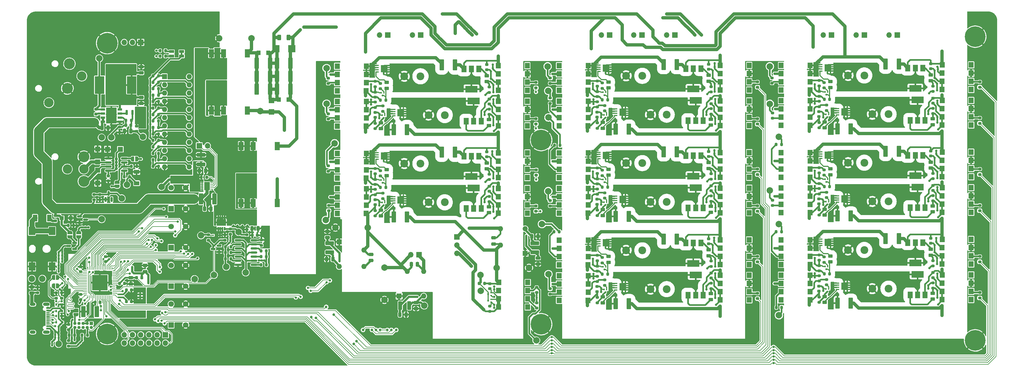
<source format=gtl>
G04 #@! TF.GenerationSoftware,KiCad,Pcbnew,6.0.5*
G04 #@! TF.CreationDate,2022-06-11T02:34:19+02:00*
G04 #@! TF.ProjectId,ELController,454c436f-6e74-4726-9f6c-6c65722e6b69,rev?*
G04 #@! TF.SameCoordinates,Original*
G04 #@! TF.FileFunction,Copper,L1,Top*
G04 #@! TF.FilePolarity,Positive*
%FSLAX46Y46*%
G04 Gerber Fmt 4.6, Leading zero omitted, Abs format (unit mm)*
G04 Created by KiCad (PCBNEW 6.0.5) date 2022-06-11 02:34:19*
%MOMM*%
%LPD*%
G01*
G04 APERTURE LIST*
G04 Aperture macros list*
%AMRoundRect*
0 Rectangle with rounded corners*
0 $1 Rounding radius*
0 $2 $3 $4 $5 $6 $7 $8 $9 X,Y pos of 4 corners*
0 Add a 4 corners polygon primitive as box body*
4,1,4,$2,$3,$4,$5,$6,$7,$8,$9,$2,$3,0*
0 Add four circle primitives for the rounded corners*
1,1,$1+$1,$2,$3*
1,1,$1+$1,$4,$5*
1,1,$1+$1,$6,$7*
1,1,$1+$1,$8,$9*
0 Add four rect primitives between the rounded corners*
20,1,$1+$1,$2,$3,$4,$5,0*
20,1,$1+$1,$4,$5,$6,$7,0*
20,1,$1+$1,$6,$7,$8,$9,0*
20,1,$1+$1,$8,$9,$2,$3,0*%
%AMFreePoly0*
4,1,22,0.500000,-0.750000,0.000000,-0.750000,0.000000,-0.745033,-0.079941,-0.743568,-0.215256,-0.701293,-0.333266,-0.622738,-0.424486,-0.514219,-0.481581,-0.384460,-0.499164,-0.250000,-0.500000,-0.250000,-0.500000,0.250000,-0.499164,0.250000,-0.499963,0.256109,-0.478152,0.396186,-0.417904,0.524511,-0.324060,0.630769,-0.204165,0.706417,-0.067858,0.745374,0.000000,0.744959,0.000000,0.750000,
0.500000,0.750000,0.500000,-0.750000,0.500000,-0.750000,$1*%
%AMFreePoly1*
4,1,20,0.000000,0.744959,0.073905,0.744508,0.209726,0.703889,0.328688,0.626782,0.421226,0.519385,0.479903,0.390333,0.500000,0.250000,0.500000,-0.250000,0.499851,-0.262216,0.476331,-0.402017,0.414519,-0.529596,0.319384,-0.634700,0.198574,-0.708877,0.061801,-0.746166,0.000000,-0.745033,0.000000,-0.750000,-0.500000,-0.750000,-0.500000,0.750000,0.000000,0.750000,0.000000,0.744959,
0.000000,0.744959,$1*%
G04 Aperture macros list end*
G04 #@! TA.AperFunction,SMDPad,CuDef*
%ADD10RoundRect,0.200000X-0.275000X0.200000X-0.275000X-0.200000X0.275000X-0.200000X0.275000X0.200000X0*%
G04 #@! TD*
G04 #@! TA.AperFunction,SMDPad,CuDef*
%ADD11R,2.200000X2.300000*%
G04 #@! TD*
G04 #@! TA.AperFunction,SMDPad,CuDef*
%ADD12RoundRect,0.250000X-0.450000X0.262500X-0.450000X-0.262500X0.450000X-0.262500X0.450000X0.262500X0*%
G04 #@! TD*
G04 #@! TA.AperFunction,SMDPad,CuDef*
%ADD13RoundRect,0.200000X0.275000X-0.200000X0.275000X0.200000X-0.275000X0.200000X-0.275000X-0.200000X0*%
G04 #@! TD*
G04 #@! TA.AperFunction,SMDPad,CuDef*
%ADD14RoundRect,0.249999X-0.450001X-1.450001X0.450001X-1.450001X0.450001X1.450001X-0.450001X1.450001X0*%
G04 #@! TD*
G04 #@! TA.AperFunction,SMDPad,CuDef*
%ADD15RoundRect,0.200000X0.200000X0.275000X-0.200000X0.275000X-0.200000X-0.275000X0.200000X-0.275000X0*%
G04 #@! TD*
G04 #@! TA.AperFunction,SMDPad,CuDef*
%ADD16RoundRect,0.250000X-0.475000X0.250000X-0.475000X-0.250000X0.475000X-0.250000X0.475000X0.250000X0*%
G04 #@! TD*
G04 #@! TA.AperFunction,SMDPad,CuDef*
%ADD17RoundRect,0.200000X-0.200000X-0.275000X0.200000X-0.275000X0.200000X0.275000X-0.200000X0.275000X0*%
G04 #@! TD*
G04 #@! TA.AperFunction,ComponentPad*
%ADD18C,2.400000*%
G04 #@! TD*
G04 #@! TA.AperFunction,SMDPad,CuDef*
%ADD19R,1.520000X1.780000*%
G04 #@! TD*
G04 #@! TA.AperFunction,ComponentPad*
%ADD20R,1.700000X1.700000*%
G04 #@! TD*
G04 #@! TA.AperFunction,ComponentPad*
%ADD21O,1.700000X1.700000*%
G04 #@! TD*
G04 #@! TA.AperFunction,SMDPad,CuDef*
%ADD22R,0.400000X0.550000*%
G04 #@! TD*
G04 #@! TA.AperFunction,SMDPad,CuDef*
%ADD23R,0.500000X0.550000*%
G04 #@! TD*
G04 #@! TA.AperFunction,ComponentPad*
%ADD24C,2.000000*%
G04 #@! TD*
G04 #@! TA.AperFunction,SMDPad,CuDef*
%ADD25R,1.200000X1.200000*%
G04 #@! TD*
G04 #@! TA.AperFunction,SMDPad,CuDef*
%ADD26R,1.300000X1.400000*%
G04 #@! TD*
G04 #@! TA.AperFunction,SMDPad,CuDef*
%ADD27RoundRect,0.225000X-0.250000X0.225000X-0.250000X-0.225000X0.250000X-0.225000X0.250000X0.225000X0*%
G04 #@! TD*
G04 #@! TA.AperFunction,SMDPad,CuDef*
%ADD28R,1.600000X1.600000*%
G04 #@! TD*
G04 #@! TA.AperFunction,ComponentPad*
%ADD29R,1.600000X1.600000*%
G04 #@! TD*
G04 #@! TA.AperFunction,ComponentPad*
%ADD30O,1.600000X1.600000*%
G04 #@! TD*
G04 #@! TA.AperFunction,SMDPad,CuDef*
%ADD31RoundRect,0.225000X0.250000X-0.225000X0.250000X0.225000X-0.250000X0.225000X-0.250000X-0.225000X0*%
G04 #@! TD*
G04 #@! TA.AperFunction,SMDPad,CuDef*
%ADD32R,0.990000X0.405000*%
G04 #@! TD*
G04 #@! TA.AperFunction,SMDPad,CuDef*
%ADD33R,1.725000X2.235000*%
G04 #@! TD*
G04 #@! TA.AperFunction,SMDPad,CuDef*
%ADD34R,0.760000X0.405000*%
G04 #@! TD*
G04 #@! TA.AperFunction,SMDPad,CuDef*
%ADD35RoundRect,0.050000X0.387500X0.050000X-0.387500X0.050000X-0.387500X-0.050000X0.387500X-0.050000X0*%
G04 #@! TD*
G04 #@! TA.AperFunction,SMDPad,CuDef*
%ADD36RoundRect,0.050000X0.050000X0.387500X-0.050000X0.387500X-0.050000X-0.387500X0.050000X-0.387500X0*%
G04 #@! TD*
G04 #@! TA.AperFunction,ComponentPad*
%ADD37C,0.500000*%
G04 #@! TD*
G04 #@! TA.AperFunction,SMDPad,CuDef*
%ADD38R,4.700000X4.700000*%
G04 #@! TD*
G04 #@! TA.AperFunction,SMDPad,CuDef*
%ADD39RoundRect,0.250000X0.450000X-0.262500X0.450000X0.262500X-0.450000X0.262500X-0.450000X-0.262500X0*%
G04 #@! TD*
G04 #@! TA.AperFunction,ComponentPad*
%ADD40C,1.700000*%
G04 #@! TD*
G04 #@! TA.AperFunction,SMDPad,CuDef*
%ADD41RoundRect,0.250000X0.475000X-0.250000X0.475000X0.250000X-0.475000X0.250000X-0.475000X-0.250000X0*%
G04 #@! TD*
G04 #@! TA.AperFunction,SMDPad,CuDef*
%ADD42RoundRect,0.249999X0.450001X1.450001X-0.450001X1.450001X-0.450001X-1.450001X0.450001X-1.450001X0*%
G04 #@! TD*
G04 #@! TA.AperFunction,SMDPad,CuDef*
%ADD43R,1.500000X2.000000*%
G04 #@! TD*
G04 #@! TA.AperFunction,SMDPad,CuDef*
%ADD44R,3.800000X2.000000*%
G04 #@! TD*
G04 #@! TA.AperFunction,SMDPad,CuDef*
%ADD45FreePoly0,0.000000*%
G04 #@! TD*
G04 #@! TA.AperFunction,SMDPad,CuDef*
%ADD46FreePoly1,0.000000*%
G04 #@! TD*
G04 #@! TA.AperFunction,SMDPad,CuDef*
%ADD47R,2.900000X5.400000*%
G04 #@! TD*
G04 #@! TA.AperFunction,SMDPad,CuDef*
%ADD48RoundRect,0.218750X-0.218750X-0.256250X0.218750X-0.256250X0.218750X0.256250X-0.218750X0.256250X0*%
G04 #@! TD*
G04 #@! TA.AperFunction,SMDPad,CuDef*
%ADD49RoundRect,0.250000X0.250000X0.475000X-0.250000X0.475000X-0.250000X-0.475000X0.250000X-0.475000X0*%
G04 #@! TD*
G04 #@! TA.AperFunction,SMDPad,CuDef*
%ADD50R,1.550000X2.540000*%
G04 #@! TD*
G04 #@! TA.AperFunction,SMDPad,CuDef*
%ADD51RoundRect,0.077500X-0.697500X1.192500X-0.697500X-1.192500X0.697500X-1.192500X0.697500X1.192500X0*%
G04 #@! TD*
G04 #@! TA.AperFunction,SMDPad,CuDef*
%ADD52RoundRect,0.250000X-0.250000X-0.475000X0.250000X-0.475000X0.250000X0.475000X-0.250000X0.475000X0*%
G04 #@! TD*
G04 #@! TA.AperFunction,SMDPad,CuDef*
%ADD53RoundRect,0.250000X-0.375000X-1.075000X0.375000X-1.075000X0.375000X1.075000X-0.375000X1.075000X0*%
G04 #@! TD*
G04 #@! TA.AperFunction,SMDPad,CuDef*
%ADD54FreePoly0,90.000000*%
G04 #@! TD*
G04 #@! TA.AperFunction,SMDPad,CuDef*
%ADD55FreePoly1,90.000000*%
G04 #@! TD*
G04 #@! TA.AperFunction,SMDPad,CuDef*
%ADD56RoundRect,0.062500X0.350000X0.062500X-0.350000X0.062500X-0.350000X-0.062500X0.350000X-0.062500X0*%
G04 #@! TD*
G04 #@! TA.AperFunction,SMDPad,CuDef*
%ADD57R,1.700000X2.500000*%
G04 #@! TD*
G04 #@! TA.AperFunction,SMDPad,CuDef*
%ADD58R,1.350000X0.750000*%
G04 #@! TD*
G04 #@! TA.AperFunction,SMDPad,CuDef*
%ADD59R,3.200000X4.900000*%
G04 #@! TD*
G04 #@! TA.AperFunction,SMDPad,CuDef*
%ADD60RoundRect,0.150000X-0.587500X-0.150000X0.587500X-0.150000X0.587500X0.150000X-0.587500X0.150000X0*%
G04 #@! TD*
G04 #@! TA.AperFunction,SMDPad,CuDef*
%ADD61RoundRect,0.250000X1.075000X-0.375000X1.075000X0.375000X-1.075000X0.375000X-1.075000X-0.375000X0*%
G04 #@! TD*
G04 #@! TA.AperFunction,SMDPad,CuDef*
%ADD62R,0.600000X0.450000*%
G04 #@! TD*
G04 #@! TA.AperFunction,SMDPad,CuDef*
%ADD63R,0.500000X1.100000*%
G04 #@! TD*
G04 #@! TA.AperFunction,SMDPad,CuDef*
%ADD64R,2.850000X2.000000*%
G04 #@! TD*
G04 #@! TA.AperFunction,SMDPad,CuDef*
%ADD65R,1.200000X0.600000*%
G04 #@! TD*
G04 #@! TA.AperFunction,SMDPad,CuDef*
%ADD66R,1.700000X1.300000*%
G04 #@! TD*
G04 #@! TA.AperFunction,SMDPad,CuDef*
%ADD67R,1.000000X0.700000*%
G04 #@! TD*
G04 #@! TA.AperFunction,SMDPad,CuDef*
%ADD68R,0.600000X0.700000*%
G04 #@! TD*
G04 #@! TA.AperFunction,ComponentPad*
%ADD69C,0.800000*%
G04 #@! TD*
G04 #@! TA.AperFunction,ComponentPad*
%ADD70C,6.400000*%
G04 #@! TD*
G04 #@! TA.AperFunction,SMDPad,CuDef*
%ADD71RoundRect,0.225000X-0.225000X-0.250000X0.225000X-0.250000X0.225000X0.250000X-0.225000X0.250000X0*%
G04 #@! TD*
G04 #@! TA.AperFunction,SMDPad,CuDef*
%ADD72RoundRect,0.225000X0.225000X0.250000X-0.225000X0.250000X-0.225000X-0.250000X0.225000X-0.250000X0*%
G04 #@! TD*
G04 #@! TA.AperFunction,ComponentPad*
%ADD73R,1.000000X1.000000*%
G04 #@! TD*
G04 #@! TA.AperFunction,ComponentPad*
%ADD74O,1.000000X1.000000*%
G04 #@! TD*
G04 #@! TA.AperFunction,SMDPad,CuDef*
%ADD75R,1.700000X1.700000*%
G04 #@! TD*
G04 #@! TA.AperFunction,SMDPad,CuDef*
%ADD76RoundRect,0.150000X-0.825000X-0.150000X0.825000X-0.150000X0.825000X0.150000X-0.825000X0.150000X0*%
G04 #@! TD*
G04 #@! TA.AperFunction,SMDPad,CuDef*
%ADD77RoundRect,0.250000X1.100000X-0.325000X1.100000X0.325000X-1.100000X0.325000X-1.100000X-0.325000X0*%
G04 #@! TD*
G04 #@! TA.AperFunction,SMDPad,CuDef*
%ADD78R,0.550000X0.400000*%
G04 #@! TD*
G04 #@! TA.AperFunction,SMDPad,CuDef*
%ADD79R,0.550000X0.500000*%
G04 #@! TD*
G04 #@! TA.AperFunction,SMDPad,CuDef*
%ADD80R,2.000000X2.500000*%
G04 #@! TD*
G04 #@! TA.AperFunction,SMDPad,CuDef*
%ADD81RoundRect,0.218750X-0.256250X0.218750X-0.256250X-0.218750X0.256250X-0.218750X0.256250X0.218750X0*%
G04 #@! TD*
G04 #@! TA.AperFunction,SMDPad,CuDef*
%ADD82R,1.400000X2.100000*%
G04 #@! TD*
G04 #@! TA.AperFunction,SMDPad,CuDef*
%ADD83RoundRect,0.175000X-0.175000X-0.625000X0.175000X-0.625000X0.175000X0.625000X-0.175000X0.625000X0*%
G04 #@! TD*
G04 #@! TA.AperFunction,ComponentPad*
%ADD84C,3.400000*%
G04 #@! TD*
G04 #@! TA.AperFunction,ComponentPad*
%ADD85C,2.900000*%
G04 #@! TD*
G04 #@! TA.AperFunction,SMDPad,CuDef*
%ADD86RoundRect,0.150000X0.587500X0.150000X-0.587500X0.150000X-0.587500X-0.150000X0.587500X-0.150000X0*%
G04 #@! TD*
G04 #@! TA.AperFunction,SMDPad,CuDef*
%ADD87RoundRect,0.250000X0.312500X0.625000X-0.312500X0.625000X-0.312500X-0.625000X0.312500X-0.625000X0*%
G04 #@! TD*
G04 #@! TA.AperFunction,SMDPad,CuDef*
%ADD88RoundRect,0.150000X0.840000X0.150000X-0.840000X0.150000X-0.840000X-0.150000X0.840000X-0.150000X0*%
G04 #@! TD*
G04 #@! TA.AperFunction,SMDPad,CuDef*
%ADD89RoundRect,0.150000X0.150000X-0.587500X0.150000X0.587500X-0.150000X0.587500X-0.150000X-0.587500X0*%
G04 #@! TD*
G04 #@! TA.AperFunction,SMDPad,CuDef*
%ADD90R,1.100000X0.600000*%
G04 #@! TD*
G04 #@! TA.AperFunction,SMDPad,CuDef*
%ADD91R,1.100000X0.300000*%
G04 #@! TD*
G04 #@! TA.AperFunction,ComponentPad*
%ADD92O,2.100000X1.000000*%
G04 #@! TD*
G04 #@! TA.AperFunction,ComponentPad*
%ADD93O,1.800000X1.000000*%
G04 #@! TD*
G04 #@! TA.AperFunction,SMDPad,CuDef*
%ADD94R,1.500000X0.900000*%
G04 #@! TD*
G04 #@! TA.AperFunction,SMDPad,CuDef*
%ADD95FreePoly0,270.000000*%
G04 #@! TD*
G04 #@! TA.AperFunction,SMDPad,CuDef*
%ADD96FreePoly1,270.000000*%
G04 #@! TD*
G04 #@! TA.AperFunction,SMDPad,CuDef*
%ADD97FreePoly0,180.000000*%
G04 #@! TD*
G04 #@! TA.AperFunction,SMDPad,CuDef*
%ADD98FreePoly1,180.000000*%
G04 #@! TD*
G04 #@! TA.AperFunction,SMDPad,CuDef*
%ADD99RoundRect,0.250000X-1.075000X0.375000X-1.075000X-0.375000X1.075000X-0.375000X1.075000X0.375000X0*%
G04 #@! TD*
G04 #@! TA.AperFunction,ViaPad*
%ADD100C,0.710000*%
G04 #@! TD*
G04 #@! TA.AperFunction,ViaPad*
%ADD101C,0.800000*%
G04 #@! TD*
G04 #@! TA.AperFunction,ViaPad*
%ADD102C,0.700000*%
G04 #@! TD*
G04 #@! TA.AperFunction,ViaPad*
%ADD103C,1.000000*%
G04 #@! TD*
G04 #@! TA.AperFunction,Conductor*
%ADD104C,0.300000*%
G04 #@! TD*
G04 #@! TA.AperFunction,Conductor*
%ADD105C,0.500000*%
G04 #@! TD*
G04 #@! TA.AperFunction,Conductor*
%ADD106C,0.150000*%
G04 #@! TD*
G04 #@! TA.AperFunction,Conductor*
%ADD107C,0.250000*%
G04 #@! TD*
G04 #@! TA.AperFunction,Conductor*
%ADD108C,0.700000*%
G04 #@! TD*
G04 #@! TA.AperFunction,Conductor*
%ADD109C,0.200000*%
G04 #@! TD*
G04 #@! TA.AperFunction,Conductor*
%ADD110C,1.000000*%
G04 #@! TD*
G04 #@! TA.AperFunction,Conductor*
%ADD111C,0.800000*%
G04 #@! TD*
G04 #@! TA.AperFunction,Conductor*
%ADD112C,3.000000*%
G04 #@! TD*
G04 #@! TA.AperFunction,Conductor*
%ADD113C,1.500000*%
G04 #@! TD*
G04 APERTURE END LIST*
D10*
X84600000Y-82930000D03*
X84600000Y-84580000D03*
D11*
X89100000Y-23750000D03*
X94000000Y-23750000D03*
D12*
X154880000Y-45660000D03*
X154880000Y-47485000D03*
D13*
X21250000Y-100905489D03*
X21250000Y-99255489D03*
D14*
X208814275Y-28630000D03*
X212914275Y-28630000D03*
D10*
X237800000Y-88000000D03*
X237800000Y-89650000D03*
D15*
X52819760Y-50114991D03*
X51169760Y-50114991D03*
D16*
X44300000Y-94600000D03*
X44300000Y-96500000D03*
D17*
X51169760Y-38089511D03*
X52819760Y-38089511D03*
D10*
X173800000Y-32800000D03*
X173800000Y-34450000D03*
D14*
X277324520Y-55500000D03*
X281424520Y-55500000D03*
D10*
X292000000Y-42175000D03*
X292000000Y-43825000D03*
D18*
X273250000Y-71000000D03*
X278250000Y-71000000D03*
D19*
X235244755Y-47490000D03*
X235244755Y-44950000D03*
X235244755Y-42410000D03*
X235244755Y-39870000D03*
X226294755Y-39870000D03*
X226234755Y-42410000D03*
X226234755Y-44950000D03*
X226234755Y-47490000D03*
D20*
X212275000Y-19500000D03*
D21*
X209735000Y-19500000D03*
D15*
X55025000Y-26050000D03*
X53375000Y-26050000D03*
D22*
X259450000Y-64100000D03*
X258650000Y-64100000D03*
D23*
X259050000Y-64950000D03*
D19*
X303755000Y-47360000D03*
X303755000Y-44820000D03*
X303755000Y-42280000D03*
X303755000Y-39740000D03*
X294805000Y-39740000D03*
X294745000Y-42280000D03*
X294745000Y-44820000D03*
X294745000Y-47360000D03*
D24*
X43095000Y-65845000D03*
D25*
X23000000Y-76155489D03*
X25800000Y-76155489D03*
D13*
X223489755Y-64105000D03*
X223489755Y-62455000D03*
D26*
X86700000Y-25000000D03*
X83800000Y-25000000D03*
D24*
X104750000Y-40750000D03*
D27*
X256800000Y-90900000D03*
X256800000Y-92450000D03*
D13*
X155095000Y-105015000D03*
X155095000Y-103365000D03*
D24*
X173000000Y-29200000D03*
D14*
X262500000Y-102500000D03*
X266600000Y-102500000D03*
D24*
X71600000Y-20500000D03*
X81600000Y-20500000D03*
D13*
X105400000Y-73850000D03*
X105400000Y-72200000D03*
D15*
X123030000Y-39660000D03*
X121380000Y-39660000D03*
D28*
X34095000Y-58745000D03*
X34095000Y-54765000D03*
D29*
X127125000Y-100275000D03*
D30*
X134745000Y-100275000D03*
X134745000Y-92655000D03*
X129665000Y-92655000D03*
D31*
X292000000Y-40575000D03*
X292000000Y-39025000D03*
D20*
X65460000Y-53750000D03*
D21*
X68000000Y-53750000D03*
D22*
X191240000Y-98205000D03*
X190440000Y-98205000D03*
D23*
X190840000Y-99055000D03*
D18*
X273250000Y-98000000D03*
X278250000Y-98000000D03*
D19*
X245045000Y-82870000D03*
X245045000Y-85410000D03*
X245045000Y-87950000D03*
X245045000Y-90490000D03*
X253995000Y-90490000D03*
X254055000Y-87950000D03*
X254055000Y-85410000D03*
X254055000Y-82870000D03*
D31*
X223490000Y-94705000D03*
X223490000Y-93155000D03*
D15*
X52819760Y-52114991D03*
X51169760Y-52114991D03*
D18*
X265750000Y-86000000D03*
X270750000Y-86000000D03*
D32*
X125487500Y-69520000D03*
X125487500Y-70180000D03*
X125487500Y-70840000D03*
X125487500Y-71500000D03*
D33*
X127480000Y-70510000D03*
D34*
X128472500Y-70177500D03*
X128472500Y-71502500D03*
X128472500Y-70842500D03*
X128472500Y-69517500D03*
D32*
X257365000Y-28660000D03*
X257365000Y-29320000D03*
X257365000Y-29980000D03*
X257365000Y-30640000D03*
D33*
X259357500Y-29650000D03*
D34*
X260350000Y-30642500D03*
X260350000Y-29982500D03*
X260350000Y-29317500D03*
X260350000Y-28657500D03*
D19*
X176534755Y-29000000D03*
X176534755Y-31540000D03*
X176534755Y-34080000D03*
X176534755Y-36620000D03*
X185484755Y-36620000D03*
X185544755Y-34080000D03*
X185544755Y-31540000D03*
X185544755Y-29000000D03*
D27*
X188289755Y-64030000D03*
X188289755Y-65580000D03*
D18*
X265750000Y-32000000D03*
X270750000Y-32000000D03*
D19*
X235244755Y-74490000D03*
X235244755Y-71950000D03*
X235244755Y-69410000D03*
X235244755Y-66870000D03*
X226294755Y-66870000D03*
X226234755Y-69410000D03*
X226234755Y-71950000D03*
X226234755Y-74490000D03*
D35*
X39162500Y-99900000D03*
X39162500Y-99400000D03*
X39162500Y-98900000D03*
X39162500Y-98400000D03*
X39162500Y-97900000D03*
X39162500Y-97400000D03*
X39162500Y-96900000D03*
X39162500Y-96400000D03*
X39162500Y-95900000D03*
X39162500Y-95400000D03*
X39162500Y-94900000D03*
X39162500Y-94400000D03*
X39162500Y-93900000D03*
X39162500Y-93400000D03*
X39162500Y-92900000D03*
X39162500Y-92400000D03*
D36*
X38500000Y-91737500D03*
X38000000Y-91737500D03*
X37500000Y-91737500D03*
X37000000Y-91737500D03*
X36500000Y-91737500D03*
X36000000Y-91737500D03*
X35500000Y-91737500D03*
X35000000Y-91737500D03*
X34500000Y-91737500D03*
X34000000Y-91737500D03*
X33500000Y-91737500D03*
X33000000Y-91737500D03*
X32500000Y-91737500D03*
X32000000Y-91737500D03*
X31500000Y-91737500D03*
X31000000Y-91737500D03*
D35*
X30337500Y-92400000D03*
X30337500Y-92900000D03*
X30337500Y-93400000D03*
X30337500Y-93900000D03*
X30337500Y-94400000D03*
X30337500Y-94900000D03*
X30337500Y-95400000D03*
X30337500Y-95900000D03*
X30337500Y-96400000D03*
X30337500Y-96900000D03*
X30337500Y-97400000D03*
X30337500Y-97900000D03*
X30337500Y-98400000D03*
X30337500Y-98900000D03*
X30337500Y-99400000D03*
X30337500Y-99900000D03*
D36*
X31000000Y-100562500D03*
X31500000Y-100562500D03*
X32000000Y-100562500D03*
X32500000Y-100562500D03*
X33000000Y-100562500D03*
X33500000Y-100562500D03*
X34000000Y-100562500D03*
X34500000Y-100562500D03*
X35000000Y-100562500D03*
X35500000Y-100562500D03*
X36000000Y-100562500D03*
X36500000Y-100562500D03*
X37000000Y-100562500D03*
X37500000Y-100562500D03*
X38000000Y-100562500D03*
X38500000Y-100562500D03*
D37*
X35450000Y-94050000D03*
X35450000Y-96850000D03*
X35450000Y-98250000D03*
X32650000Y-94050000D03*
X36850000Y-94050000D03*
X36850000Y-95450000D03*
X35450000Y-95450000D03*
X32650000Y-98250000D03*
X32650000Y-96850000D03*
X36850000Y-96850000D03*
X34050000Y-95450000D03*
X36850000Y-98250000D03*
X34050000Y-94050000D03*
D38*
X34750000Y-96150000D03*
D37*
X34050000Y-98250000D03*
X34050000Y-96850000D03*
X32650000Y-95450000D03*
D39*
X291250000Y-87650000D03*
X291250000Y-85825000D03*
D10*
X292000000Y-96175000D03*
X292000000Y-97825000D03*
D31*
X291250000Y-83950000D03*
X291250000Y-82400000D03*
D15*
X245200000Y-53400000D03*
X243550000Y-53400000D03*
D13*
X15500000Y-99230489D03*
X15500000Y-97580489D03*
D24*
X35300000Y-51200000D03*
D10*
X256800000Y-94000000D03*
X256800000Y-95650000D03*
D15*
X67750000Y-63500000D03*
X66100000Y-63500000D03*
D29*
X54694760Y-32389511D03*
D30*
X54694760Y-34929511D03*
X54694760Y-37469511D03*
X54694760Y-40009511D03*
X54694760Y-42549511D03*
X54694760Y-45089511D03*
X54694760Y-47629511D03*
X54694760Y-50169511D03*
X54694760Y-52709511D03*
X54694760Y-55249511D03*
X54694760Y-57789511D03*
X54694760Y-60329511D03*
X62314760Y-60329511D03*
X62314760Y-57789511D03*
X62314760Y-55249511D03*
X62314760Y-52709511D03*
X62314760Y-50169511D03*
X62314760Y-47629511D03*
X62314760Y-45089511D03*
X62314760Y-42549511D03*
X62314760Y-40009511D03*
X62314760Y-37469511D03*
X62314760Y-34929511D03*
X62314760Y-32389511D03*
D19*
X176535000Y-93970000D03*
X176535000Y-96510000D03*
X176535000Y-99050000D03*
X176535000Y-101590000D03*
X185485000Y-101590000D03*
X185545000Y-99050000D03*
X185545000Y-96510000D03*
X185545000Y-93970000D03*
X235245000Y-101490000D03*
X235245000Y-98950000D03*
X235245000Y-96410000D03*
X235245000Y-93870000D03*
X226295000Y-93870000D03*
X226235000Y-96410000D03*
X226235000Y-98950000D03*
X226235000Y-101490000D03*
D20*
X56750000Y-85250000D03*
D40*
X56750000Y-78750000D03*
X61250000Y-78750000D03*
X61250000Y-85250000D03*
D27*
X256750000Y-97200000D03*
X256750000Y-98750000D03*
D13*
X75025000Y-81155000D03*
X75025000Y-79505000D03*
D41*
X105000000Y-82150000D03*
X105000000Y-80250000D03*
D27*
X188240000Y-97330000D03*
X188240000Y-98880000D03*
D10*
X119780000Y-67260000D03*
X119780000Y-68910000D03*
D14*
X277324520Y-28500000D03*
X281424520Y-28500000D03*
D42*
X33800000Y-105100000D03*
X29700000Y-105100000D03*
D43*
X147880000Y-46160000D03*
D44*
X150180000Y-39860000D03*
D43*
X150180000Y-46160000D03*
X152480000Y-46160000D03*
D45*
X20400000Y-97155489D03*
D46*
X21700000Y-97155489D03*
D42*
X87300000Y-32250000D03*
X83200000Y-32250000D03*
D47*
X34650000Y-34950000D03*
X44550000Y-34950000D03*
D32*
X193997255Y-69390000D03*
X193997255Y-70050000D03*
X193997255Y-70710000D03*
X193997255Y-71370000D03*
D34*
X196982255Y-71372500D03*
X196982255Y-70712500D03*
X196982255Y-69387500D03*
X196982255Y-70047500D03*
D33*
X195989755Y-70380000D03*
D48*
X46100000Y-94600000D03*
X47675000Y-94600000D03*
D31*
X222740000Y-84080000D03*
X222740000Y-82530000D03*
D10*
X223489755Y-42305000D03*
X223489755Y-43955000D03*
D32*
X120345000Y-55920000D03*
X120345000Y-56580000D03*
X120345000Y-57240000D03*
X120345000Y-57900000D03*
D34*
X123330000Y-56577500D03*
X123330000Y-57902500D03*
D33*
X122337500Y-56910000D03*
D34*
X123330000Y-55917500D03*
X123330000Y-57242500D03*
D15*
X52819760Y-32114991D03*
X51169760Y-32114991D03*
D10*
X105250000Y-43850000D03*
X105250000Y-45500000D03*
D19*
X245045000Y-93840000D03*
X245045000Y-96380000D03*
X245045000Y-98920000D03*
X245045000Y-101460000D03*
X253995000Y-101460000D03*
X254055000Y-98920000D03*
X254055000Y-96380000D03*
X254055000Y-93840000D03*
D16*
X156300000Y-82250000D03*
X156300000Y-84150000D03*
D15*
X245250000Y-103800000D03*
X243600000Y-103800000D03*
D43*
X216389755Y-46030000D03*
X218689755Y-46030000D03*
D44*
X218689755Y-39730000D03*
D43*
X220989755Y-46030000D03*
D49*
X83600000Y-79330000D03*
X81700000Y-79330000D03*
D15*
X52819760Y-60114991D03*
X51169760Y-60114991D03*
D49*
X106670000Y-88840000D03*
X104770000Y-88840000D03*
D43*
X147880000Y-73160000D03*
X150180000Y-73160000D03*
D44*
X150180000Y-66860000D03*
D43*
X152480000Y-73160000D03*
D10*
X237800000Y-45400000D03*
X237800000Y-47050000D03*
X237800000Y-99400000D03*
X237800000Y-101050000D03*
D22*
X122730000Y-71335000D03*
X121930000Y-71335000D03*
D23*
X122330000Y-72185000D03*
D50*
X89500000Y-53850000D03*
X82080000Y-53850000D03*
X78370000Y-53850000D03*
X78370000Y-71500000D03*
X82080000Y-71500000D03*
D51*
X89500000Y-71500000D03*
D13*
X119780000Y-62460000D03*
X119780000Y-60810000D03*
D43*
X284900000Y-45900000D03*
D44*
X287200000Y-39600000D03*
D43*
X287200000Y-45900000D03*
X289500000Y-45900000D03*
D13*
X154980000Y-37235000D03*
X154980000Y-35585000D03*
D17*
X51169760Y-48114991D03*
X52819760Y-48114991D03*
D13*
X256800000Y-48225000D03*
X256800000Y-46575000D03*
D24*
X34550000Y-26700000D03*
D39*
X123280000Y-62985000D03*
X123280000Y-61160000D03*
D10*
X169400000Y-34175000D03*
X169400000Y-35825000D03*
D15*
X176800000Y-53600000D03*
X175150000Y-53600000D03*
D24*
X241600000Y-67600000D03*
X152250000Y-93750000D03*
D52*
X67100000Y-73250000D03*
X69000000Y-73250000D03*
D53*
X127475000Y-103225000D03*
X130275000Y-103225000D03*
D15*
X52819760Y-44114991D03*
X51169760Y-44114991D03*
D10*
X40800000Y-47950000D03*
X40800000Y-49600000D03*
D54*
X40095000Y-66345000D03*
D55*
X40095000Y-65045000D03*
D19*
X303755000Y-101360000D03*
X303755000Y-98820000D03*
X303755000Y-96280000D03*
X303755000Y-93740000D03*
X294805000Y-93740000D03*
X294745000Y-96280000D03*
X294745000Y-98820000D03*
X294745000Y-101360000D03*
X176535000Y-83000000D03*
X176535000Y-85540000D03*
X176535000Y-88080000D03*
X176535000Y-90620000D03*
X185485000Y-90620000D03*
X185545000Y-88080000D03*
X185545000Y-85540000D03*
X185545000Y-83000000D03*
D54*
X28250000Y-81955489D03*
D55*
X28250000Y-80655489D03*
D15*
X191539755Y-66530000D03*
X189889755Y-66530000D03*
X191539755Y-39530000D03*
X189889755Y-39530000D03*
D10*
X242300000Y-32750000D03*
X242300000Y-34400000D03*
D56*
X69287500Y-67250000D03*
X69287500Y-66750000D03*
X69287500Y-66250000D03*
X69287500Y-65750000D03*
X69287500Y-65250000D03*
X66362500Y-65250000D03*
X66362500Y-65750000D03*
X66362500Y-66250000D03*
X66362500Y-66750000D03*
X66362500Y-67250000D03*
D57*
X67825000Y-66250000D03*
D50*
X80315000Y-25175000D03*
X72895000Y-25175000D03*
X69185000Y-25175000D03*
X69185000Y-42825000D03*
X72895000Y-42825000D03*
D51*
X80315000Y-42825000D03*
D27*
X188290000Y-91030000D03*
X188290000Y-92580000D03*
D58*
X35675000Y-42495000D03*
X35675000Y-43765000D03*
X35675000Y-45035000D03*
X35675000Y-46305000D03*
X40925000Y-46305000D03*
X40925000Y-45035000D03*
X40925000Y-43765000D03*
X40925000Y-42495000D03*
D37*
X38300000Y-46200000D03*
X38300000Y-45000000D03*
X39500000Y-46200000D03*
X37100000Y-45000000D03*
X39500000Y-45000000D03*
X37100000Y-43800000D03*
X38300000Y-42600000D03*
D59*
X38300000Y-44400000D03*
D37*
X39500000Y-43800000D03*
X37100000Y-42600000D03*
X38300000Y-43800000D03*
X37100000Y-46200000D03*
X39500000Y-42600000D03*
D12*
X291900000Y-99400000D03*
X291900000Y-101225000D03*
X190040000Y-100530000D03*
X190040000Y-102355000D03*
D13*
X119780000Y-48485000D03*
X119780000Y-46835000D03*
D10*
X306400000Y-45150000D03*
X306400000Y-46800000D03*
D20*
X280985000Y-19500000D03*
D21*
X278445000Y-19500000D03*
D60*
X28500000Y-75655489D03*
X28500000Y-77555489D03*
X30375000Y-76605489D03*
D19*
X235245000Y-90490000D03*
X235245000Y-87950000D03*
X235245000Y-85410000D03*
X235245000Y-82870000D03*
X226295000Y-82870000D03*
X226235000Y-85410000D03*
X226235000Y-87950000D03*
X226235000Y-90490000D03*
D61*
X169050000Y-86700000D03*
X169050000Y-83900000D03*
D12*
X223390000Y-99530000D03*
X223390000Y-101355000D03*
D24*
X107250000Y-53000000D03*
D43*
X220290000Y-83867500D03*
X217990000Y-83867500D03*
D44*
X217990000Y-90167500D03*
D43*
X215690000Y-83867500D03*
D15*
X260050000Y-66400000D03*
X258400000Y-66400000D03*
D12*
X291900000Y-45400000D03*
X291900000Y-47225000D03*
D10*
X292000000Y-69175000D03*
X292000000Y-70825000D03*
D62*
X69725000Y-81475000D03*
X71825000Y-81475000D03*
D63*
X71300000Y-79425000D03*
X71950000Y-79425000D03*
X72600000Y-79425000D03*
X73250000Y-79425000D03*
X73250000Y-76025000D03*
X71300000Y-76025000D03*
X72600000Y-76025000D03*
X71950000Y-76025000D03*
D64*
X72275000Y-77500000D03*
D43*
X288800000Y-56737500D03*
D44*
X286500000Y-63037500D03*
D43*
X286500000Y-56737500D03*
X284200000Y-56737500D03*
D19*
X166735000Y-74620000D03*
X166735000Y-72080000D03*
X166735000Y-69540000D03*
X166735000Y-67000000D03*
X157785000Y-67000000D03*
X157725000Y-69540000D03*
X157725000Y-72080000D03*
X157725000Y-74620000D03*
D28*
X34095000Y-61355000D03*
X34095000Y-65335000D03*
D39*
X222740000Y-87780000D03*
X222740000Y-85955000D03*
X260300000Y-62725000D03*
X260300000Y-60900000D03*
X291250000Y-60650000D03*
X291250000Y-58825000D03*
D12*
X258550000Y-46400000D03*
X258550000Y-48225000D03*
D65*
X40900000Y-100650000D03*
X47200000Y-100650000D03*
X47200000Y-99750000D03*
X40900000Y-99750000D03*
D66*
X46095000Y-65345000D03*
X46095000Y-61845000D03*
D49*
X44300000Y-49200000D03*
X42400000Y-49200000D03*
D14*
X140304520Y-55760000D03*
X144404520Y-55760000D03*
D22*
X122430000Y-37360000D03*
X121630000Y-37360000D03*
D23*
X122030000Y-38210000D03*
D40*
X56750000Y-66750000D03*
D20*
X56750000Y-73250000D03*
D40*
X61250000Y-66750000D03*
X61250000Y-73250000D03*
D17*
X51169760Y-40089511D03*
X52819760Y-40089511D03*
D24*
X173200000Y-36750000D03*
D43*
X151780000Y-56997500D03*
X149480000Y-56997500D03*
D44*
X149480000Y-63297500D03*
D43*
X147180000Y-56997500D03*
D31*
X154230000Y-30210000D03*
X154230000Y-28660000D03*
D24*
X241600000Y-29200000D03*
D10*
X188290000Y-94130000D03*
X188290000Y-95780000D03*
D20*
X133290000Y-87500000D03*
D21*
X130750000Y-87500000D03*
D22*
X259450000Y-91100000D03*
X258650000Y-91100000D03*
D23*
X259050000Y-91950000D03*
D14*
X193989755Y-48630000D03*
X198089755Y-48630000D03*
D10*
X105250000Y-60000000D03*
X105250000Y-61650000D03*
D39*
X191789755Y-62855000D03*
X191789755Y-61030000D03*
D45*
X20400000Y-94500000D03*
D46*
X21700000Y-94500000D03*
D19*
X166850000Y-103690000D03*
X166850000Y-101150000D03*
X166850000Y-98610000D03*
X166850000Y-96070000D03*
X157900000Y-96070000D03*
X157840000Y-98610000D03*
X157840000Y-101150000D03*
X157840000Y-103690000D03*
D10*
X188289755Y-40130000D03*
X188289755Y-41780000D03*
X256800000Y-67000000D03*
X256800000Y-68650000D03*
X122130000Y-68435000D03*
X122130000Y-70085000D03*
D13*
X188290000Y-102355000D03*
X188290000Y-100705000D03*
D22*
X190939755Y-64230000D03*
X190139755Y-64230000D03*
D23*
X190539755Y-65080000D03*
D14*
X262500000Y-75500000D03*
X266600000Y-75500000D03*
D42*
X87300000Y-28250000D03*
X83200000Y-28250000D03*
D10*
X119780000Y-40260000D03*
X119780000Y-41910000D03*
D17*
X51169760Y-36114991D03*
X52819760Y-36114991D03*
D18*
X136230000Y-44260000D03*
X141230000Y-44260000D03*
D10*
X258350000Y-34200000D03*
X258350000Y-35850000D03*
D52*
X35400000Y-48200000D03*
X37300000Y-48200000D03*
D26*
X90050000Y-39500000D03*
X92950000Y-39500000D03*
D67*
X23000000Y-106405489D03*
D68*
X21300000Y-106405489D03*
X21300000Y-108405489D03*
X23200000Y-108405489D03*
D69*
X172697056Y-53697056D03*
X173400000Y-52000000D03*
D70*
X171000000Y-52000000D03*
D69*
X171000000Y-54400000D03*
X169302944Y-50302944D03*
X168600000Y-52000000D03*
X171000000Y-49600000D03*
X172697056Y-50302944D03*
X169302944Y-53697056D03*
D13*
X80100000Y-81330000D03*
X80100000Y-79680000D03*
D39*
X123280000Y-35985000D03*
X123280000Y-34160000D03*
D19*
X245045000Y-55870000D03*
X245045000Y-58410000D03*
X245045000Y-60950000D03*
X245045000Y-63490000D03*
X253995000Y-63490000D03*
X254055000Y-60950000D03*
X254055000Y-58410000D03*
X254055000Y-55870000D03*
D31*
X292000000Y-94575000D03*
X292000000Y-93025000D03*
D22*
X191239755Y-71205000D03*
X190439755Y-71205000D03*
D23*
X190839755Y-72055000D03*
D10*
X258350000Y-61200000D03*
X258350000Y-62850000D03*
D24*
X117480000Y-79090000D03*
X107480000Y-79090000D03*
X38300000Y-51200000D03*
D17*
X25275000Y-112400000D03*
X26925000Y-112400000D03*
D27*
X188239755Y-70330000D03*
X188239755Y-71880000D03*
D71*
X42950000Y-98400000D03*
X44500000Y-98400000D03*
D15*
X75175000Y-86830000D03*
X73525000Y-86830000D03*
D16*
X132375000Y-102275000D03*
X132375000Y-104175000D03*
D10*
X173750000Y-98000000D03*
X173750000Y-99650000D03*
D72*
X44350000Y-47450000D03*
X42800000Y-47450000D03*
D24*
X173200000Y-67800000D03*
X41500000Y-70000000D03*
D14*
X208814520Y-82630000D03*
X212914520Y-82630000D03*
D52*
X168100000Y-81800000D03*
X170000000Y-81800000D03*
D43*
X288800000Y-29737500D03*
X286500000Y-29737500D03*
D44*
X286500000Y-36037500D03*
D43*
X284200000Y-29737500D03*
D13*
X188289755Y-75355000D03*
X188289755Y-73705000D03*
D15*
X44450000Y-45950000D03*
X42800000Y-45950000D03*
D10*
X256800000Y-40000000D03*
X256800000Y-41650000D03*
X306400000Y-33975000D03*
X306400000Y-35625000D03*
D31*
X222739755Y-57080000D03*
X222739755Y-55530000D03*
D18*
X204739755Y-44130000D03*
X209739755Y-44130000D03*
D10*
X189839755Y-61330000D03*
X189839755Y-62980000D03*
D24*
X134875000Y-103225000D03*
D12*
X121530000Y-73660000D03*
X121530000Y-75485000D03*
D73*
X32150000Y-108775000D03*
D74*
X32150000Y-110045000D03*
X30880000Y-108775000D03*
X30880000Y-110045000D03*
X29610000Y-108775000D03*
X29610000Y-110045000D03*
X28340000Y-108775000D03*
X28340000Y-110045000D03*
X27070000Y-108775000D03*
X27070000Y-110045000D03*
D19*
X176534755Y-39970000D03*
X176534755Y-42510000D03*
X176534755Y-45050000D03*
X176534755Y-47590000D03*
X185484755Y-47590000D03*
X185544755Y-45050000D03*
X185544755Y-42510000D03*
X185544755Y-39970000D03*
D31*
X28850000Y-92750000D03*
X28850000Y-91200000D03*
D39*
X154230000Y-60910000D03*
X154230000Y-59085000D03*
D52*
X127400000Y-106000000D03*
X129300000Y-106000000D03*
D10*
X68275000Y-81325000D03*
X68275000Y-82975000D03*
D32*
X257365000Y-82660000D03*
X257365000Y-83320000D03*
X257365000Y-83980000D03*
X257365000Y-84640000D03*
D34*
X260350000Y-83982500D03*
X260350000Y-82657500D03*
X260350000Y-84642500D03*
D33*
X259357500Y-83650000D03*
D34*
X260350000Y-83317500D03*
D19*
X303755000Y-90360000D03*
X303755000Y-87820000D03*
X303755000Y-85280000D03*
X303755000Y-82740000D03*
X294805000Y-82740000D03*
X294745000Y-85280000D03*
X294745000Y-87820000D03*
X294745000Y-90360000D03*
D32*
X120345000Y-28920000D03*
X120345000Y-29580000D03*
X120345000Y-30240000D03*
X120345000Y-30900000D03*
D34*
X123330000Y-30902500D03*
D33*
X122337500Y-29910000D03*
D34*
X123330000Y-30242500D03*
X123330000Y-29577500D03*
X123330000Y-28917500D03*
D13*
X256800000Y-35200000D03*
X256800000Y-33550000D03*
D24*
X48050000Y-50950000D03*
D15*
X260050000Y-93400000D03*
X258400000Y-93400000D03*
D14*
X89450000Y-32250000D03*
X93550000Y-32250000D03*
D31*
X222739755Y-30080000D03*
X222739755Y-28530000D03*
D13*
X23000000Y-100905489D03*
X23000000Y-99255489D03*
D75*
X87750000Y-39710000D03*
X87750000Y-43290000D03*
D18*
X136230000Y-71260000D03*
X141230000Y-71260000D03*
D16*
X47550000Y-38800000D03*
X47550000Y-40700000D03*
D24*
X244400000Y-51000000D03*
D39*
X291250000Y-33650000D03*
X291250000Y-31825000D03*
D17*
X53375000Y-24300000D03*
X55025000Y-24300000D03*
D67*
X22950000Y-102905489D03*
D68*
X21250000Y-102905489D03*
X21250000Y-104905489D03*
X23150000Y-104905489D03*
D13*
X292000000Y-63975000D03*
X292000000Y-62325000D03*
D43*
X216389755Y-73030000D03*
X218689755Y-73030000D03*
D44*
X218689755Y-66730000D03*
D43*
X220989755Y-73030000D03*
D24*
X66000000Y-81500000D03*
D10*
X237800000Y-61000000D03*
X237800000Y-62650000D03*
D69*
X302600000Y-20000000D03*
X306697056Y-18302944D03*
X306697056Y-21697056D03*
X303302944Y-21697056D03*
D70*
X305000000Y-20000000D03*
D69*
X305000000Y-17600000D03*
X307400000Y-20000000D03*
X305000000Y-22400000D03*
X303302944Y-18302944D03*
D18*
X265750000Y-59000000D03*
X270750000Y-59000000D03*
D10*
X121330000Y-34460000D03*
X121330000Y-36110000D03*
X190640000Y-95305000D03*
X190640000Y-96955000D03*
D14*
X125480000Y-75760000D03*
X129580000Y-75760000D03*
D13*
X169600000Y-99200000D03*
X169600000Y-97550000D03*
D24*
X84250000Y-43000000D03*
D12*
X223389755Y-45530000D03*
X223389755Y-47355000D03*
D76*
X77375000Y-83020000D03*
X77375000Y-84290000D03*
X77375000Y-85560000D03*
X77375000Y-86830000D03*
X77375000Y-88100000D03*
X77375000Y-89370000D03*
X77375000Y-90640000D03*
X82325000Y-90640000D03*
X82325000Y-89370000D03*
X82325000Y-88100000D03*
X82325000Y-86830000D03*
X82325000Y-85560000D03*
X82325000Y-84290000D03*
X82325000Y-83020000D03*
D10*
X237800000Y-34000000D03*
X237800000Y-35650000D03*
D20*
X56750000Y-97250000D03*
D40*
X56750000Y-90750000D03*
X61250000Y-90750000D03*
X61250000Y-97250000D03*
D12*
X258550000Y-73400000D03*
X258550000Y-75225000D03*
D13*
X188289755Y-62330000D03*
X188289755Y-60680000D03*
X292000000Y-36975000D03*
X292000000Y-35325000D03*
D14*
X140304520Y-28760000D03*
X144404520Y-28760000D03*
D43*
X284900000Y-99900000D03*
D44*
X287200000Y-93600000D03*
D43*
X287200000Y-99900000D03*
X289500000Y-99900000D03*
D77*
X66000000Y-59500000D03*
X66000000Y-56550000D03*
D10*
X169400000Y-72375000D03*
X169400000Y-74025000D03*
D12*
X291900000Y-72400000D03*
X291900000Y-74225000D03*
D10*
X259150000Y-68175000D03*
X259150000Y-69825000D03*
D32*
X193997500Y-96390000D03*
X193997500Y-97050000D03*
X193997500Y-97710000D03*
X193997500Y-98370000D03*
D34*
X196982500Y-98372500D03*
X196982500Y-97047500D03*
D33*
X195990000Y-97380000D03*
D34*
X196982500Y-97712500D03*
X196982500Y-96387500D03*
D78*
X155520000Y-102090000D03*
X155520000Y-101290000D03*
D79*
X154670000Y-101690000D03*
D31*
X154980000Y-40835000D03*
X154980000Y-39285000D03*
D10*
X105250000Y-32850000D03*
X105250000Y-34500000D03*
D80*
X20000000Y-80155489D03*
X13800000Y-80155489D03*
X13800000Y-91155489D03*
X20000000Y-91155489D03*
D13*
X223489755Y-37105000D03*
X223489755Y-35455000D03*
D24*
X53750000Y-66500000D03*
D39*
X222739755Y-33780000D03*
X222739755Y-31955000D03*
X191789755Y-35855000D03*
X191789755Y-34030000D03*
D31*
X155095000Y-97965000D03*
X155095000Y-96415000D03*
D14*
X208814275Y-55630000D03*
X212914275Y-55630000D03*
D24*
X173250000Y-93500000D03*
D15*
X245200000Y-80400000D03*
X243550000Y-80400000D03*
D22*
X122730000Y-44335000D03*
X121930000Y-44335000D03*
D23*
X122330000Y-45185000D03*
D27*
X119730000Y-70460000D03*
X119730000Y-72010000D03*
D10*
X189840000Y-88330000D03*
X189840000Y-89980000D03*
D15*
X75175000Y-85005000D03*
X73525000Y-85005000D03*
D19*
X108025000Y-29130000D03*
X108025000Y-31670000D03*
X108025000Y-34210000D03*
X108025000Y-36750000D03*
X116975000Y-36750000D03*
X117035000Y-34210000D03*
X117035000Y-31670000D03*
X117035000Y-29130000D03*
D27*
X188239755Y-43330000D03*
X188239755Y-44880000D03*
D81*
X46050000Y-47700000D03*
X46050000Y-49275000D03*
D43*
X216390000Y-100030000D03*
X218690000Y-100030000D03*
D44*
X218690000Y-93730000D03*
D43*
X220990000Y-100030000D03*
D13*
X256800000Y-102225000D03*
X256800000Y-100575000D03*
X154980000Y-64235000D03*
X154980000Y-62585000D03*
D41*
X48700000Y-92700000D03*
X48700000Y-90800000D03*
D39*
X191790000Y-89855000D03*
X191790000Y-88030000D03*
D17*
X42270000Y-63345000D03*
X43920000Y-63345000D03*
D43*
X220289755Y-29867500D03*
D44*
X217989755Y-36167500D03*
D43*
X217989755Y-29867500D03*
X215689755Y-29867500D03*
D14*
X277324520Y-82500000D03*
X281424520Y-82500000D03*
D17*
X84525000Y-90580000D03*
X86175000Y-90580000D03*
D12*
X223389755Y-72530000D03*
X223389755Y-74355000D03*
D39*
X260300000Y-89725000D03*
X260300000Y-87900000D03*
D19*
X235244755Y-63490000D03*
X235244755Y-60950000D03*
X235244755Y-58410000D03*
X235244755Y-55870000D03*
X226294755Y-55870000D03*
X226234755Y-58410000D03*
X226234755Y-60950000D03*
X226234755Y-63490000D03*
D16*
X170000000Y-88500000D03*
X170000000Y-90400000D03*
D24*
X104500000Y-76750000D03*
D18*
X204740000Y-98130000D03*
X209740000Y-98130000D03*
D24*
X171250000Y-78000000D03*
D27*
X188289755Y-37030000D03*
X188289755Y-38580000D03*
D10*
X169480000Y-61200000D03*
X169480000Y-62850000D03*
X34750000Y-68850000D03*
X34750000Y-70500000D03*
D22*
X190939755Y-37230000D03*
X190139755Y-37230000D03*
D23*
X190539755Y-38080000D03*
D10*
X121330000Y-61460000D03*
X121330000Y-63110000D03*
D20*
X192155000Y-19500000D03*
D21*
X189615000Y-19500000D03*
D29*
X108670000Y-83540000D03*
D30*
X108670000Y-91160000D03*
X116290000Y-91160000D03*
X116290000Y-86080000D03*
D41*
X118470000Y-89290000D03*
X118470000Y-87390000D03*
D32*
X188854755Y-55790000D03*
X188854755Y-56450000D03*
X188854755Y-57110000D03*
X188854755Y-57770000D03*
D34*
X191839755Y-55787500D03*
D33*
X190847255Y-56780000D03*
D34*
X191839755Y-57112500D03*
X191839755Y-57772500D03*
X191839755Y-56447500D03*
D14*
X89450000Y-28250000D03*
X93550000Y-28250000D03*
D19*
X108025000Y-67100000D03*
X108025000Y-69640000D03*
X108025000Y-72180000D03*
X108025000Y-74720000D03*
X116975000Y-74720000D03*
X117035000Y-72180000D03*
X117035000Y-69640000D03*
X117035000Y-67100000D03*
D12*
X154880000Y-72660000D03*
X154880000Y-74485000D03*
D27*
X37345000Y-63070000D03*
X37345000Y-64620000D03*
D17*
X84525000Y-86330000D03*
X86175000Y-86330000D03*
D24*
X122600000Y-91465000D03*
X122600000Y-101465000D03*
D32*
X193997255Y-42390000D03*
X193997255Y-43050000D03*
X193997255Y-43710000D03*
X193997255Y-44370000D03*
D34*
X196982255Y-43047500D03*
D33*
X195989755Y-43380000D03*
D34*
X196982255Y-44372500D03*
X196982255Y-43712500D03*
X196982255Y-42387500D03*
D27*
X119780000Y-64160000D03*
X119780000Y-65710000D03*
D19*
X108025000Y-56130000D03*
X108025000Y-58670000D03*
X108025000Y-61210000D03*
X108025000Y-63750000D03*
X116975000Y-63750000D03*
X117035000Y-61210000D03*
X117035000Y-58670000D03*
X117035000Y-56130000D03*
D22*
X259750000Y-44075000D03*
X258950000Y-44075000D03*
D23*
X259350000Y-44925000D03*
D15*
X75175000Y-88755000D03*
X73525000Y-88755000D03*
D39*
X260300000Y-35725000D03*
X260300000Y-33900000D03*
D19*
X303755000Y-36360000D03*
X303755000Y-33820000D03*
X303755000Y-31280000D03*
X303755000Y-28740000D03*
X294805000Y-28740000D03*
X294745000Y-31280000D03*
X294745000Y-33820000D03*
X294745000Y-36360000D03*
D31*
X154230000Y-57210000D03*
X154230000Y-55660000D03*
D10*
X259150000Y-41175000D03*
X259150000Y-42825000D03*
D82*
X19150000Y-76155489D03*
X14750000Y-76155489D03*
D10*
X190639755Y-68305000D03*
X190639755Y-69955000D03*
D43*
X284900000Y-72900000D03*
X287200000Y-72900000D03*
D44*
X287200000Y-66600000D03*
D43*
X289500000Y-72900000D03*
X151780000Y-29997500D03*
D44*
X149480000Y-36297500D03*
D43*
X149480000Y-29997500D03*
X147180000Y-29997500D03*
D12*
X190039755Y-73530000D03*
X190039755Y-75355000D03*
D18*
X197239755Y-32130000D03*
X202239755Y-32130000D03*
D20*
X145000000Y-81975000D03*
D21*
X145000000Y-84515000D03*
X145000000Y-87055000D03*
D14*
X125480000Y-48760000D03*
X129580000Y-48760000D03*
D24*
X157240000Y-91550000D03*
X167240000Y-91550000D03*
D20*
X270825000Y-19500000D03*
D21*
X268285000Y-19500000D03*
D32*
X262507500Y-69260000D03*
X262507500Y-69920000D03*
X262507500Y-70580000D03*
X262507500Y-71240000D03*
D34*
X265492500Y-69917500D03*
D33*
X264500000Y-70250000D03*
D34*
X265492500Y-71242500D03*
X265492500Y-69257500D03*
X265492500Y-70582500D03*
D13*
X256800000Y-62200000D03*
X256800000Y-60550000D03*
D31*
X25100000Y-110650000D03*
X25100000Y-109100000D03*
D19*
X303755000Y-74360000D03*
X303755000Y-71820000D03*
X303755000Y-69280000D03*
X303755000Y-66740000D03*
X294805000Y-66740000D03*
X294745000Y-69280000D03*
X294745000Y-71820000D03*
X294745000Y-74360000D03*
X176534755Y-66970000D03*
X176534755Y-69510000D03*
X176534755Y-72050000D03*
X176534755Y-74590000D03*
X185484755Y-74590000D03*
X185544755Y-72050000D03*
X185544755Y-69510000D03*
X185544755Y-66970000D03*
X245045000Y-39840000D03*
X245045000Y-42380000D03*
X245045000Y-44920000D03*
X245045000Y-47460000D03*
X253995000Y-47460000D03*
X254055000Y-44920000D03*
X254055000Y-42380000D03*
X254055000Y-39840000D03*
D17*
X84525000Y-88080000D03*
X86175000Y-88080000D03*
D31*
X291250000Y-56950000D03*
X291250000Y-55400000D03*
D41*
X47550000Y-31200000D03*
X47550000Y-29300000D03*
D20*
X123645000Y-19500000D03*
D21*
X121105000Y-19500000D03*
D10*
X306400000Y-72200000D03*
X306400000Y-73850000D03*
D19*
X166735000Y-47620000D03*
X166735000Y-45080000D03*
X166735000Y-42540000D03*
X166735000Y-40000000D03*
X157785000Y-40000000D03*
X157725000Y-42540000D03*
X157725000Y-45080000D03*
X157725000Y-47620000D03*
D52*
X65500000Y-61500000D03*
X67400000Y-61500000D03*
D83*
X43000000Y-43450000D03*
X44800000Y-43450000D03*
D19*
X245045000Y-66840000D03*
X245045000Y-69380000D03*
X245045000Y-71920000D03*
X245045000Y-74460000D03*
X253995000Y-74460000D03*
X254055000Y-71920000D03*
X254055000Y-69380000D03*
X254055000Y-66840000D03*
D32*
X188854755Y-28790000D03*
X188854755Y-29450000D03*
X188854755Y-30110000D03*
X188854755Y-30770000D03*
D34*
X191839755Y-29447500D03*
D33*
X190847255Y-29780000D03*
D34*
X191839755Y-28787500D03*
X191839755Y-30772500D03*
X191839755Y-30112500D03*
D49*
X132825000Y-90475000D03*
X130925000Y-90475000D03*
D24*
X241600000Y-40800000D03*
D10*
X258350000Y-88200000D03*
X258350000Y-89850000D03*
D84*
X24720000Y-36000000D03*
X25355000Y-28380000D03*
D85*
X29170000Y-32190000D03*
X19000000Y-40440000D03*
D18*
X204739755Y-71130000D03*
X209739755Y-71130000D03*
D10*
X306400000Y-88000000D03*
X306400000Y-89650000D03*
D24*
X244400000Y-78000000D03*
D69*
X171000000Y-106600000D03*
X172697056Y-110697056D03*
X173400000Y-109000000D03*
D70*
X171000000Y-109000000D03*
D69*
X169302944Y-107302944D03*
X172697056Y-107302944D03*
X168600000Y-109000000D03*
X169302944Y-110697056D03*
X171000000Y-111400000D03*
D18*
X273250000Y-44000000D03*
X278250000Y-44000000D03*
D43*
X288800000Y-83737500D03*
X286500000Y-83737500D03*
D44*
X286500000Y-90037500D03*
D43*
X284200000Y-83737500D03*
D17*
X44520000Y-60095000D03*
X46170000Y-60095000D03*
X51169760Y-34114991D03*
X52819760Y-34114991D03*
D13*
X25100000Y-115725000D03*
X25100000Y-114075000D03*
D31*
X36500000Y-89600000D03*
X36500000Y-88050000D03*
D14*
X89450000Y-36250000D03*
X93550000Y-36250000D03*
D32*
X262507500Y-96260000D03*
X262507500Y-96920000D03*
X262507500Y-97580000D03*
X262507500Y-98240000D03*
D34*
X265492500Y-97582500D03*
D33*
X264500000Y-97250000D03*
D34*
X265492500Y-96917500D03*
X265492500Y-96257500D03*
X265492500Y-98242500D03*
D24*
X35300000Y-76500000D03*
D15*
X52819760Y-42114991D03*
X51169760Y-42114991D03*
D13*
X292000000Y-90975000D03*
X292000000Y-89325000D03*
D28*
X41095000Y-54845000D03*
X37115000Y-54845000D03*
D27*
X256800000Y-36900000D03*
X256800000Y-38450000D03*
D31*
X291250000Y-29950000D03*
X291250000Y-28400000D03*
D20*
X47350000Y-21750000D03*
D21*
X44810000Y-21750000D03*
X42270000Y-21750000D03*
D22*
X259450000Y-37100000D03*
X258650000Y-37100000D03*
D23*
X259050000Y-37950000D03*
D10*
X154980000Y-42435000D03*
X154980000Y-44085000D03*
D15*
X52819760Y-46114991D03*
X51169760Y-46114991D03*
D12*
X121530000Y-46660000D03*
X121530000Y-48485000D03*
D27*
X119780000Y-37160000D03*
X119780000Y-38710000D03*
D19*
X166735000Y-63620000D03*
X166735000Y-61080000D03*
X166735000Y-58540000D03*
X166735000Y-56000000D03*
X157785000Y-56000000D03*
X157725000Y-58540000D03*
X157725000Y-61080000D03*
X157725000Y-63620000D03*
D10*
X306400000Y-99200000D03*
X306400000Y-100850000D03*
D20*
X260665000Y-19500000D03*
D21*
X258125000Y-19500000D03*
D15*
X52819760Y-54114991D03*
X51169760Y-54114991D03*
D10*
X173750000Y-39000000D03*
X173750000Y-40650000D03*
D22*
X190940000Y-91230000D03*
X190140000Y-91230000D03*
D23*
X190540000Y-92080000D03*
D13*
X223490000Y-91105000D03*
X223490000Y-89455000D03*
D70*
X305000000Y-114000000D03*
D69*
X306697056Y-115697056D03*
X306697056Y-112302944D03*
X302600000Y-114000000D03*
X307400000Y-114000000D03*
X303302944Y-115697056D03*
X305000000Y-111600000D03*
X303302944Y-112302944D03*
X305000000Y-116400000D03*
D32*
X188855000Y-82790000D03*
X188855000Y-83450000D03*
X188855000Y-84110000D03*
X188855000Y-84770000D03*
D34*
X191840000Y-84772500D03*
D33*
X190847500Y-83780000D03*
D34*
X191840000Y-82787500D03*
X191840000Y-83447500D03*
X191840000Y-84112500D03*
D20*
X133805000Y-19500000D03*
D21*
X131265000Y-19500000D03*
D27*
X256750000Y-43200000D03*
X256750000Y-44750000D03*
D19*
X235244755Y-36490000D03*
X235244755Y-33950000D03*
X235244755Y-31410000D03*
X235244755Y-28870000D03*
X226294755Y-28870000D03*
X226234755Y-31410000D03*
X226234755Y-33950000D03*
X226234755Y-36490000D03*
D31*
X223489755Y-40705000D03*
X223489755Y-39155000D03*
D10*
X190639755Y-41305000D03*
X190639755Y-42955000D03*
D86*
X71600000Y-86625000D03*
X71600000Y-84725000D03*
X69725000Y-85675000D03*
D31*
X223489755Y-67705000D03*
X223489755Y-66155000D03*
D15*
X52819760Y-56114991D03*
X51169760Y-56114991D03*
D39*
X222739755Y-60780000D03*
X222739755Y-58955000D03*
D24*
X152345000Y-98690000D03*
X244400000Y-106200000D03*
D69*
X39400000Y-112000000D03*
X37000000Y-114400000D03*
X35302944Y-110302944D03*
X34600000Y-112000000D03*
D70*
X37000000Y-112000000D03*
D69*
X38697056Y-110302944D03*
X35302944Y-113697056D03*
X38697056Y-113697056D03*
X37000000Y-109600000D03*
D10*
X169600000Y-102375000D03*
X169600000Y-104025000D03*
X169400000Y-45400000D03*
X169400000Y-47050000D03*
D27*
X33550000Y-42425000D03*
X33550000Y-43975000D03*
D10*
X242400000Y-43600000D03*
X242400000Y-45250000D03*
D17*
X25000000Y-78405489D03*
X26650000Y-78405489D03*
D15*
X176600000Y-80400000D03*
X174950000Y-80400000D03*
D87*
X93000000Y-20250000D03*
X90075000Y-20250000D03*
D10*
X188289755Y-67130000D03*
X188289755Y-68780000D03*
D29*
X166050000Y-87050000D03*
D30*
X166050000Y-79430000D03*
X158430000Y-79430000D03*
X158430000Y-84510000D03*
D24*
X173250000Y-45000000D03*
D20*
X202115000Y-19500000D03*
D21*
X199575000Y-19500000D03*
D43*
X220289755Y-56867500D03*
X217989755Y-56867500D03*
D44*
X217989755Y-63167500D03*
D43*
X215689755Y-56867500D03*
D10*
X154980000Y-69435000D03*
X154980000Y-71085000D03*
X189839755Y-34330000D03*
X189839755Y-35980000D03*
X122130000Y-41435000D03*
X122130000Y-43085000D03*
D88*
X42310000Y-61500000D03*
X42310000Y-60230000D03*
X42310000Y-58960000D03*
X42310000Y-57690000D03*
X37380000Y-57690000D03*
X37380000Y-58960000D03*
X37380000Y-60230000D03*
X37380000Y-61500000D03*
D17*
X51169760Y-58114991D03*
X52819760Y-58114991D03*
D18*
X197239755Y-59130000D03*
X202239755Y-59130000D03*
D78*
X155520000Y-100090000D03*
X155520000Y-99290000D03*
D79*
X154670000Y-99690000D03*
D20*
X55000000Y-112250000D03*
D21*
X55000000Y-114790000D03*
X52460000Y-112250000D03*
X52460000Y-114790000D03*
X49920000Y-112250000D03*
X49920000Y-114790000D03*
X47380000Y-112250000D03*
X47380000Y-114790000D03*
X44840000Y-112250000D03*
X44840000Y-114790000D03*
X42300000Y-112250000D03*
X42300000Y-114790000D03*
D13*
X188289755Y-35330000D03*
X188289755Y-33680000D03*
D40*
X56750000Y-102750000D03*
D20*
X56750000Y-109250000D03*
D40*
X61250000Y-109250000D03*
X61250000Y-102750000D03*
D13*
X188290000Y-89330000D03*
X188290000Y-87680000D03*
X119780000Y-75485000D03*
X119780000Y-73835000D03*
X119780000Y-35460000D03*
X119780000Y-33810000D03*
D19*
X166735000Y-36620000D03*
X166735000Y-34080000D03*
X166735000Y-31540000D03*
X166735000Y-29000000D03*
X157785000Y-29000000D03*
X157725000Y-31540000D03*
X157725000Y-34080000D03*
X157725000Y-36620000D03*
D32*
X257365000Y-55660000D03*
X257365000Y-56320000D03*
X257365000Y-56980000D03*
X257365000Y-57640000D03*
D34*
X260350000Y-56982500D03*
X260350000Y-57642500D03*
D33*
X259357500Y-56650000D03*
D34*
X260350000Y-55657500D03*
X260350000Y-56317500D03*
D27*
X256800000Y-63900000D03*
X256800000Y-65450000D03*
D24*
X73775000Y-91225000D03*
D27*
X256750000Y-70200000D03*
X256750000Y-71750000D03*
D24*
X17000000Y-94905489D03*
D81*
X21000000Y-75405489D03*
X21000000Y-76980489D03*
D18*
X128730000Y-32260000D03*
X133730000Y-32260000D03*
D72*
X83350000Y-81475000D03*
X81800000Y-81475000D03*
D22*
X259750000Y-71075000D03*
X258950000Y-71075000D03*
D23*
X259350000Y-71925000D03*
D15*
X260050000Y-39400000D03*
X258400000Y-39400000D03*
D10*
X306400000Y-61000000D03*
X306400000Y-62650000D03*
D15*
X123030000Y-66660000D03*
X121380000Y-66660000D03*
D89*
X36500000Y-70375000D03*
X38400000Y-70375000D03*
X37450000Y-68500000D03*
D10*
X237800000Y-72350000D03*
X237800000Y-74000000D03*
D72*
X34850000Y-102200000D03*
X33300000Y-102200000D03*
D90*
X18750000Y-103955489D03*
X18750000Y-104755489D03*
D91*
X18750000Y-105905489D03*
X18750000Y-106905489D03*
X18750000Y-107405489D03*
X18750000Y-108405489D03*
D90*
X18750000Y-109555489D03*
X18750000Y-110355489D03*
X18750000Y-110355489D03*
X18750000Y-109555489D03*
D91*
X18750000Y-108905489D03*
X18750000Y-107905489D03*
X18750000Y-106405489D03*
X18750000Y-105405489D03*
D90*
X18750000Y-104755489D03*
X18750000Y-103955489D03*
D92*
X18200000Y-102835489D03*
X18200000Y-111475489D03*
D93*
X14020000Y-102835489D03*
X14020000Y-111475489D03*
D24*
X70000000Y-93750000D03*
D12*
X190039755Y-46530000D03*
X190039755Y-48355000D03*
D31*
X28850000Y-101350000D03*
X28850000Y-99800000D03*
D13*
X256800000Y-75225000D03*
X256800000Y-73575000D03*
D94*
X60000000Y-24600000D03*
X60000000Y-26000000D03*
X56900000Y-24600000D03*
X56900000Y-26000000D03*
D18*
X128730000Y-59260000D03*
X133730000Y-59260000D03*
D10*
X242400000Y-70600000D03*
X242400000Y-72250000D03*
D22*
X122430000Y-64360000D03*
X121630000Y-64360000D03*
D23*
X122030000Y-65210000D03*
D13*
X33000000Y-70500000D03*
X33000000Y-68850000D03*
X188289755Y-48355000D03*
X188289755Y-46705000D03*
D22*
X259750000Y-98075000D03*
X258950000Y-98075000D03*
D23*
X259350000Y-98925000D03*
D19*
X303755000Y-63360000D03*
X303755000Y-60820000D03*
X303755000Y-58280000D03*
X303755000Y-55740000D03*
X294805000Y-55740000D03*
X294745000Y-58280000D03*
X294745000Y-60820000D03*
X294745000Y-63360000D03*
X245045000Y-28870000D03*
X245045000Y-31410000D03*
X245045000Y-33950000D03*
X245045000Y-36490000D03*
X253995000Y-36490000D03*
X254055000Y-33950000D03*
X254055000Y-31410000D03*
X254055000Y-28870000D03*
D31*
X154980000Y-67835000D03*
X154980000Y-66285000D03*
D10*
X173800000Y-70725000D03*
X173800000Y-72375000D03*
D42*
X87300000Y-36250000D03*
X83200000Y-36250000D03*
D24*
X22000000Y-115100000D03*
D19*
X108025000Y-40100000D03*
X108025000Y-42640000D03*
X108025000Y-45180000D03*
X108025000Y-47720000D03*
X116975000Y-47720000D03*
X117035000Y-45180000D03*
X117035000Y-42640000D03*
X117035000Y-40100000D03*
D13*
X73375000Y-82975000D03*
X73375000Y-81325000D03*
D86*
X26937500Y-85705489D03*
X26937500Y-83805489D03*
X25062500Y-84755489D03*
D95*
X25500000Y-80655489D03*
D96*
X25500000Y-81955489D03*
D39*
X154230000Y-33910000D03*
X154230000Y-32085000D03*
D27*
X119730000Y-43460000D03*
X119730000Y-45010000D03*
D17*
X151850000Y-96350000D03*
X153500000Y-96350000D03*
D97*
X46145000Y-57845000D03*
D98*
X44845000Y-57845000D03*
D24*
X77600000Y-80475000D03*
D14*
X193989755Y-75630000D03*
X198089755Y-75630000D03*
X262500000Y-48500000D03*
X266600000Y-48500000D03*
D32*
X262507500Y-42260000D03*
X262507500Y-42920000D03*
X262507500Y-43580000D03*
X262507500Y-44240000D03*
D34*
X265492500Y-42257500D03*
X265492500Y-42917500D03*
D33*
X264500000Y-43250000D03*
D34*
X265492500Y-44242500D03*
X265492500Y-43582500D03*
D18*
X197240000Y-86130000D03*
X202240000Y-86130000D03*
D10*
X259150000Y-95175000D03*
X259150000Y-96825000D03*
D15*
X191540000Y-93530000D03*
X189890000Y-93530000D03*
D12*
X258550000Y-100400000D03*
X258550000Y-102225000D03*
D71*
X42950000Y-102000000D03*
X44500000Y-102000000D03*
D95*
X27350000Y-104750000D03*
D96*
X27350000Y-106050000D03*
D14*
X66000000Y-70250000D03*
X70100000Y-70250000D03*
D84*
X29800000Y-57155489D03*
X29800000Y-64775489D03*
D85*
X29800000Y-60965489D03*
X24720000Y-60965489D03*
D41*
X13750000Y-99355489D03*
X13750000Y-97455489D03*
D24*
X169500000Y-114000000D03*
D10*
X223489755Y-69305000D03*
X223489755Y-70955000D03*
D24*
X104750000Y-29750000D03*
X13750000Y-94905489D03*
X79775000Y-92975000D03*
D32*
X125487500Y-42520000D03*
X125487500Y-43180000D03*
X125487500Y-43840000D03*
X125487500Y-44500000D03*
D34*
X128472500Y-42517500D03*
D33*
X127480000Y-43510000D03*
D34*
X128472500Y-44502500D03*
X128472500Y-43842500D03*
X128472500Y-43177500D03*
D13*
X256800000Y-89200000D03*
X256800000Y-87550000D03*
D10*
X223490000Y-96305000D03*
X223490000Y-97955000D03*
D22*
X191239755Y-44205000D03*
X190439755Y-44205000D03*
D23*
X190839755Y-45055000D03*
D69*
X37000000Y-19600000D03*
X35302944Y-20302944D03*
D70*
X37000000Y-22000000D03*
D69*
X37000000Y-24400000D03*
X35302944Y-23697056D03*
X34600000Y-22000000D03*
X39400000Y-22000000D03*
X38697056Y-23697056D03*
X38697056Y-20302944D03*
D99*
X105720000Y-83940000D03*
X105720000Y-86740000D03*
D31*
X292000000Y-67575000D03*
X292000000Y-66025000D03*
D19*
X176534755Y-56000000D03*
X176534755Y-58540000D03*
X176534755Y-61080000D03*
X176534755Y-63620000D03*
X185484755Y-63620000D03*
X185544755Y-61080000D03*
X185544755Y-58540000D03*
X185544755Y-56000000D03*
D14*
X193990000Y-102630000D03*
X198090000Y-102630000D03*
D71*
X40800000Y-96400000D03*
X42350000Y-96400000D03*
D17*
X29275000Y-112400000D03*
X30925000Y-112400000D03*
D24*
X64000000Y-95000000D03*
D100*
X156200000Y-39400000D03*
X156200000Y-40700000D03*
X156200000Y-44900000D03*
X156200000Y-47400000D03*
D101*
X126250000Y-110750000D03*
D100*
X62000000Y-87250000D03*
D102*
X169400000Y-37100000D03*
D101*
X118750000Y-110750000D03*
D100*
X156100000Y-28600000D03*
X156200000Y-37200000D03*
X156100000Y-29700000D03*
X156200000Y-35000000D03*
X293200000Y-36600000D03*
X293200000Y-34600000D03*
X293300000Y-29300000D03*
X293500000Y-30100000D03*
D102*
X54750000Y-108750000D03*
X53300000Y-91300000D03*
X242750000Y-121000000D03*
D100*
X293300000Y-46600000D03*
X293300000Y-40600000D03*
X293300000Y-44900000D03*
X293300000Y-39800000D03*
X105800000Y-95450000D03*
D102*
X170750000Y-74000000D03*
D100*
X60750000Y-87150000D03*
X99000000Y-97750000D03*
X156200000Y-74200000D03*
X156200000Y-72600000D03*
X156200000Y-66400000D03*
X156200000Y-67900000D03*
X77000000Y-77000000D03*
X78000000Y-77000000D03*
X76000000Y-77000000D03*
X75000000Y-77000000D03*
X79000000Y-77000000D03*
X41750000Y-98750000D03*
X64900000Y-88600000D03*
X75025000Y-83100000D03*
X84675000Y-89225000D03*
X75025000Y-82225000D03*
X74565000Y-83965000D03*
X85525000Y-89225000D03*
X83875000Y-89225000D03*
X34485000Y-43765000D03*
D102*
X31400000Y-89800000D03*
D100*
X20625000Y-113875000D03*
X22000000Y-87750000D03*
X23100000Y-89650000D03*
X20970388Y-111279612D03*
D102*
X22000000Y-111300000D03*
D100*
X23100000Y-87700000D03*
X22000000Y-90750000D03*
X22000000Y-109750000D03*
X23100000Y-85600000D03*
X22000000Y-88750000D03*
X22000000Y-89750000D03*
X22000000Y-92750000D03*
X20000000Y-114500000D03*
X20970388Y-113129612D03*
X20970388Y-112279612D03*
X23100000Y-86650000D03*
X23100000Y-88650000D03*
X22000000Y-91750000D03*
X22552745Y-109052745D03*
X22000000Y-113250000D03*
X20000000Y-115500000D03*
X22000000Y-86700000D03*
X22000000Y-112250000D03*
D102*
X51800000Y-107500000D03*
X242750000Y-118000000D03*
D100*
X52000000Y-86000000D03*
X24000000Y-94250000D03*
X20250000Y-106155489D03*
X24800000Y-106000000D03*
X20200000Y-107600000D03*
X20200000Y-108556467D03*
X25200000Y-104950000D03*
X63250000Y-87250000D03*
D101*
X120000000Y-110750000D03*
X116000000Y-110750000D03*
D100*
X169400000Y-48400000D03*
D101*
X124750000Y-110750000D03*
X114000000Y-114250000D03*
D102*
X174250000Y-115000000D03*
D100*
X58750000Y-77250000D03*
X224800000Y-67500000D03*
X224800000Y-74000000D03*
X224800000Y-72900000D03*
X224800000Y-66400000D03*
X58000000Y-81500000D03*
D102*
X174250000Y-116000000D03*
D101*
X113125000Y-115125000D03*
D100*
X224700000Y-61800000D03*
X224700000Y-64000000D03*
X224500000Y-56200000D03*
X224500000Y-55100000D03*
X224400000Y-83200000D03*
X224700000Y-88900000D03*
X224700000Y-91100000D03*
X224400000Y-82200000D03*
D101*
X107000000Y-106000000D03*
X104625000Y-103625000D03*
D102*
X174250000Y-114000000D03*
X174250000Y-113000000D03*
D100*
X224700000Y-93200000D03*
X224700000Y-99700000D03*
X224700000Y-100900000D03*
X224700000Y-94600000D03*
D102*
X174250000Y-117000000D03*
X55000000Y-105250000D03*
D100*
X53750000Y-83250000D03*
X104750000Y-96000000D03*
X169480000Y-64230000D03*
X99825489Y-98674511D03*
D101*
X121250000Y-110750000D03*
D100*
X59750000Y-86500000D03*
D101*
X123500000Y-110750000D03*
D100*
X156200000Y-61900000D03*
X156200000Y-63900000D03*
X155900000Y-56500000D03*
X155900000Y-55500000D03*
D102*
X53250000Y-92750000D03*
X53825000Y-107925000D03*
X242750000Y-120000000D03*
D100*
X224700000Y-40700000D03*
X224700000Y-45300000D03*
X224700000Y-47000000D03*
X224700000Y-39300000D03*
X52500000Y-82500000D03*
D102*
X174250000Y-118000000D03*
X54000000Y-105500000D03*
D100*
X224600000Y-37000000D03*
X224600000Y-28200000D03*
X224600000Y-34600000D03*
X224600000Y-29400000D03*
X293300000Y-94500000D03*
X293300000Y-93300000D03*
X293300000Y-100800000D03*
X293300000Y-98600000D03*
X55250000Y-75750000D03*
X156500000Y-103000000D03*
X156500000Y-98270000D03*
X156500000Y-97300000D03*
X156500000Y-100500000D03*
X156500000Y-103880000D03*
X153750000Y-38000000D03*
X222000000Y-97250000D03*
X153500000Y-71250000D03*
X290500000Y-43000000D03*
X153500000Y-70250000D03*
X222000000Y-71250000D03*
X153500000Y-44250000D03*
X222250000Y-91750000D03*
X153500000Y-43250000D03*
X153750000Y-65000000D03*
D101*
X148750000Y-90250000D03*
D100*
X222250000Y-37750000D03*
X222000000Y-70250000D03*
X290500000Y-97000000D03*
X290875000Y-91625000D03*
X290500000Y-71000000D03*
X290500000Y-98000000D03*
X222000000Y-43250000D03*
X222000000Y-44250000D03*
X222000000Y-98250000D03*
D101*
X148000000Y-89500000D03*
X147250000Y-88750000D03*
D100*
X290500000Y-70000000D03*
X290750000Y-37500000D03*
X290875000Y-64625000D03*
X290500000Y-44000000D03*
X222250000Y-64750000D03*
D101*
X149500000Y-91000000D03*
D100*
X293300000Y-66600000D03*
X293300000Y-71800000D03*
X293300000Y-67500000D03*
X293300000Y-73800000D03*
X52000000Y-84500000D03*
D102*
X52750000Y-108000000D03*
X242750000Y-119000000D03*
X242750000Y-117000000D03*
X40700000Y-102700000D03*
D101*
X100000000Y-106750000D03*
D100*
X95250000Y-100750000D03*
D102*
X30200000Y-102600000D03*
D103*
X89500000Y-65250000D03*
X89500000Y-69000000D03*
X90875000Y-44125000D03*
X91750000Y-49000000D03*
X89500000Y-64000000D03*
X89500000Y-66500000D03*
X89500000Y-67750000D03*
X91750000Y-45250000D03*
X91750000Y-47750000D03*
X91750000Y-46500000D03*
D102*
X72000000Y-36250000D03*
X71250000Y-34000000D03*
X72750000Y-37000000D03*
X71250000Y-43000000D03*
D100*
X61700000Y-64200000D03*
X64100000Y-66600000D03*
D102*
X70500000Y-36250000D03*
X82000000Y-67250000D03*
D100*
X62500000Y-63400000D03*
D102*
X79000000Y-62750000D03*
X80500000Y-68750000D03*
X71250000Y-41500000D03*
X72750000Y-35500000D03*
X72000000Y-37750000D03*
X77500000Y-64250000D03*
X79000000Y-65750000D03*
X70500000Y-40750000D03*
D100*
X63300000Y-64200000D03*
X64900000Y-67400000D03*
D102*
X70500000Y-42250000D03*
X79750000Y-65000000D03*
D100*
X62500000Y-65000000D03*
D102*
X71250000Y-40000000D03*
X82000000Y-65750000D03*
X77500000Y-65750000D03*
X72750000Y-34000000D03*
X82000000Y-62750000D03*
X69000000Y-36250000D03*
X79750000Y-68000000D03*
X81250000Y-65000000D03*
X70500000Y-34750000D03*
X77500000Y-68750000D03*
X68250000Y-37000000D03*
X78250000Y-63500000D03*
X78250000Y-66500000D03*
X79000000Y-67250000D03*
D100*
X64900000Y-64100000D03*
D102*
X72750000Y-40000000D03*
X81250000Y-63500000D03*
X78250000Y-68000000D03*
X70500000Y-43750000D03*
D100*
X63300000Y-65800000D03*
D102*
X69000000Y-34750000D03*
X82750000Y-69500000D03*
X69750000Y-38500000D03*
D100*
X64900000Y-65800000D03*
D102*
X71250000Y-35500000D03*
X80500000Y-65750000D03*
X82750000Y-68000000D03*
X78250000Y-69500000D03*
X80500000Y-67250000D03*
D100*
X64100000Y-65000000D03*
D102*
X80500000Y-64250000D03*
D100*
X60100000Y-64200000D03*
X57700000Y-65000000D03*
D102*
X72000000Y-34750000D03*
X79750000Y-71000000D03*
X68250000Y-38500000D03*
X77500000Y-67250000D03*
X79000000Y-68750000D03*
X79750000Y-66500000D03*
X82750000Y-65000000D03*
X69750000Y-34000000D03*
X80500000Y-62750000D03*
X68250000Y-34000000D03*
X71250000Y-37000000D03*
X82750000Y-63500000D03*
X79750000Y-69500000D03*
D100*
X60900000Y-65000000D03*
D102*
X69000000Y-40750000D03*
X81250000Y-69500000D03*
X69750000Y-35500000D03*
D100*
X59300000Y-63400000D03*
D102*
X73500000Y-34750000D03*
D100*
X64100000Y-61800000D03*
X56900000Y-64200000D03*
D102*
X69000000Y-39250000D03*
X79750000Y-72500000D03*
X81250000Y-66500000D03*
X82750000Y-66500000D03*
D100*
X63300000Y-67400000D03*
D102*
X69000000Y-37750000D03*
X69750000Y-40000000D03*
X82000000Y-68750000D03*
X79750000Y-63500000D03*
D100*
X57700000Y-63400000D03*
D102*
X72750000Y-38500000D03*
X73500000Y-39250000D03*
X70500000Y-37750000D03*
X79000000Y-64250000D03*
X80500000Y-70250000D03*
D100*
X58500000Y-64200000D03*
D102*
X73500000Y-40750000D03*
X72000000Y-39250000D03*
X68250000Y-40000000D03*
X80500000Y-71750000D03*
X78250000Y-65000000D03*
X72000000Y-40750000D03*
D100*
X64100000Y-63400000D03*
D102*
X71250000Y-38500000D03*
D100*
X59300000Y-65000000D03*
D102*
X73500000Y-36250000D03*
X82000000Y-64250000D03*
D100*
X60900000Y-63400000D03*
D102*
X68250000Y-35500000D03*
X81250000Y-68000000D03*
X73500000Y-37750000D03*
X77500000Y-62750000D03*
X70500000Y-39250000D03*
X69750000Y-37000000D03*
D100*
X293200000Y-90400000D03*
X293200000Y-88600000D03*
X293000000Y-83400000D03*
X293000000Y-82300000D03*
X96750000Y-100500000D03*
D102*
X242750000Y-116000000D03*
D101*
X101500000Y-107000000D03*
D102*
X30000000Y-101600000D03*
X40900000Y-101600000D03*
D100*
X293300000Y-61800000D03*
X293300000Y-63800000D03*
X293000000Y-56200000D03*
X293000000Y-55300000D03*
D101*
X185289755Y-76310245D03*
D100*
X117480000Y-81020000D03*
D101*
X255000000Y-22250000D03*
X253800000Y-65100000D03*
X116780000Y-65320000D03*
X253800000Y-49300000D03*
X186500000Y-23750000D03*
X116780000Y-24720000D03*
X116780000Y-38320000D03*
X185290000Y-92210000D03*
X186500000Y-22750000D03*
X185289755Y-38210245D03*
X116780000Y-49520000D03*
X116780000Y-21720000D03*
D100*
X117480000Y-84020000D03*
D101*
X186500000Y-20750000D03*
X185289755Y-65210245D03*
X185289755Y-49210245D03*
D100*
X117480000Y-82520000D03*
D101*
X185290000Y-103210000D03*
X253800000Y-76200000D03*
X186500000Y-19750000D03*
X255000000Y-20250000D03*
X253800000Y-92100000D03*
X255000000Y-21250000D03*
X255000000Y-19250000D03*
X116780000Y-19720000D03*
X116780000Y-20720000D03*
X116780000Y-22720000D03*
X116780000Y-23720000D03*
X186500000Y-21750000D03*
X255000000Y-23250000D03*
X253800000Y-103100000D03*
X253800000Y-38100000D03*
D100*
X259950000Y-75610000D03*
X118750000Y-57750000D03*
X191439755Y-47760245D03*
X191439755Y-75860245D03*
D101*
X206120000Y-26380000D03*
D100*
X191439755Y-48860245D03*
X255750000Y-85500000D03*
X261000000Y-70380000D03*
X260625000Y-98375000D03*
X255750000Y-55500000D03*
X191440000Y-101760000D03*
X118490000Y-40990000D03*
X187130000Y-40870000D03*
X192489755Y-42630000D03*
X255500000Y-36000000D03*
D101*
X206500000Y-21000000D03*
X136240000Y-26510000D03*
D100*
X118500000Y-36750000D03*
X255500000Y-34750000D03*
X187130000Y-67870000D03*
X192309877Y-71309877D03*
X118500000Y-63500000D03*
X187120000Y-93380000D03*
X255750000Y-28500000D03*
D101*
X139973189Y-20776811D03*
X140723189Y-21526811D03*
D100*
X258050000Y-44950000D03*
X118510000Y-67990000D03*
X192489755Y-43610245D03*
X122930000Y-77060000D03*
X258050000Y-98650000D03*
X255750000Y-82500000D03*
X123980000Y-70620000D03*
X255750000Y-58500000D03*
X118750000Y-56750000D03*
X122930000Y-75060000D03*
X121030000Y-72220000D03*
X255500000Y-66250000D03*
X187130000Y-39380000D03*
X255500000Y-67750000D03*
X118500000Y-61750000D03*
X187250000Y-57750000D03*
X187000000Y-90500000D03*
X121030000Y-45220000D03*
X189540000Y-98960000D03*
D101*
X204875000Y-17375000D03*
D100*
X191439755Y-76930000D03*
X189539755Y-44960245D03*
X258050000Y-43700000D03*
X191439755Y-49930000D03*
D101*
X135240000Y-26510000D03*
D100*
X260670000Y-71330000D03*
D101*
X205500000Y-19250000D03*
D100*
X187250000Y-56750000D03*
X261000000Y-69500000D03*
X192490000Y-97610000D03*
X118500000Y-39500000D03*
X123980000Y-42760000D03*
X122930000Y-72970000D03*
D101*
X141473189Y-22276811D03*
D100*
X257950000Y-97550000D03*
X187250000Y-58750000D03*
X122930000Y-45970000D03*
X118750000Y-30750000D03*
X261000000Y-42500000D03*
X255500000Y-93250000D03*
X121030000Y-70970000D03*
X189539755Y-71960245D03*
X122930000Y-50260000D03*
X191440000Y-99860000D03*
X187120000Y-94880000D03*
X260625000Y-44375000D03*
X255500000Y-88500000D03*
D102*
X259950000Y-99800000D03*
D101*
X139223189Y-20026811D03*
D100*
X121060000Y-43940000D03*
X118510000Y-66510000D03*
X259950000Y-103800000D03*
X258050000Y-72080000D03*
X259950000Y-48800000D03*
X187250000Y-84750000D03*
X187000000Y-36250000D03*
X123720000Y-44520000D03*
X255500000Y-94500000D03*
X187250000Y-83750000D03*
X192160000Y-98460000D03*
X255500000Y-63500000D03*
X255750000Y-57500000D03*
D101*
X137240000Y-26510000D03*
D100*
X259950000Y-72690000D03*
X255750000Y-29500000D03*
D101*
X138473189Y-19276811D03*
D100*
X187000000Y-34500000D03*
X259950000Y-49800000D03*
X118750000Y-31750000D03*
X187000000Y-88750000D03*
X122930000Y-76070000D03*
X189540000Y-97780000D03*
D101*
X204120000Y-26380000D03*
D100*
X255750000Y-31500000D03*
X257805000Y-70405000D03*
X255750000Y-84500000D03*
X255750000Y-30500000D03*
X192109878Y-44509878D03*
D101*
X207304877Y-26695123D03*
D100*
X187130000Y-66380000D03*
X191439755Y-72810245D03*
X192489755Y-69630000D03*
X255500000Y-61500000D03*
X255500000Y-90250000D03*
X191439755Y-45860245D03*
X259950000Y-102800000D03*
D101*
X203120000Y-26380000D03*
D100*
X191414755Y-74785245D03*
D101*
X205750000Y-20250000D03*
D100*
X187250000Y-85750000D03*
X192490000Y-96630000D03*
X118750000Y-58750000D03*
X259950000Y-101800000D03*
X122930000Y-48060000D03*
X187239755Y-55630000D03*
X118730000Y-55760000D03*
X187240000Y-82630000D03*
X191440000Y-102760000D03*
X118500000Y-34750000D03*
X187369754Y-28500000D03*
X255750000Y-83500000D03*
D101*
X138240000Y-26510000D03*
D102*
X261000000Y-96500000D03*
D101*
X134240000Y-26510000D03*
D100*
X123980000Y-69760000D03*
X259950000Y-45650000D03*
X261000000Y-43500000D03*
X255500000Y-39250000D03*
X118750000Y-29750000D03*
X123980000Y-43720000D03*
X123820000Y-71420000D03*
X187250000Y-30500000D03*
X118730000Y-28760000D03*
X255750000Y-56500000D03*
X187250000Y-29500000D03*
X259950000Y-76490000D03*
X187000000Y-63500000D03*
X261000000Y-97500000D03*
D101*
X205500000Y-18250000D03*
D100*
X255500000Y-40750000D03*
X191440000Y-103760000D03*
X192489755Y-70510245D03*
X187000000Y-61750000D03*
X258050000Y-71210000D03*
X189504878Y-43745122D03*
X259950000Y-74660000D03*
X122930000Y-49160000D03*
D101*
X205120000Y-26380000D03*
D100*
X259950000Y-47800000D03*
X189504878Y-70745122D03*
X187250000Y-31500000D03*
X43500000Y-89500000D03*
X243010000Y-31410000D03*
D103*
X46050000Y-42200000D03*
D102*
X50320240Y-37089511D03*
X50320240Y-45089511D03*
D100*
X105830000Y-58670000D03*
X45125000Y-93125000D03*
X46850000Y-93250000D03*
D103*
X46050000Y-43450000D03*
D100*
X49600000Y-93600000D03*
X28043893Y-115293893D03*
D102*
X174510000Y-42510000D03*
X174460000Y-31540000D03*
D100*
X105860000Y-42640000D03*
X37625000Y-88825000D03*
D102*
X28500000Y-102500000D03*
X174540000Y-85540000D03*
X174540000Y-58540000D03*
D100*
X243010000Y-85410000D03*
X49750000Y-94450000D03*
D102*
X243020000Y-69380000D03*
X50320240Y-51265471D03*
D100*
X29275000Y-113975000D03*
D102*
X50320240Y-49089511D03*
D100*
X44750000Y-91250000D03*
D103*
X48550000Y-45950000D03*
D100*
X35100000Y-104700000D03*
D103*
X46050000Y-44700000D03*
X47300000Y-45950000D03*
D100*
X49750000Y-95350000D03*
X44750000Y-92250000D03*
X27750000Y-91850000D03*
D103*
X48550000Y-44700000D03*
X48550000Y-47200000D03*
D100*
X28668893Y-114668893D03*
D102*
X50320240Y-39089511D03*
X169600000Y-100800000D03*
X243180000Y-42380000D03*
D103*
X47300000Y-42200000D03*
D102*
X50320240Y-43089511D03*
X174490000Y-96510000D03*
D100*
X105920000Y-31670000D03*
D103*
X48550000Y-42200000D03*
X47300000Y-47200000D03*
D102*
X50320240Y-32964511D03*
D100*
X46000000Y-93250000D03*
D103*
X47300000Y-43450000D03*
X46050000Y-45950000D03*
D102*
X50320240Y-41089511D03*
D103*
X48550000Y-43450000D03*
D102*
X50320240Y-35089511D03*
X243020000Y-96380000D03*
D100*
X105860000Y-69640000D03*
X35100000Y-103400000D03*
D102*
X243010000Y-58410000D03*
D100*
X49750000Y-96250000D03*
D103*
X47300000Y-44700000D03*
D102*
X174510000Y-69510000D03*
X50320240Y-47089511D03*
D100*
X41300000Y-89700000D03*
X32000000Y-117000000D03*
X62500000Y-117750000D03*
X103500000Y-35500000D03*
X76000000Y-94000000D03*
D102*
X253750000Y-116000000D03*
D100*
X159000000Y-114000000D03*
D102*
X238000000Y-92000000D03*
D100*
X18000000Y-29000000D03*
X67250000Y-75000000D03*
X38000000Y-117000000D03*
X40000000Y-117000000D03*
X24500000Y-77000000D03*
X91500000Y-94500000D03*
X16000000Y-31000000D03*
X45500000Y-108000000D03*
X72000000Y-90000000D03*
D102*
X234500000Y-50000000D03*
D100*
X143000000Y-114000000D03*
X64000000Y-114750000D03*
X68500000Y-70500000D03*
D102*
X253750000Y-114500000D03*
D100*
X13500000Y-119000000D03*
X24000000Y-43000000D03*
D102*
X236500000Y-52000000D03*
X236500000Y-80000000D03*
D100*
X59750000Y-57500000D03*
X23000000Y-56000000D03*
X236500000Y-112500000D03*
X68250000Y-75000000D03*
X59000000Y-94500000D03*
X58000000Y-61000000D03*
X66000000Y-85000000D03*
X16000000Y-29000000D03*
X32500000Y-103750000D03*
X65000000Y-86000000D03*
X32000000Y-115000000D03*
X139000000Y-114000000D03*
X68000000Y-16000000D03*
X65500000Y-114750000D03*
X171000000Y-94600000D03*
X234500000Y-112500000D03*
X85500000Y-95500000D03*
X50000000Y-105500000D03*
X64000000Y-99000000D03*
D103*
X17500000Y-89000000D03*
D100*
X59500000Y-119000000D03*
X53500000Y-120500000D03*
D103*
X17500000Y-92000000D03*
D100*
X50000000Y-101500000D03*
D102*
X237500000Y-41000000D03*
D100*
X60000000Y-94500000D03*
X60000000Y-47000000D03*
X87000000Y-94500000D03*
X73500000Y-95000000D03*
X65000000Y-102000000D03*
X224500000Y-114500000D03*
X46500000Y-77000000D03*
X63750000Y-57000000D03*
D103*
X16000000Y-83000000D03*
X17500000Y-90500000D03*
D100*
X60750000Y-57500000D03*
X27500000Y-101750000D03*
D102*
X306500000Y-82500000D03*
X237500000Y-79000000D03*
D100*
X85500000Y-92500000D03*
X31000000Y-43000000D03*
X58000000Y-50000000D03*
X41000000Y-106500000D03*
X60000000Y-93500000D03*
X24250000Y-100500000D03*
X17000000Y-14000000D03*
X15000000Y-67000000D03*
X30000000Y-89500000D03*
X237500000Y-31500000D03*
X59750000Y-55500000D03*
X27000000Y-16000000D03*
D102*
X306500000Y-70000000D03*
D100*
X33000000Y-53000000D03*
D103*
X23500000Y-81500000D03*
D100*
X206500000Y-114500000D03*
X67000000Y-98000000D03*
X58300000Y-67500000D03*
X24100000Y-107700000D03*
X45750000Y-98500000D03*
D102*
X306500000Y-95750000D03*
D100*
X124000000Y-108000000D03*
D102*
X306500000Y-57000000D03*
D100*
X163000000Y-114000000D03*
X73500000Y-97000000D03*
X63000000Y-98000000D03*
X126000000Y-108000000D03*
X103500000Y-50000000D03*
X92500000Y-111500000D03*
D102*
X306500000Y-86000000D03*
D100*
X62500000Y-116250000D03*
X128000000Y-109000000D03*
X19000000Y-16000000D03*
D102*
X250000000Y-116000000D03*
D100*
X60000000Y-52000000D03*
D102*
X38000000Y-87800000D03*
D100*
X45000000Y-78000000D03*
X74500000Y-97000000D03*
X65000000Y-99000000D03*
X58000000Y-32000000D03*
X16000000Y-104500000D03*
X23750000Y-111500000D03*
X32500000Y-106400000D03*
X220500000Y-114500000D03*
X103500000Y-65500000D03*
X60000000Y-82000000D03*
D102*
X238000000Y-69000000D03*
D100*
X16500000Y-117500000D03*
D102*
X234500000Y-80000000D03*
D100*
X61000000Y-114750000D03*
X24100000Y-106800000D03*
X123000000Y-114500000D03*
X58000000Y-119000000D03*
D102*
X253750000Y-117500000D03*
D100*
X72500000Y-97000000D03*
X45000000Y-105500000D03*
D102*
X31100000Y-105400000D03*
D100*
X17750000Y-100250000D03*
X93000000Y-94500000D03*
X16000000Y-109000000D03*
D102*
X306500000Y-41250000D03*
D100*
X70500000Y-96000000D03*
X234500000Y-106500000D03*
X104500000Y-94000000D03*
D103*
X16000000Y-86000000D03*
D100*
X64000000Y-86000000D03*
X108750000Y-93500000D03*
X127000000Y-109000000D03*
X34000000Y-115000000D03*
X50000000Y-107500000D03*
D102*
X306500000Y-94250000D03*
D100*
X169500000Y-32000000D03*
X15000000Y-117500000D03*
X24250000Y-99500000D03*
X63750000Y-58000000D03*
X126000000Y-107000000D03*
X172500000Y-82000000D03*
X15000000Y-116000000D03*
X50000000Y-108500000D03*
X45750000Y-92250000D03*
D103*
X20500000Y-86000000D03*
D100*
X23000000Y-14000000D03*
X22000000Y-70000000D03*
D102*
X237500000Y-53000000D03*
D100*
X57750000Y-55500000D03*
D102*
X257750000Y-117500000D03*
D100*
X32500000Y-104600000D03*
X21000000Y-14000000D03*
X103500000Y-34000000D03*
X108750000Y-96500000D03*
X25000000Y-14000000D03*
D102*
X172000000Y-57500000D03*
D100*
X26250000Y-79500000D03*
X45000000Y-51500000D03*
X45500000Y-90250000D03*
D102*
X237500000Y-43500000D03*
X306500000Y-58750000D03*
D100*
X15000000Y-73000000D03*
X228500000Y-114500000D03*
D102*
X236500000Y-79000000D03*
D100*
X173250000Y-76250000D03*
X23750000Y-110500000D03*
X60000000Y-35000000D03*
D102*
X237500000Y-80000000D03*
D100*
X18250000Y-97250000D03*
X44500000Y-108000000D03*
X62000000Y-14000000D03*
X137000000Y-114000000D03*
X66000000Y-99000000D03*
D102*
X236500000Y-77000000D03*
D100*
X198500000Y-114500000D03*
D102*
X257750000Y-116000000D03*
D100*
X68500000Y-71500000D03*
X45750000Y-95750000D03*
X188500000Y-114500000D03*
X18000000Y-116000000D03*
X25000000Y-50000000D03*
X18000000Y-117500000D03*
D103*
X20500000Y-83000000D03*
D100*
X60750000Y-55500000D03*
X89500000Y-111500000D03*
X50000000Y-64000000D03*
X65000000Y-103000000D03*
D102*
X237500000Y-52000000D03*
D100*
X240500000Y-35500000D03*
X105500000Y-64000000D03*
X18000000Y-114500000D03*
X50500000Y-91250000D03*
D102*
X235500000Y-80000000D03*
D103*
X22000000Y-83000000D03*
D100*
X40500000Y-97750000D03*
X27000000Y-76250000D03*
X61000000Y-94500000D03*
X13500000Y-117500000D03*
X72500000Y-95000000D03*
X13000000Y-71000000D03*
X67000000Y-84000000D03*
D103*
X19000000Y-87500000D03*
D100*
X56500000Y-120500000D03*
X49000000Y-57000000D03*
D102*
X234500000Y-77000000D03*
X259750000Y-116000000D03*
D100*
X50500000Y-93200000D03*
X58000000Y-35000000D03*
D102*
X306500000Y-84250000D03*
D100*
X218500000Y-114500000D03*
X161000000Y-114000000D03*
X40000000Y-105500000D03*
X59400000Y-67500000D03*
X180500000Y-114500000D03*
X60000000Y-81000000D03*
X64000000Y-116250000D03*
X155000000Y-114000000D03*
X58000000Y-42000000D03*
X16750000Y-99250000D03*
X63000000Y-103000000D03*
X234500000Y-110500000D03*
X196500000Y-114500000D03*
X59500000Y-120500000D03*
D102*
X234500000Y-52000000D03*
D100*
X62500000Y-111750000D03*
X61000000Y-111750000D03*
X65000000Y-84000000D03*
X31000000Y-49000000D03*
X26500000Y-100750000D03*
D102*
X255750000Y-114500000D03*
X251750000Y-117500000D03*
D100*
X240500000Y-33000000D03*
X64000000Y-111750000D03*
X50000000Y-98500000D03*
X178500000Y-114500000D03*
X68500000Y-69500000D03*
X127000000Y-108000000D03*
X103500000Y-48500000D03*
X24500000Y-75750000D03*
X69500000Y-82800000D03*
X50500000Y-120500000D03*
X25250000Y-99500000D03*
X232500000Y-114500000D03*
X59000000Y-93500000D03*
X60000000Y-83000000D03*
D103*
X17500000Y-83000000D03*
D100*
X15000000Y-69000000D03*
X103500000Y-47000000D03*
X46500000Y-109000000D03*
X50000000Y-100000000D03*
X91000000Y-111500000D03*
X24000000Y-66000000D03*
X60000000Y-42000000D03*
X49000000Y-53000000D03*
D102*
X236500000Y-50000000D03*
D100*
X108750000Y-94500000D03*
X25000000Y-16000000D03*
X29000000Y-53000000D03*
X80500000Y-83000000D03*
X242000000Y-36750000D03*
X58000000Y-47000000D03*
X65000000Y-87000000D03*
X16000000Y-107500000D03*
X59500000Y-114750000D03*
X76000000Y-93000000D03*
X24000000Y-68000000D03*
X22000000Y-68000000D03*
X50750000Y-96250000D03*
D102*
X235500000Y-79000000D03*
D100*
X170500000Y-70500000D03*
X45750000Y-96750000D03*
X30500000Y-77750000D03*
X237500000Y-29500000D03*
D102*
X235500000Y-51000000D03*
D100*
X27000000Y-77250000D03*
D102*
X251750000Y-116000000D03*
D100*
X123000000Y-108000000D03*
X184500000Y-114500000D03*
D102*
X237500000Y-78000000D03*
D100*
X33000000Y-49000000D03*
X87000000Y-95500000D03*
X76000000Y-92000000D03*
X108750000Y-97500000D03*
D102*
X259750000Y-117500000D03*
X257750000Y-114500000D03*
D100*
X172500000Y-91000000D03*
X18000000Y-27000000D03*
X24000000Y-41000000D03*
X26000000Y-39000000D03*
D103*
X14500000Y-87500000D03*
D100*
X60750000Y-56500000D03*
D102*
X172000000Y-59500000D03*
D100*
X31000000Y-51000000D03*
X46000000Y-106500000D03*
X174000000Y-61500000D03*
D102*
X306500000Y-39500000D03*
D100*
X200500000Y-114500000D03*
X15000000Y-119000000D03*
X71500000Y-95500000D03*
D102*
X306500000Y-28500000D03*
D100*
X67000000Y-99000000D03*
X25000000Y-56000000D03*
X60000000Y-61000000D03*
X153000000Y-114000000D03*
X58000000Y-14000000D03*
X77000000Y-95000000D03*
X186500000Y-114500000D03*
X60000000Y-37000000D03*
X85500000Y-94500000D03*
X46500000Y-76000000D03*
X103500000Y-45500000D03*
D102*
X236500000Y-51000000D03*
D100*
X13000000Y-67000000D03*
X27000000Y-75250000D03*
X25000000Y-52000000D03*
X204500000Y-114500000D03*
X23700000Y-103900000D03*
X65500000Y-119250000D03*
X27500000Y-99750000D03*
X226500000Y-114500000D03*
D102*
X38400000Y-87100000D03*
D100*
X170000000Y-59500000D03*
X67000000Y-85000000D03*
X172500000Y-88000000D03*
X27500000Y-102900000D03*
X85500000Y-93500000D03*
X118500000Y-113500000D03*
X63000000Y-102000000D03*
D102*
X248250000Y-114500000D03*
D100*
X45500000Y-109000000D03*
X21000000Y-50000000D03*
D102*
X237500000Y-77000000D03*
D100*
X78000000Y-95000000D03*
X18000000Y-25000000D03*
X62000000Y-83000000D03*
D102*
X235500000Y-77000000D03*
D100*
X169500000Y-39500000D03*
X49000000Y-59000000D03*
D102*
X31100000Y-104600000D03*
D100*
X25250000Y-98500000D03*
D102*
X237500000Y-50000000D03*
X306500000Y-68250000D03*
D103*
X22000000Y-84500000D03*
D100*
X17250000Y-97250000D03*
X126000000Y-109000000D03*
X120000000Y-113500000D03*
X169500000Y-30500000D03*
X16000000Y-25000000D03*
X67000000Y-102000000D03*
D103*
X13000000Y-83000000D03*
D102*
X238000000Y-65000000D03*
D100*
X64000000Y-117750000D03*
X24000000Y-70000000D03*
D103*
X16000000Y-92000000D03*
D100*
X46750000Y-92250000D03*
X58300000Y-66200000D03*
X13500000Y-116000000D03*
X63750000Y-56000000D03*
X65000000Y-85000000D03*
X129000000Y-110000000D03*
X23000000Y-16000000D03*
X234500000Y-108500000D03*
D102*
X234500000Y-51000000D03*
D100*
X32500000Y-105500000D03*
X30000000Y-117000000D03*
X58750000Y-56500000D03*
X63000000Y-99000000D03*
X103500000Y-44000000D03*
D102*
X251750000Y-114500000D03*
D100*
X208500000Y-114500000D03*
X171000000Y-93200000D03*
X24250000Y-98500000D03*
X82000000Y-111500000D03*
D102*
X250000000Y-114500000D03*
D100*
X45750000Y-102000000D03*
X58000000Y-45000000D03*
X123000000Y-113500000D03*
D102*
X235500000Y-50000000D03*
D100*
X123000000Y-107000000D03*
D102*
X236500000Y-53000000D03*
D100*
X52000000Y-62000000D03*
X58000000Y-16000000D03*
X23000000Y-113000000D03*
D103*
X13000000Y-87500000D03*
D100*
X212500000Y-114500000D03*
X64000000Y-14000000D03*
X45500000Y-100250000D03*
X104500000Y-92500000D03*
X76000000Y-78500000D03*
X17000000Y-16000000D03*
X44500000Y-109000000D03*
X59400000Y-66200000D03*
X18000000Y-119000000D03*
X121500000Y-114500000D03*
X236500000Y-108500000D03*
X46000000Y-105500000D03*
X45000000Y-106500000D03*
X23000000Y-112000000D03*
X174000000Y-65500000D03*
X60000000Y-45000000D03*
X51000000Y-98500000D03*
D102*
X235500000Y-78000000D03*
D100*
X49000000Y-55000000D03*
X108750000Y-95500000D03*
X64000000Y-98000000D03*
X182500000Y-114500000D03*
X170500000Y-68750000D03*
X64000000Y-84000000D03*
X68250000Y-76000000D03*
D103*
X14500000Y-83000000D03*
D100*
X65000000Y-98000000D03*
X65500000Y-113250000D03*
X172500000Y-86500000D03*
X141000000Y-114000000D03*
X234500000Y-114500000D03*
D102*
X250000000Y-117500000D03*
D100*
X16500000Y-116000000D03*
X21000000Y-54000000D03*
D102*
X31100000Y-103800000D03*
D100*
X172000000Y-63500000D03*
X13000000Y-73000000D03*
D102*
X238000000Y-94000000D03*
D100*
X39000000Y-104500000D03*
X36000000Y-117000000D03*
X24000000Y-39000000D03*
D103*
X19000000Y-83000000D03*
D100*
X39000000Y-48000000D03*
X202500000Y-114500000D03*
X30500000Y-75500000D03*
X62500000Y-114750000D03*
X68000000Y-14000000D03*
X105500000Y-65500000D03*
X59750000Y-56500000D03*
X52000000Y-120500000D03*
X16750000Y-100250000D03*
D102*
X306500000Y-97250000D03*
X235500000Y-52000000D03*
D100*
X64000000Y-83000000D03*
X172000000Y-61500000D03*
D103*
X16000000Y-90500000D03*
D100*
X59500000Y-111750000D03*
X46750000Y-96750000D03*
X216500000Y-114500000D03*
X21000000Y-16000000D03*
X58000000Y-120500000D03*
X66000000Y-98000000D03*
X103500000Y-64000000D03*
X69250000Y-75000000D03*
X46500000Y-90250000D03*
D103*
X17500000Y-87500000D03*
D100*
X23000000Y-50000000D03*
D102*
X255750000Y-116000000D03*
D100*
X103500000Y-67000000D03*
X149000000Y-114000000D03*
X90000000Y-95500000D03*
D102*
X255750000Y-117500000D03*
D100*
X16000000Y-106000000D03*
X46750000Y-102000000D03*
X42000000Y-105500000D03*
X57750000Y-56500000D03*
X16500000Y-114500000D03*
X42000000Y-106500000D03*
X72500000Y-94000000D03*
X66000000Y-84000000D03*
X27750000Y-78500000D03*
X86500000Y-111500000D03*
X65500000Y-111750000D03*
X46750000Y-98500000D03*
X78000000Y-94000000D03*
X58000000Y-37000000D03*
X65500000Y-117750000D03*
X58000000Y-40000000D03*
X210500000Y-114500000D03*
X236500000Y-106500000D03*
D102*
X259750000Y-114500000D03*
D100*
X103500000Y-37000000D03*
D102*
X237500000Y-38500000D03*
X39200000Y-87100000D03*
D100*
X85000000Y-111500000D03*
X46750000Y-91250000D03*
X27500000Y-100750000D03*
X222500000Y-114500000D03*
X80250000Y-78500000D03*
X94500000Y-94500000D03*
X16500000Y-119000000D03*
X56500000Y-119000000D03*
X172500000Y-85000000D03*
D102*
X248250000Y-116000000D03*
D103*
X16000000Y-87500000D03*
D100*
X234500000Y-104500000D03*
X18000000Y-31000000D03*
X77000000Y-94000000D03*
X50500000Y-92250000D03*
X64000000Y-16000000D03*
X45750000Y-91250000D03*
X62500000Y-113250000D03*
X120000000Y-114500000D03*
X88500000Y-94500000D03*
X61000000Y-113250000D03*
X172750000Y-103500000D03*
X60000000Y-40000000D03*
D102*
X237500000Y-51000000D03*
D100*
X64000000Y-85000000D03*
X170000000Y-57500000D03*
X124000000Y-107000000D03*
X30000000Y-91500000D03*
X45000000Y-77000000D03*
X69250000Y-76000000D03*
D102*
X37600000Y-87100000D03*
D100*
X94000000Y-111500000D03*
X230500000Y-114500000D03*
X58000000Y-117500000D03*
X104000000Y-78750000D03*
X128000000Y-108000000D03*
X25000000Y-54000000D03*
X66000000Y-14000000D03*
X34000000Y-117000000D03*
X192500000Y-114500000D03*
X169500000Y-42500000D03*
D103*
X16000000Y-84500000D03*
D100*
X26000000Y-41000000D03*
X21000000Y-52000000D03*
X20000000Y-100000000D03*
X60000000Y-14000000D03*
D102*
X306500000Y-43000000D03*
X234500000Y-53000000D03*
D100*
X70500000Y-82800000D03*
X59000000Y-92500000D03*
D102*
X234500000Y-79000000D03*
D100*
X18250000Y-98250000D03*
X50000000Y-106500000D03*
X174000000Y-63500000D03*
X67500000Y-70500000D03*
X50500000Y-90250000D03*
X25800000Y-105700000D03*
X22000000Y-66000000D03*
D102*
X248250000Y-117500000D03*
X306500000Y-30250000D03*
D100*
X43250000Y-100250000D03*
X64000000Y-119250000D03*
X58750000Y-55500000D03*
X20000000Y-99000000D03*
X23000000Y-54000000D03*
D102*
X306500000Y-66250000D03*
X306500000Y-32000000D03*
D100*
X70700000Y-81900000D03*
X238500000Y-29500000D03*
X30000000Y-90500000D03*
X67000000Y-103000000D03*
X122000000Y-107000000D03*
X57750000Y-57500000D03*
X236500000Y-104500000D03*
X45000000Y-76000000D03*
X172500000Y-89500000D03*
X33000000Y-51000000D03*
X26000000Y-43000000D03*
X122000000Y-108000000D03*
X13000000Y-69000000D03*
X23000000Y-111000000D03*
D103*
X20500000Y-84500000D03*
D100*
X125000000Y-109000000D03*
X171000000Y-96000000D03*
X62000000Y-16000000D03*
X169500000Y-41000000D03*
X151000000Y-114000000D03*
X172500000Y-83500000D03*
X173250000Y-74750000D03*
D102*
X234500000Y-78000000D03*
D100*
X61000000Y-116250000D03*
X23750000Y-113500000D03*
D103*
X16000000Y-89000000D03*
D100*
X77000000Y-93000000D03*
X78750000Y-78500000D03*
X13500000Y-114500000D03*
X67250000Y-76000000D03*
X23000000Y-52000000D03*
D102*
X236500000Y-78000000D03*
D100*
X125000000Y-107000000D03*
X55000000Y-120500000D03*
X51000000Y-100000000D03*
X105500000Y-67000000D03*
X27250000Y-79500000D03*
X90000000Y-94500000D03*
X16000000Y-27000000D03*
X124000000Y-109000000D03*
X31000000Y-53000000D03*
X123000000Y-109000000D03*
X83500000Y-111500000D03*
X77000000Y-92000000D03*
X19000000Y-14000000D03*
X172500000Y-80500000D03*
X194500000Y-114500000D03*
X125000000Y-108000000D03*
X60000000Y-16000000D03*
X25800000Y-106500000D03*
X15000000Y-71000000D03*
X60000000Y-32000000D03*
X41000000Y-51500000D03*
X121000000Y-107000000D03*
X66000000Y-86000000D03*
X236500000Y-114500000D03*
X51000000Y-63000000D03*
X46500000Y-108000000D03*
X121500000Y-113500000D03*
X172000000Y-65500000D03*
X60000000Y-50000000D03*
X23750000Y-112500000D03*
X59500000Y-113250000D03*
X64000000Y-113250000D03*
X76250000Y-81750000D03*
X58000000Y-52000000D03*
X88000000Y-111500000D03*
X31000000Y-41000000D03*
X50750000Y-95250000D03*
X145000000Y-114000000D03*
D103*
X20500000Y-87500000D03*
D100*
X147000000Y-114000000D03*
X77250000Y-78500000D03*
X15000000Y-114500000D03*
X65500000Y-116250000D03*
X124500000Y-114500000D03*
X61000000Y-120500000D03*
X172750000Y-101750000D03*
X236500000Y-110500000D03*
X169500000Y-29000000D03*
X190500000Y-114500000D03*
D103*
X22000000Y-81500000D03*
D102*
X238000000Y-67000000D03*
D100*
X93000000Y-95500000D03*
X41000000Y-105500000D03*
X237500000Y-30500000D03*
X157000000Y-114000000D03*
X27000000Y-14000000D03*
X214500000Y-114500000D03*
X66000000Y-16000000D03*
D102*
X235500000Y-53000000D03*
X306500000Y-55000000D03*
D100*
X170500000Y-67000000D03*
D102*
X238000000Y-96000000D03*
D100*
X58750000Y-57500000D03*
X88500000Y-95500000D03*
X91500000Y-95500000D03*
X42400000Y-89500000D03*
D101*
X226239755Y-49510245D03*
X294750000Y-49250000D03*
X294750000Y-106250000D03*
X294750000Y-52250000D03*
X294750000Y-77250000D03*
X151071378Y-19178622D03*
X294750000Y-76250000D03*
D103*
X107750000Y-17000000D03*
D101*
X226239755Y-25760245D03*
D100*
X219750000Y-18750000D03*
D101*
X226240000Y-105510000D03*
D103*
X104000000Y-17000000D03*
D100*
X218250000Y-17250000D03*
D103*
X95500000Y-19000000D03*
D101*
X157730000Y-50520000D03*
X144500000Y-13000000D03*
X209750000Y-13000000D03*
X226240000Y-103510000D03*
X294750000Y-92000000D03*
D100*
X157240000Y-87360000D03*
D101*
X212750000Y-13000000D03*
X157730000Y-38270000D03*
X157730000Y-27160000D03*
X226240000Y-92260000D03*
X226240000Y-106510000D03*
X149571378Y-17678622D03*
D103*
X102750000Y-17000000D03*
D100*
X157240000Y-88360000D03*
D101*
X294750000Y-50250000D03*
X226239755Y-78510245D03*
X140500000Y-13000000D03*
X294750000Y-38000000D03*
D103*
X96625000Y-17875000D03*
D101*
X294750000Y-104250000D03*
X142500000Y-13000000D03*
D103*
X106500000Y-17000000D03*
D101*
X294750000Y-25500000D03*
X294750000Y-65000000D03*
X226239755Y-76510245D03*
X157730000Y-51520000D03*
D103*
X94500000Y-20000000D03*
X105250000Y-17000000D03*
D101*
X226239755Y-38260245D03*
X226239755Y-65260245D03*
X226240000Y-104510000D03*
D103*
X101500000Y-17000000D03*
D101*
X294750000Y-105250000D03*
X294750000Y-51250000D03*
X226239755Y-26760245D03*
X294750000Y-79250000D03*
X157730000Y-49520000D03*
X143500000Y-13000000D03*
X294750000Y-24500000D03*
X211750000Y-13000000D03*
X157730000Y-52510000D03*
X157730000Y-65270000D03*
D103*
X99000000Y-17000000D03*
D101*
X141500000Y-13000000D03*
D103*
X100250000Y-17000000D03*
D101*
X226239755Y-79510245D03*
X294750000Y-78250000D03*
D100*
X219000000Y-18000000D03*
X157240000Y-86360000D03*
D101*
X148821378Y-16928622D03*
X294750000Y-103250000D03*
D103*
X97750000Y-17000000D03*
D101*
X226239755Y-52510245D03*
D100*
X220500000Y-19500000D03*
D101*
X226239755Y-50510245D03*
X157730000Y-26020000D03*
X294750000Y-26500000D03*
D100*
X217500000Y-16500000D03*
D101*
X210750000Y-13000000D03*
X213750000Y-13000000D03*
X226239755Y-77510245D03*
X226239755Y-51510245D03*
D103*
X94375000Y-21125000D03*
D101*
X150321378Y-18428622D03*
D100*
X225009877Y-76009877D03*
X156445000Y-49195000D03*
D101*
X149223189Y-89026811D03*
D100*
X155480000Y-57660000D03*
D101*
X144500000Y-19000000D03*
D100*
X293550480Y-75849520D03*
X223989755Y-30510245D03*
X292500000Y-32750000D03*
D101*
X212550480Y-14199520D03*
D100*
X225010000Y-103010000D03*
D101*
X208550480Y-14199520D03*
D100*
X292500000Y-30500000D03*
X292500000Y-57500000D03*
X223989755Y-57510245D03*
X292500000Y-84500000D03*
X155480000Y-60020000D03*
X217750000Y-18750000D03*
D101*
X144803622Y-16053622D03*
D100*
X293550480Y-102849520D03*
D101*
X148750000Y-79250000D03*
X147473189Y-17276811D03*
D100*
X155480000Y-30770000D03*
X225009878Y-49009878D03*
D101*
X148223189Y-18026811D03*
X210550480Y-14199520D03*
X150750000Y-79250000D03*
X144500000Y-17000000D03*
X148973189Y-18776811D03*
D100*
X223989755Y-59760245D03*
D101*
X149750000Y-79250000D03*
D100*
X155480000Y-33020000D03*
D101*
X149973189Y-89776811D03*
X152750000Y-79250000D03*
X153750000Y-79250000D03*
D100*
X293550480Y-48699520D03*
X215500000Y-16500000D03*
X218500000Y-19500000D03*
X223989755Y-32760245D03*
X156500000Y-76250000D03*
D101*
X144500000Y-18000000D03*
X149723189Y-19526811D03*
X151750000Y-79250000D03*
X209550480Y-14199520D03*
D100*
X216250000Y-17250000D03*
D101*
X211550480Y-14199520D03*
X150723189Y-90526811D03*
X154750000Y-79250000D03*
D100*
X292500000Y-59750000D03*
X223990000Y-86780000D03*
X223990000Y-84510000D03*
X292500000Y-86750000D03*
D101*
X148473189Y-88276811D03*
D100*
X217000000Y-18000000D03*
D102*
X32600000Y-92900000D03*
X52200000Y-24300000D03*
X31521552Y-92821552D03*
X52150000Y-26050000D03*
D100*
X20900000Y-109600000D03*
X23000000Y-101905489D03*
X21250000Y-101905489D03*
X20227255Y-105227255D03*
D102*
X26250000Y-107650000D03*
X28350000Y-107650000D03*
X26925000Y-113925000D03*
D103*
X37300000Y-29450000D03*
D100*
X108750000Y-89500000D03*
D103*
X38800000Y-39950000D03*
X44300000Y-31200000D03*
X42550000Y-29450000D03*
X39050000Y-29450000D03*
D100*
X86750000Y-80000000D03*
D103*
X40800000Y-31200000D03*
D100*
X107390000Y-85610000D03*
X129400000Y-101300000D03*
X85750000Y-85000000D03*
D103*
X37300000Y-38200000D03*
D100*
X108640000Y-86860000D03*
D103*
X39845000Y-57845000D03*
X39845000Y-59845000D03*
X40800000Y-39950000D03*
D102*
X166400000Y-81600000D03*
D103*
X39845000Y-58845000D03*
X37300000Y-32950000D03*
X37300000Y-34700000D03*
D100*
X85750000Y-84000000D03*
D103*
X40800000Y-38200000D03*
D100*
X30250000Y-79000000D03*
D103*
X39845000Y-60845000D03*
X40800000Y-36450000D03*
D102*
X166400000Y-84000000D03*
D100*
X29250000Y-79000000D03*
X28375000Y-79375000D03*
X85750000Y-83000000D03*
X108750000Y-88650000D03*
X85750000Y-80000000D03*
X131800000Y-100500000D03*
X31250000Y-79000000D03*
X84750000Y-79000000D03*
X84750000Y-80000000D03*
D103*
X44300000Y-39950000D03*
D100*
X86750000Y-85000000D03*
D102*
X166400000Y-82400000D03*
X166400000Y-83200000D03*
D100*
X86750000Y-79000000D03*
X85750000Y-82000000D03*
X85750000Y-81000000D03*
D102*
X166400000Y-84800000D03*
D100*
X85750000Y-79000000D03*
D103*
X39050000Y-31200000D03*
X44300000Y-29450000D03*
D100*
X84750000Y-81000000D03*
X86750000Y-83000000D03*
X86750000Y-84000000D03*
X130900000Y-100500000D03*
D103*
X39050000Y-38200000D03*
X37300000Y-36450000D03*
X40800000Y-32950000D03*
D100*
X86750000Y-81000000D03*
D103*
X40800000Y-29450000D03*
X39050000Y-32950000D03*
X37300000Y-31200000D03*
D100*
X86750000Y-82000000D03*
D103*
X37300000Y-39950000D03*
D100*
X108750000Y-87750000D03*
D103*
X42550000Y-31200000D03*
D100*
X107990000Y-86210000D03*
D103*
X39050000Y-34700000D03*
D100*
X132750000Y-100500000D03*
D103*
X39050000Y-36450000D03*
D100*
X130000000Y-100700000D03*
D103*
X40800000Y-34700000D03*
X42550000Y-39950000D03*
D100*
X23100000Y-97700000D03*
X38125000Y-98375000D03*
X23100000Y-96300000D03*
X38125000Y-97375000D03*
X44000000Y-93300000D03*
X43400000Y-92100000D03*
X50500000Y-85000000D03*
X50800000Y-82900000D03*
X49300000Y-84100000D03*
X49800000Y-82900000D03*
D102*
X31400000Y-88400000D03*
D100*
X38405000Y-66345000D03*
X58000000Y-80250000D03*
X46750000Y-80250000D03*
X47750000Y-79250000D03*
X54500000Y-73250000D03*
X47455000Y-57845000D03*
X24900000Y-95000000D03*
D102*
X36800000Y-106500000D03*
D104*
X258147850Y-33150000D02*
X257045489Y-32047639D01*
X257045489Y-32047639D02*
X257045489Y-30640000D01*
X259550000Y-33150000D02*
X258147850Y-33150000D01*
X260300000Y-33900000D02*
X259550000Y-33150000D01*
D105*
X154980000Y-44085000D02*
X154980000Y-45560000D01*
X156200000Y-44900000D02*
X156200000Y-47400000D01*
X154980000Y-45560000D02*
X154880000Y-45660000D01*
X156200000Y-40700000D02*
X156200000Y-39400000D01*
X156200000Y-44800000D02*
X156200000Y-44900000D01*
X157674270Y-42540000D02*
X156200000Y-41065730D01*
X156200000Y-41065730D02*
X156200000Y-40700000D01*
X154980000Y-44085000D02*
X155485000Y-44085000D01*
X155485000Y-44085000D02*
X156200000Y-44800000D01*
X117435000Y-33810000D02*
X117035000Y-34210000D01*
X117035000Y-34210000D02*
X117540730Y-34210000D01*
X119780000Y-33810000D02*
X120680000Y-33810000D01*
X119780000Y-33810000D02*
X117435000Y-33810000D01*
X120680000Y-33810000D02*
X121330000Y-34460000D01*
D104*
X122480000Y-38210000D02*
X123030000Y-38760000D01*
X123030000Y-39660000D02*
X123030000Y-36235000D01*
X122030000Y-38210000D02*
X122480000Y-38210000D01*
X123030000Y-38760000D02*
X123030000Y-39660000D01*
X123030000Y-36235000D02*
X123280000Y-35985000D01*
X122530000Y-33410000D02*
X121127850Y-33410000D01*
X123280000Y-34160000D02*
X122530000Y-33410000D01*
X120025489Y-32307639D02*
X120025489Y-30900000D01*
X121127850Y-33410000D02*
X120025489Y-32307639D01*
D106*
X38000000Y-91737500D02*
X38000000Y-91100000D01*
X39274520Y-90925480D02*
X39626449Y-90573551D01*
X38000000Y-91100000D02*
X38174520Y-90925480D01*
X40915124Y-87700960D02*
X57872396Y-87700960D01*
X38174520Y-90925480D02*
X39274520Y-90925480D01*
X169400000Y-35825000D02*
X169400000Y-37100000D01*
X119974031Y-111974031D02*
X125025969Y-111974031D01*
D105*
X105250000Y-32850000D02*
X104750000Y-32350000D01*
D106*
X118750000Y-110750000D02*
X119974031Y-111974031D01*
X39626449Y-90573551D02*
X39626450Y-88989633D01*
X61350000Y-87900000D02*
X62000000Y-87250000D01*
X57872396Y-87700960D02*
X58071436Y-87900000D01*
X58071436Y-87900000D02*
X61350000Y-87900000D01*
D105*
X104750000Y-32350000D02*
X104750000Y-29750000D01*
D106*
X39626450Y-88989633D02*
X40915124Y-87700960D01*
X125025969Y-111974031D02*
X126250000Y-110750000D01*
D105*
X154617500Y-32085000D02*
X152530000Y-29997500D01*
X156200000Y-35000000D02*
X156200000Y-37200000D01*
X156200000Y-34800000D02*
X156200000Y-35000000D01*
X156100000Y-29700000D02*
X156100000Y-28600000D01*
X154230000Y-33910000D02*
X155310000Y-33910000D01*
X156100000Y-30000000D02*
X156100000Y-29700000D01*
X155310000Y-33910000D02*
X156200000Y-34800000D01*
X154230000Y-33910000D02*
X154980000Y-34660000D01*
X154980000Y-34660000D02*
X154980000Y-35585000D01*
X157640000Y-31540000D02*
X156100000Y-30000000D01*
X292000000Y-34400000D02*
X292000000Y-35325000D01*
X292350000Y-33650000D02*
X293200000Y-34500000D01*
X293500000Y-30100000D02*
X293500000Y-29900000D01*
X293500000Y-29500000D02*
X293300000Y-29300000D01*
X293200000Y-34600000D02*
X293200000Y-36600000D01*
X293500000Y-29900000D02*
X293500000Y-29500000D01*
X293500000Y-30800000D02*
X293500000Y-30100000D01*
X291250000Y-33650000D02*
X292000000Y-34400000D01*
X291250000Y-33650000D02*
X292350000Y-33650000D01*
X293980000Y-31280000D02*
X293500000Y-30800000D01*
X293200000Y-34500000D02*
X293200000Y-34600000D01*
X294745000Y-31280000D02*
X293980000Y-31280000D01*
X291637500Y-31825000D02*
X289550000Y-29737500D01*
D106*
X311400000Y-119000000D02*
X309000000Y-121400000D01*
X52049520Y-89049520D02*
X53300000Y-90300000D01*
X44982165Y-89049520D02*
X52049520Y-89049520D01*
X309000000Y-121400000D02*
X243650000Y-121400000D01*
X110694471Y-120555529D02*
X111538942Y-121400000D01*
X42150480Y-91513803D02*
X43313803Y-90350480D01*
X98164431Y-108025489D02*
X110694471Y-120555529D01*
X243250000Y-121000000D02*
X242750000Y-121000000D01*
X54750000Y-108750000D02*
X55474511Y-108025489D01*
D105*
X241600000Y-32050000D02*
X241600000Y-29200000D01*
D106*
X42150480Y-92102361D02*
X42150480Y-91513803D01*
X242250000Y-121000000D02*
X242750000Y-121000000D01*
X311400000Y-40200000D02*
X311400000Y-119000000D01*
X55474511Y-108025489D02*
X98164431Y-108025489D01*
X43681205Y-90350480D02*
X44982165Y-89049520D01*
X53300000Y-90300000D02*
X53300000Y-91300000D01*
X39162500Y-94400000D02*
X39852841Y-94400000D01*
X241850000Y-121400000D02*
X242250000Y-121000000D01*
X43313803Y-90350480D02*
X43681205Y-90350480D01*
X110694471Y-120555529D02*
X111463943Y-121325000D01*
X39852841Y-94400000D02*
X42150480Y-92102361D01*
X111538942Y-121400000D02*
X241850000Y-121400000D01*
D105*
X242300000Y-32750000D02*
X241600000Y-32050000D01*
D106*
X243650000Y-121400000D02*
X243250000Y-121000000D01*
X306825000Y-35625000D02*
X311400000Y-40200000D01*
D105*
X147880000Y-48709022D02*
X148330978Y-49160000D01*
X153205000Y-49160000D02*
X154880000Y-47485000D01*
X147880000Y-46160000D02*
X147880000Y-48709022D01*
X148330978Y-49160000D02*
X153205000Y-49160000D01*
D104*
X260050000Y-39400000D02*
X260050000Y-35975000D01*
X259500000Y-37950000D02*
X260050000Y-38500000D01*
X260050000Y-35975000D02*
X260300000Y-35725000D01*
X260050000Y-38500000D02*
X260050000Y-39400000D01*
X259050000Y-37950000D02*
X259500000Y-37950000D01*
D105*
X256800000Y-33550000D02*
X254455000Y-33550000D01*
X256800000Y-33550000D02*
X257700000Y-33550000D01*
X254055000Y-33950000D02*
X254560730Y-33950000D01*
X257700000Y-33550000D02*
X258350000Y-34200000D01*
X254455000Y-33550000D02*
X254055000Y-33950000D01*
X293300000Y-40885730D02*
X293300000Y-40600000D01*
X293300000Y-44900000D02*
X293300000Y-46600000D01*
X292525000Y-43825000D02*
X293300000Y-44600000D01*
X294694270Y-42280000D02*
X293300000Y-40885730D01*
X293300000Y-44600000D02*
X293300000Y-44900000D01*
X292000000Y-45300000D02*
X291900000Y-45400000D01*
X292000000Y-43825000D02*
X292000000Y-45300000D01*
X293300000Y-40600000D02*
X293300000Y-39800000D01*
X292000000Y-43825000D02*
X292525000Y-43825000D01*
X290225000Y-48900000D02*
X291900000Y-47225000D01*
X284900000Y-45900000D02*
X284900000Y-48449022D01*
X285350978Y-48900000D02*
X290225000Y-48900000D01*
X284900000Y-48449022D02*
X285350978Y-48900000D01*
X118244511Y-70970489D02*
X117035000Y-72180000D01*
X120280000Y-68410000D02*
X119780000Y-68910000D01*
X118244511Y-69445489D02*
X118244511Y-70970489D01*
X119780000Y-68910000D02*
X118780000Y-68910000D01*
X118780000Y-68910000D02*
X118244511Y-69445489D01*
X121530000Y-68410000D02*
X120280000Y-68410000D01*
X119780000Y-75485000D02*
X119780000Y-75410000D01*
X121530000Y-73660000D02*
X121530000Y-72985000D01*
X119780000Y-75410000D02*
X121530000Y-73660000D01*
X121530000Y-72985000D02*
X122330000Y-72185000D01*
D104*
X121530000Y-75220349D02*
X122990349Y-73760000D01*
X123227500Y-73760000D02*
X125167989Y-71819511D01*
X122990349Y-73760000D02*
X123227500Y-73760000D01*
X125167989Y-71819511D02*
X125167989Y-71500000D01*
X121530000Y-75485000D02*
X121530000Y-75220349D01*
D106*
X37500000Y-91737500D02*
X37500000Y-90964282D01*
D105*
X105400000Y-73850000D02*
X105400000Y-75850000D01*
D106*
X57350480Y-87250480D02*
X60649520Y-87250480D01*
X40729887Y-87250480D02*
X57350480Y-87250480D01*
D105*
X105400000Y-75850000D02*
X104500000Y-76750000D01*
D106*
X60649520Y-87250480D02*
X60750000Y-87150000D01*
X37500000Y-90964282D02*
X39176930Y-89287352D01*
X103729511Y-95270489D02*
X101250000Y-97750000D01*
X169400000Y-74025000D02*
X170725000Y-74025000D01*
X105620489Y-95270489D02*
X103729511Y-95270489D01*
X39176930Y-89287352D02*
X39176930Y-88803437D01*
X101250000Y-97750000D02*
X99000000Y-97750000D01*
X105800000Y-95450000D02*
X105620489Y-95270489D01*
X39176930Y-88803437D02*
X40729887Y-87250480D01*
D105*
X153205000Y-76160000D02*
X154880000Y-74485000D01*
X148330978Y-76160000D02*
X153205000Y-76160000D01*
X147880000Y-73160000D02*
X147880000Y-75709022D01*
X147880000Y-75709022D02*
X148330978Y-76160000D01*
X157725000Y-69540000D02*
X157725000Y-69525000D01*
X154980000Y-71085000D02*
X154980000Y-72560000D01*
X156200000Y-68065730D02*
X156200000Y-67900000D01*
X154980000Y-72560000D02*
X154880000Y-72660000D01*
X154980000Y-71085000D02*
X155285000Y-71085000D01*
X157725000Y-69525000D02*
X157659270Y-69525000D01*
X156200000Y-67900000D02*
X156200000Y-66400000D01*
X156200000Y-72000000D02*
X156200000Y-72600000D01*
X157659270Y-69525000D02*
X156200000Y-68065730D01*
X157725000Y-69540000D02*
X157674270Y-69540000D01*
X155285000Y-71085000D02*
X156200000Y-72000000D01*
X156200000Y-72600000D02*
X156200000Y-74200000D01*
X117035000Y-61210000D02*
X117540730Y-61210000D01*
X120680000Y-60810000D02*
X121330000Y-61460000D01*
X119780000Y-60810000D02*
X117435000Y-60810000D01*
X117435000Y-60810000D02*
X117035000Y-61210000D01*
X119780000Y-60810000D02*
X120680000Y-60810000D01*
D104*
X123030000Y-65760000D02*
X123030000Y-66660000D01*
X122480000Y-65210000D02*
X123030000Y-65760000D01*
X123030000Y-66660000D02*
X123030000Y-63235000D01*
X122030000Y-65210000D02*
X122480000Y-65210000D01*
X123030000Y-63235000D02*
X123280000Y-62985000D01*
D105*
X290225000Y-75900000D02*
X291900000Y-74225000D01*
X285350978Y-75900000D02*
X290225000Y-75900000D01*
X284900000Y-72900000D02*
X284900000Y-75449022D01*
X284900000Y-75449022D02*
X285350978Y-75900000D01*
X72275000Y-77500000D02*
X71750000Y-77500000D01*
X68275000Y-81325000D02*
X68275000Y-81405000D01*
D107*
X69725000Y-81475000D02*
X68425000Y-81475000D01*
D105*
X68275000Y-81325000D02*
X66175000Y-81325000D01*
D107*
X68425000Y-81475000D02*
X68275000Y-81325000D01*
D105*
X66175000Y-81325000D02*
X66000000Y-81500000D01*
X75025000Y-79505000D02*
X73330000Y-79505000D01*
X75025000Y-79505000D02*
X76630000Y-79505000D01*
X73299511Y-79474511D02*
X73299511Y-79425000D01*
X80100000Y-81330000D02*
X78455000Y-81330000D01*
X73330000Y-79505000D02*
X73299511Y-79474511D01*
X76630000Y-79505000D02*
X77600000Y-80475000D01*
X78455000Y-81330000D02*
X77600000Y-80475000D01*
X37100000Y-68850000D02*
X37450000Y-68500000D01*
D106*
X39162500Y-98900000D02*
X41600000Y-98900000D01*
D105*
X33000000Y-68850000D02*
X34750000Y-68850000D01*
D106*
X41600000Y-98900000D02*
X41750000Y-98750000D01*
D105*
X34750000Y-68850000D02*
X37100000Y-68850000D01*
X37450000Y-68500000D02*
X40000000Y-68500000D01*
X40000000Y-68500000D02*
X41500000Y-70000000D01*
X79015000Y-83020000D02*
X79865000Y-83870000D01*
D106*
X41287518Y-88600000D02*
X57500000Y-88600000D01*
D105*
X82325000Y-84290000D02*
X84310000Y-84290000D01*
X79865000Y-88815000D02*
X79865000Y-89370000D01*
D106*
X57500000Y-88600000D02*
X57800000Y-88900000D01*
D105*
X79865000Y-85870000D02*
X79865000Y-86790000D01*
X78635000Y-85560000D02*
X79865000Y-86790000D01*
D106*
X64600000Y-88900000D02*
X64900000Y-88600000D01*
D105*
X79865000Y-89370000D02*
X82325000Y-89370000D01*
X77375000Y-88100000D02*
X78595000Y-88100000D01*
X79865000Y-83870000D02*
X79865000Y-85870000D01*
X82325000Y-84290000D02*
X80865000Y-84290000D01*
X79865000Y-88815000D02*
X79865000Y-92885000D01*
X79865000Y-87790000D02*
X79865000Y-88290000D01*
X79865000Y-92885000D02*
X79775000Y-92975000D01*
D106*
X40525489Y-91037011D02*
X40525489Y-89362029D01*
D105*
X84310000Y-84290000D02*
X84600000Y-84580000D01*
X77375000Y-83020000D02*
X79015000Y-83020000D01*
X79865000Y-88290000D02*
X79865000Y-88815000D01*
X78595000Y-88100000D02*
X79865000Y-89370000D01*
X80865000Y-84290000D02*
X79865000Y-85290000D01*
X79865000Y-85290000D02*
X79865000Y-85870000D01*
X77375000Y-85560000D02*
X78635000Y-85560000D01*
X79865000Y-86790000D02*
X79865000Y-88290000D01*
D106*
X40525489Y-89362029D02*
X41287518Y-88600000D01*
D105*
X80825000Y-86830000D02*
X79865000Y-87790000D01*
D106*
X39162500Y-92400000D02*
X40525489Y-91037011D01*
X57800000Y-88900000D02*
X64600000Y-88900000D01*
D105*
X82325000Y-86830000D02*
X80825000Y-86830000D01*
X73525000Y-85005000D02*
X74565000Y-83965000D01*
X73525000Y-86830000D02*
X73525000Y-85005000D01*
X75025000Y-82725000D02*
X75025000Y-82225000D01*
X75025000Y-83225000D02*
X75025000Y-83505000D01*
X75025000Y-82225000D02*
X75025000Y-81975000D01*
X84675000Y-89225000D02*
X84525000Y-89225000D01*
X75025000Y-82975000D02*
X75025000Y-82725000D01*
X74765000Y-83765000D02*
X74790000Y-83740000D01*
X75025000Y-81975000D02*
X75025000Y-81155000D01*
X73525000Y-88755000D02*
X73525000Y-86830000D01*
X86175000Y-90580000D02*
X86175000Y-89875000D01*
X84525000Y-89225000D02*
X84025000Y-89225000D01*
X75025000Y-83225000D02*
X75025000Y-82975000D01*
X74565000Y-83965000D02*
X74765000Y-83765000D01*
X75025000Y-83505000D02*
X74790000Y-83740000D01*
X86175000Y-88080000D02*
X86175000Y-90580000D01*
X73525000Y-88755000D02*
X73525000Y-90975000D01*
X86175000Y-89875000D02*
X85525000Y-89225000D01*
X73525000Y-90975000D02*
X73775000Y-91225000D01*
X85025000Y-89225000D02*
X84675000Y-89225000D01*
X85525000Y-89225000D02*
X85025000Y-89225000D01*
X86175000Y-86330000D02*
X86175000Y-88080000D01*
D108*
X34650000Y-41325000D02*
X33550000Y-42425000D01*
D105*
X35675000Y-42495000D02*
X33620000Y-42495000D01*
X34550000Y-34850000D02*
X34650000Y-34950000D01*
X34550000Y-26700000D02*
X34550000Y-34850000D01*
X33620000Y-42495000D02*
X33550000Y-42425000D01*
D108*
X34650000Y-34950000D02*
X34650000Y-41325000D01*
X166050000Y-79430000D02*
X166050000Y-79750000D01*
X168100000Y-82950000D02*
X169050000Y-83900000D01*
X168100000Y-81800000D02*
X168100000Y-82950000D01*
X166050000Y-79750000D02*
X168100000Y-81800000D01*
X108670000Y-90840000D02*
X106670000Y-88840000D01*
X106670000Y-88840000D02*
X106670000Y-87690000D01*
X108670000Y-91160000D02*
X108670000Y-90840000D01*
X106670000Y-87690000D02*
X105720000Y-86740000D01*
X133925000Y-102275000D02*
X134875000Y-103225000D01*
X131225000Y-102275000D02*
X130275000Y-103225000D01*
X132375000Y-102275000D02*
X131225000Y-102275000D01*
X134375000Y-100275000D02*
X132375000Y-102275000D01*
X132375000Y-102275000D02*
X133925000Y-102275000D01*
X134745000Y-100275000D02*
X134375000Y-100275000D01*
D105*
X44800000Y-43450000D02*
X44800000Y-45600000D01*
D108*
X46050000Y-49275000D02*
X44375000Y-49275000D01*
D105*
X44450000Y-47350000D02*
X44350000Y-47450000D01*
X47725000Y-50950000D02*
X46050000Y-49275000D01*
X48050000Y-50950000D02*
X47725000Y-50950000D01*
X44450000Y-45950000D02*
X44450000Y-47350000D01*
X44350000Y-49150000D02*
X44300000Y-49200000D01*
X44350000Y-47450000D02*
X44350000Y-49150000D01*
D108*
X44375000Y-49275000D02*
X44300000Y-49200000D01*
D105*
X44800000Y-45600000D02*
X44450000Y-45950000D01*
X35675000Y-43765000D02*
X34485000Y-43765000D01*
X34485000Y-43765000D02*
X33760000Y-43765000D01*
X33760000Y-43765000D02*
X33550000Y-43975000D01*
X38300000Y-50200000D02*
X38300000Y-51200000D01*
X42150000Y-47450000D02*
X41650000Y-47950000D01*
X42800000Y-47450000D02*
X42150000Y-47450000D01*
X40550000Y-47950000D02*
X38300000Y-50200000D01*
X41650000Y-47950000D02*
X40800000Y-47950000D01*
X42800000Y-45950000D02*
X42800000Y-47450000D01*
X40800000Y-47950000D02*
X40550000Y-47950000D01*
X41885000Y-45035000D02*
X42800000Y-45950000D01*
X40925000Y-45035000D02*
X41885000Y-45035000D01*
D106*
X31500000Y-89900000D02*
X31400000Y-89800000D01*
X31500000Y-91737500D02*
X31500000Y-89900000D01*
X30375000Y-76605489D02*
X30480489Y-76500000D01*
X30480489Y-76500000D02*
X35300000Y-76500000D01*
D105*
X23100000Y-85600000D02*
X23100000Y-86300000D01*
X22050000Y-109555489D02*
X22002745Y-109602745D01*
X20210781Y-104105978D02*
X22350489Y-104105978D01*
X22225000Y-109380489D02*
X22502745Y-109102745D01*
X23100000Y-87700000D02*
X23100000Y-88400000D01*
X23100000Y-89100000D02*
X23100000Y-89650000D01*
X23150000Y-104905489D02*
X22350000Y-104905489D01*
X23100000Y-86650000D02*
X23100000Y-87000000D01*
X25062500Y-84755489D02*
X23744511Y-84755489D01*
X19496265Y-109555489D02*
X21220388Y-111279612D01*
X23100000Y-85600000D02*
X22000000Y-86700000D01*
X22552745Y-109052745D02*
X23200000Y-108405489D01*
X23100000Y-86300000D02*
X23100000Y-86650000D01*
X22000000Y-112059224D02*
X22000000Y-112250000D01*
X23100000Y-85400000D02*
X23100000Y-85600000D01*
X22502745Y-109102745D02*
X22552745Y-109052745D01*
X22000000Y-112000000D02*
X22000000Y-112250000D01*
X22000000Y-112600000D02*
X22000000Y-112700000D01*
X20625000Y-113875000D02*
X20250000Y-114250000D01*
X22050489Y-107255978D02*
X23200000Y-108405489D01*
X22000000Y-87750000D02*
X22000000Y-88750000D01*
X20625000Y-113875000D02*
X20970388Y-113529612D01*
X20970388Y-113529612D02*
X20970388Y-113129612D01*
X23100000Y-87000000D02*
X23100000Y-87700000D01*
X19510781Y-104805978D02*
X20210781Y-104105978D01*
X23100000Y-88650000D02*
X23100000Y-89100000D01*
X22050000Y-109555489D02*
X22225000Y-109380489D01*
X22000000Y-91750000D02*
X22000000Y-92750000D01*
X18750000Y-109555489D02*
X19496265Y-109555489D01*
X20000000Y-114500000D02*
X20000000Y-115000000D01*
X20000000Y-115000000D02*
X20000000Y-115500000D01*
X22000000Y-109750000D02*
X22000000Y-111300000D01*
X20970388Y-112029612D02*
X20970388Y-111279612D01*
X23100000Y-88400000D02*
X23100000Y-88650000D01*
X22000000Y-109605489D02*
X22000000Y-109750000D01*
X22000000Y-88750000D02*
X22000000Y-89750000D01*
X22350489Y-104105978D02*
X23150000Y-104905489D01*
X22000000Y-90750000D02*
X22000000Y-91750000D01*
X22000000Y-111300000D02*
X22000000Y-111800000D01*
X22050489Y-105205000D02*
X22050489Y-107255978D01*
X22000000Y-89750000D02*
X22000000Y-90750000D01*
X22000000Y-112700000D02*
X22000000Y-113250000D01*
X23744511Y-84755489D02*
X23100000Y-85400000D01*
X20970388Y-112279612D02*
X20970388Y-112029612D01*
X22000000Y-111800000D02*
X22000000Y-112000000D01*
X22000000Y-112250000D02*
X22000000Y-112600000D01*
X22002745Y-109602745D02*
X22000000Y-109605489D01*
X22000000Y-113250000D02*
X22000000Y-113400000D01*
X22350000Y-104905489D02*
X22050489Y-105205000D01*
X22000000Y-113400000D02*
X22000000Y-115100000D01*
X20250000Y-114250000D02*
X20000000Y-114500000D01*
X20970388Y-113129612D02*
X20970388Y-112279612D01*
X21220388Y-111279612D02*
X22000000Y-112059224D01*
X19510781Y-104805978D02*
X18800489Y-104805978D01*
X22000000Y-86700000D02*
X22000000Y-87750000D01*
D104*
X123280000Y-61160000D02*
X122530000Y-60410000D01*
X121127850Y-60410000D02*
X120025489Y-59307639D01*
X122530000Y-60410000D02*
X121127850Y-60410000D01*
X120025489Y-59307639D02*
X120025489Y-57900000D01*
D106*
X35250960Y-90238815D02*
X35250960Y-87976191D01*
X243250000Y-118000000D02*
X242750000Y-118000000D01*
X36876671Y-86350480D02*
X51399520Y-86350480D01*
X35250960Y-87976191D02*
X36876671Y-86350480D01*
X306400000Y-73850000D02*
X309826440Y-77276440D01*
D105*
X242400000Y-70600000D02*
X241600000Y-69800000D01*
D106*
X245076440Y-119826440D02*
X243250000Y-118000000D01*
X51399520Y-86350480D02*
X51750000Y-86000000D01*
X35500000Y-91737500D02*
X35500000Y-90487855D01*
X309826440Y-77276440D02*
X309826440Y-118348208D01*
X240423560Y-119826440D02*
X112673560Y-119826440D01*
X35500000Y-90487855D02*
X35250960Y-90238815D01*
X98723025Y-106676929D02*
X52623071Y-106676929D01*
X308348207Y-119826440D02*
X245076440Y-119826440D01*
X242250000Y-118000000D02*
X240423560Y-119826440D01*
X52623071Y-106676929D02*
X51800000Y-107500000D01*
X242750000Y-118000000D02*
X242250000Y-118000000D01*
D105*
X241600000Y-69800000D02*
X241600000Y-67600000D01*
D106*
X51750000Y-86000000D02*
X52000000Y-86000000D01*
X111872536Y-119826440D02*
X98723025Y-106676929D01*
X309826440Y-118348208D02*
X308348207Y-119826440D01*
X112673560Y-119826440D02*
X111872536Y-119826440D01*
D104*
X260247500Y-73500000D02*
X262187989Y-71559511D01*
X258550000Y-74960349D02*
X260010349Y-73500000D01*
X258550000Y-75225000D02*
X258550000Y-74960349D01*
X262187989Y-71559511D02*
X262187989Y-71240000D01*
X260010349Y-73500000D02*
X260247500Y-73500000D01*
D105*
X256800000Y-75225000D02*
X256800000Y-75150000D01*
X258550000Y-72725000D02*
X259350000Y-71925000D01*
X256800000Y-75150000D02*
X258550000Y-73400000D01*
X258550000Y-73400000D02*
X258550000Y-72725000D01*
X255264511Y-69185489D02*
X255264511Y-70710489D01*
X257300000Y-68150000D02*
X256800000Y-68650000D01*
X256800000Y-68650000D02*
X255800000Y-68650000D01*
X255800000Y-68650000D02*
X255264511Y-69185489D01*
X255264511Y-70710489D02*
X254055000Y-71920000D01*
X258550000Y-68150000D02*
X257300000Y-68150000D01*
X44095000Y-63345000D02*
X46095000Y-65345000D01*
D106*
X24000000Y-95400000D02*
X24000000Y-94250000D01*
D105*
X43095000Y-65845000D02*
X43095000Y-64170000D01*
D106*
X30337500Y-97900000D02*
X26500000Y-97900000D01*
D105*
X43095000Y-64170000D02*
X43920000Y-63345000D01*
X43920000Y-63345000D02*
X44095000Y-63345000D01*
D106*
X26500000Y-97900000D02*
X24000000Y-95400000D01*
X27240264Y-98400000D02*
X24400000Y-101240264D01*
X30337500Y-98400000D02*
X27240264Y-98400000D01*
D109*
X18750000Y-107405489D02*
X20005489Y-107405489D01*
X20500000Y-106405489D02*
X20250000Y-106155489D01*
D106*
X24400000Y-105600000D02*
X24800000Y-106000000D01*
D109*
X20024511Y-106380978D02*
X20250000Y-106155489D01*
X18774511Y-106380978D02*
X20024511Y-106380978D01*
X21300000Y-106405489D02*
X20500000Y-106405489D01*
D106*
X24400000Y-101240264D02*
X24400000Y-105600000D01*
D109*
X20005489Y-107405489D02*
X20200000Y-107600000D01*
X18750000Y-106405489D02*
X18774511Y-106380978D01*
D106*
X25241544Y-101317280D02*
X25505262Y-101580998D01*
X25929526Y-101156733D02*
X25665807Y-100893014D01*
X24750000Y-102050000D02*
X24750000Y-101384560D01*
D109*
X21300000Y-108405489D02*
X20350978Y-108405489D01*
D106*
X26400000Y-103600000D02*
X25050000Y-103600000D01*
X25050000Y-104200000D02*
X26400000Y-104200000D01*
X25665808Y-100468751D02*
X25771874Y-100362686D01*
D109*
X18750000Y-106905489D02*
X20550978Y-106905489D01*
D106*
X24750000Y-102100000D02*
X24750000Y-102050000D01*
D109*
X21300000Y-107654511D02*
X21300000Y-108405489D01*
X20350978Y-108405489D02*
X20200000Y-108556467D01*
D106*
X25771874Y-100362686D02*
X27385040Y-98749520D01*
X29650000Y-98900000D02*
X30337500Y-98900000D01*
D109*
X20550978Y-106905489D02*
X21300000Y-107654511D01*
D106*
X25200000Y-104950000D02*
X24750000Y-104500000D01*
D109*
X18750000Y-107905489D02*
X19549022Y-107905489D01*
D106*
X25929526Y-101156732D02*
X25929526Y-101156733D01*
X25665807Y-100468750D02*
X25665808Y-100468751D01*
D109*
X19549022Y-107905489D02*
X20200000Y-108556467D01*
D106*
X29499520Y-98749520D02*
X29650000Y-98900000D01*
X26450000Y-102400000D02*
X25050000Y-102400000D01*
X25050000Y-103000000D02*
X26450000Y-103000000D01*
X24750000Y-101384560D02*
X24817280Y-101317280D01*
X27385040Y-98749520D02*
X29499520Y-98749520D01*
X25665825Y-100468768D02*
G75*
G03*
X25665807Y-100893014I212075J-212132D01*
G01*
X24750000Y-102100000D02*
G75*
G03*
X25050000Y-102400000I300000J0D01*
G01*
X26450000Y-102400000D02*
G75*
G02*
X26750000Y-102700000I0J-300000D01*
G01*
X25929491Y-101156767D02*
G75*
G02*
X25929526Y-101580998I-212091J-212133D01*
G01*
X24750000Y-103300000D02*
G75*
G03*
X25050000Y-103600000I300000J0D01*
G01*
X25050000Y-104200000D02*
G75*
G03*
X24750000Y-104500000I0J-300000D01*
G01*
X25050000Y-103000000D02*
G75*
G03*
X24750000Y-103300000I0J-300000D01*
G01*
X26700000Y-103900000D02*
G75*
G02*
X26400000Y-104200000I-300000J0D01*
G01*
X26750000Y-102700000D02*
G75*
G02*
X26450000Y-103000000I-300000J0D01*
G01*
X25241543Y-101317281D02*
G75*
G03*
X24817281Y-101317281I-212131J-212131D01*
G01*
X26400000Y-103600000D02*
G75*
G02*
X26700000Y-103900000I0J-300000D01*
G01*
X25929525Y-101580997D02*
G75*
G02*
X25505263Y-101580997I-212131J212131D01*
G01*
D105*
X119780000Y-48410000D02*
X121530000Y-46660000D01*
X119780000Y-48485000D02*
X119780000Y-48410000D01*
X121530000Y-46660000D02*
X121530000Y-45985000D01*
X121530000Y-45985000D02*
X122330000Y-45185000D01*
D104*
X121530000Y-48485000D02*
X121530000Y-48220349D01*
X122990349Y-46760000D02*
X123227500Y-46760000D01*
X121530000Y-48220349D02*
X122990349Y-46760000D01*
X123227500Y-46760000D02*
X125167989Y-44819511D01*
X125167989Y-44819511D02*
X125167989Y-44500000D01*
D106*
X169400000Y-47050000D02*
X169400000Y-48350000D01*
X57885239Y-88349520D02*
X62150480Y-88349520D01*
D105*
X105250000Y-43850000D02*
X104750000Y-43350000D01*
D106*
X39138469Y-91737500D02*
X40075969Y-90800000D01*
X41101321Y-88150480D02*
X57686198Y-88150480D01*
X116774511Y-109975489D02*
X119225489Y-109975489D01*
X119225489Y-109975489D02*
X120000000Y-110750000D01*
X57686198Y-88150480D02*
X57885239Y-88349520D01*
D105*
X104750000Y-43350000D02*
X104750000Y-40750000D01*
D106*
X116000000Y-110750000D02*
X116774511Y-109975489D01*
X120000000Y-110750000D02*
X120774511Y-111524511D01*
X40075969Y-89175831D02*
X41101321Y-88150480D01*
X120774511Y-111524511D02*
X123975489Y-111524511D01*
X123975489Y-111524511D02*
X124750000Y-110750000D01*
X62150480Y-88349520D02*
X63250000Y-87250000D01*
X38500000Y-91737500D02*
X39138469Y-91737500D01*
X40075969Y-90800000D02*
X40075969Y-89175831D01*
D105*
X223127500Y-85955000D02*
X221040000Y-83867500D01*
D106*
X46496640Y-82253360D02*
X51500000Y-77250000D01*
X239874900Y-76074900D02*
X237800000Y-74000000D01*
X172125960Y-116624040D02*
X173750000Y-115000000D01*
X35116628Y-82253360D02*
X46496640Y-82253360D01*
X174750000Y-115000000D02*
X176401920Y-116651920D01*
X30337500Y-94400000D02*
X28188561Y-94400000D01*
X28188561Y-94400000D02*
X26047600Y-92259039D01*
D105*
X173800000Y-70725000D02*
X173200000Y-70125000D01*
D106*
X176401920Y-116651920D02*
X237839864Y-116651920D01*
X174250000Y-115000000D02*
X174750000Y-115000000D01*
X51500000Y-77250000D02*
X58750000Y-77250000D01*
X26047600Y-91322388D02*
X35116628Y-82253360D01*
X116374040Y-116624040D02*
X172125960Y-116624040D01*
X114000000Y-114250000D02*
X116374040Y-116624040D01*
D105*
X173200000Y-70125000D02*
X173200000Y-67800000D01*
D106*
X239874900Y-114616883D02*
X239874900Y-76074900D01*
X26047600Y-92259039D02*
X26047600Y-91322388D01*
X237839864Y-116651920D02*
X239874900Y-114616883D01*
X173750000Y-115000000D02*
X174250000Y-115000000D01*
D105*
X216840733Y-76030000D02*
X221714755Y-76030000D01*
X221714755Y-76030000D02*
X223389755Y-74355000D01*
X216389755Y-73030000D02*
X216389755Y-75579022D01*
X216389755Y-75579022D02*
X216840733Y-76030000D01*
X226184025Y-69410000D02*
X224800000Y-68025975D01*
X223489755Y-72430000D02*
X223389755Y-72530000D01*
X223489755Y-70955000D02*
X224055000Y-70955000D01*
X223489755Y-70955000D02*
X223489755Y-72430000D01*
X224800000Y-71700000D02*
X224800000Y-72900000D01*
X224800000Y-68025975D02*
X224800000Y-67500000D01*
X224055000Y-70955000D02*
X224800000Y-71700000D01*
X224800000Y-67500000D02*
X224800000Y-66400000D01*
X224800000Y-72900000D02*
X224800000Y-74000000D01*
X185944755Y-60680000D02*
X185544755Y-61080000D01*
X185544755Y-61080000D02*
X186050485Y-61080000D01*
X188289755Y-60680000D02*
X189189755Y-60680000D01*
X189189755Y-60680000D02*
X189839755Y-61330000D01*
X188289755Y-60680000D02*
X185944755Y-60680000D01*
D104*
X190989755Y-65080000D02*
X191539755Y-65630000D01*
X191539755Y-63105000D02*
X191789755Y-62855000D01*
X191539755Y-65630000D02*
X191539755Y-66530000D01*
X191539755Y-66530000D02*
X191539755Y-63105000D01*
X190539755Y-65080000D02*
X190989755Y-65080000D01*
X191039755Y-60280000D02*
X189637605Y-60280000D01*
X191789755Y-61030000D02*
X191039755Y-60280000D01*
X188535244Y-59177639D02*
X188535244Y-57770000D01*
X189637605Y-60280000D02*
X188535244Y-59177639D01*
D106*
X173750000Y-116000000D02*
X174250000Y-116000000D01*
X240399420Y-73144225D02*
X239088949Y-71833754D01*
X59250000Y-76500000D02*
X59750000Y-77000000D01*
X172676440Y-117073560D02*
X173750000Y-116000000D01*
D105*
X174750000Y-48250000D02*
X174750000Y-46500000D01*
D106*
X239088949Y-63938949D02*
X237800000Y-62650000D01*
X28052844Y-94900000D02*
X25598080Y-92445236D01*
X174250000Y-116000000D02*
X174750000Y-116000000D01*
X25598080Y-92445236D02*
X25598080Y-91136191D01*
X46310442Y-81803840D02*
X51614282Y-76500000D01*
X115073560Y-117073560D02*
X113125000Y-115125000D01*
D105*
X174750000Y-46500000D02*
X173250000Y-45000000D01*
D106*
X175926440Y-117176440D02*
X238565344Y-117176440D01*
X59750000Y-77000000D02*
X59750000Y-79750000D01*
X51614282Y-76500000D02*
X59250000Y-76500000D01*
X238565344Y-117176440D02*
X240399420Y-115342363D01*
X34930431Y-81803840D02*
X46310442Y-81803840D01*
X115073560Y-117073560D02*
X172676440Y-117073560D01*
X240399420Y-115342363D02*
X240399420Y-73144225D01*
D105*
X176800000Y-50300000D02*
X174750000Y-48250000D01*
D106*
X30337500Y-94900000D02*
X28052844Y-94900000D01*
X59750000Y-79750000D02*
X58000000Y-81500000D01*
X25598080Y-91136191D02*
X34930431Y-81803840D01*
X174750000Y-116000000D02*
X175926440Y-117176440D01*
D105*
X176800000Y-53600000D02*
X176800000Y-50300000D01*
D106*
X239088949Y-71833754D02*
X239088949Y-63938949D01*
D105*
X223127255Y-58955000D02*
X221039755Y-56867500D01*
X226210000Y-58410000D02*
X224500000Y-56700000D01*
X223680000Y-60780000D02*
X224700000Y-61800000D01*
X224500000Y-56200000D02*
X224500000Y-55100000D01*
X222739755Y-60780000D02*
X223680000Y-60780000D01*
X224500000Y-56700000D02*
X224500000Y-56200000D01*
X223489755Y-61530000D02*
X223489755Y-62455000D01*
X224700000Y-61800000D02*
X224700000Y-64000000D01*
X222739755Y-60780000D02*
X223489755Y-61530000D01*
X223490000Y-88530000D02*
X223490000Y-89455000D01*
X222740000Y-87780000D02*
X223490000Y-88530000D01*
X226235000Y-85410000D02*
X226027751Y-85410000D01*
X224700000Y-88900000D02*
X224700000Y-91100000D01*
X224400000Y-83200000D02*
X224400000Y-82200000D01*
X224700000Y-88600000D02*
X224700000Y-88900000D01*
X224400000Y-83782249D02*
X224400000Y-83200000D01*
X223880000Y-87780000D02*
X224700000Y-88600000D01*
X226027751Y-85410000D02*
X224400000Y-83782249D01*
X222740000Y-87780000D02*
X223880000Y-87780000D01*
D104*
X190039755Y-75090349D02*
X191500104Y-73630000D01*
X190039755Y-75355000D02*
X190039755Y-75090349D01*
X193677744Y-71689511D02*
X193677744Y-71370000D01*
X191500104Y-73630000D02*
X191737255Y-73630000D01*
X191737255Y-73630000D02*
X193677744Y-71689511D01*
D106*
X38500000Y-101372118D02*
X38748560Y-101620678D01*
X107000000Y-106000000D02*
X117127400Y-116127400D01*
X237800000Y-89650000D02*
X239350380Y-91200380D01*
X173750000Y-114000000D02*
X174250000Y-114000000D01*
X176877400Y-116127400D02*
X174750000Y-114000000D01*
X40799040Y-103899040D02*
X55899040Y-103899040D01*
X174750000Y-114000000D02*
X174250000Y-114000000D01*
X239350380Y-91200380D02*
X239350380Y-114399620D01*
X56250000Y-104250000D02*
X104000000Y-104250000D01*
X38748560Y-101848560D02*
X40799040Y-103899040D01*
X237622600Y-116127400D02*
X176877400Y-116127400D01*
X104000000Y-104250000D02*
X104625000Y-103625000D01*
X239350380Y-114399620D02*
X237622600Y-116127400D01*
D105*
X174200000Y-78000000D02*
X171250000Y-78000000D01*
D106*
X55899040Y-103899040D02*
X56250000Y-104250000D01*
X171622600Y-116127400D02*
X173750000Y-114000000D01*
X38500000Y-100562500D02*
X38500000Y-101372118D01*
X38748560Y-101620678D02*
X38748560Y-101848560D01*
X117127400Y-116127400D02*
X171622600Y-116127400D01*
D105*
X176600000Y-80400000D02*
X174200000Y-78000000D01*
D104*
X188535489Y-86177639D02*
X188535489Y-84770000D01*
X191790000Y-88030000D02*
X191040000Y-87280000D01*
X189637850Y-87280000D02*
X188535489Y-86177639D01*
X191040000Y-87280000D02*
X189637850Y-87280000D01*
X191540000Y-93530000D02*
X191540000Y-90105000D01*
X190540000Y-92080000D02*
X190990000Y-92080000D01*
X190990000Y-92080000D02*
X191540000Y-92630000D01*
X191540000Y-90105000D02*
X191790000Y-89855000D01*
X191540000Y-92630000D02*
X191540000Y-93530000D01*
D105*
X188290000Y-95780000D02*
X187290000Y-95780000D01*
X190040000Y-95280000D02*
X188790000Y-95280000D01*
X186754511Y-96315489D02*
X186754511Y-97840489D01*
X186754511Y-97840489D02*
X185545000Y-99050000D01*
X187290000Y-95780000D02*
X186754511Y-96315489D01*
X188790000Y-95280000D02*
X188290000Y-95780000D01*
X190040000Y-100530000D02*
X190040000Y-99855000D01*
X188290000Y-102280000D02*
X190040000Y-100530000D01*
X188290000Y-102355000D02*
X188290000Y-102280000D01*
X190040000Y-99855000D02*
X190840000Y-99055000D01*
D104*
X193677989Y-98689511D02*
X193677989Y-98370000D01*
X190040000Y-102090349D02*
X191500349Y-100630000D01*
X191500349Y-100630000D02*
X191737500Y-100630000D01*
X190040000Y-102355000D02*
X190040000Y-102090349D01*
X191737500Y-100630000D02*
X193677989Y-98689511D01*
D106*
X174750000Y-113000000D02*
X177352880Y-115602880D01*
X38000000Y-100562500D02*
X38000000Y-101507836D01*
D105*
X173750000Y-98000000D02*
X173540480Y-97790480D01*
D106*
X174250000Y-113000000D02*
X174750000Y-113000000D01*
X173750000Y-113000000D02*
X174250000Y-113000000D01*
X118352880Y-115602880D02*
X124352880Y-115602880D01*
X107500000Y-104750000D02*
X118352880Y-115602880D01*
X177352880Y-115602880D02*
X237397120Y-115602880D01*
X38299040Y-101806876D02*
X38299039Y-102099039D01*
X124352880Y-115602880D02*
X171147120Y-115602880D01*
X238825860Y-114174140D02*
X238825860Y-102075860D01*
X56000000Y-104750000D02*
X107500000Y-104750000D01*
X38000000Y-101507836D02*
X38299040Y-101806876D01*
X55598560Y-104348560D02*
X56000000Y-104750000D01*
X237397120Y-115602880D02*
X238825860Y-114174140D01*
X40548560Y-104348560D02*
X55598560Y-104348560D01*
X171147120Y-115602880D02*
X173750000Y-113000000D01*
D105*
X173540480Y-93790480D02*
X173250000Y-93500000D01*
D106*
X238825860Y-102075860D02*
X237800000Y-101050000D01*
D105*
X173540480Y-97790480D02*
X173540480Y-93790480D01*
D106*
X38299039Y-102099039D02*
X40548560Y-104348560D01*
D105*
X221715000Y-103030000D02*
X223390000Y-101355000D01*
X216840978Y-103030000D02*
X221715000Y-103030000D01*
X216390000Y-100030000D02*
X216390000Y-102579022D01*
X216390000Y-102579022D02*
X216840978Y-103030000D01*
X223855000Y-97955000D02*
X224700000Y-98800000D01*
X223490000Y-97955000D02*
X223490000Y-99430000D01*
X224700000Y-94600000D02*
X224700000Y-93200000D01*
X224700000Y-94900000D02*
X224700000Y-94600000D01*
X224700000Y-99700000D02*
X224700000Y-100900000D01*
X223490000Y-97955000D02*
X223855000Y-97955000D01*
X224700000Y-98800000D02*
X224700000Y-99700000D01*
X223490000Y-99430000D02*
X223390000Y-99530000D01*
X226210000Y-96410000D02*
X224700000Y-94900000D01*
X188290000Y-87680000D02*
X185945000Y-87680000D01*
X188290000Y-87680000D02*
X189190000Y-87680000D01*
X185945000Y-87680000D02*
X185545000Y-88080000D01*
X185545000Y-88080000D02*
X186050730Y-88080000D01*
X189190000Y-87680000D02*
X189840000Y-88330000D01*
X173750000Y-37300000D02*
X173200000Y-36750000D01*
D106*
X173049040Y-117700960D02*
X114549040Y-117700960D01*
X102098080Y-105250000D02*
X114549040Y-117700960D01*
X239613469Y-48863469D02*
X239613469Y-71616490D01*
X49566202Y-82100000D02*
X51068315Y-82100000D01*
X47714762Y-83951440D02*
X49566202Y-82100000D01*
D105*
X173750000Y-39000000D02*
X173750000Y-37300000D01*
D106*
X240923939Y-115842492D02*
X239065471Y-117700960D01*
X53729511Y-83229511D02*
X53750000Y-83250000D01*
X55000000Y-105250000D02*
X102098080Y-105250000D01*
X237800000Y-47050000D02*
X239613469Y-48863469D01*
X174250000Y-117000000D02*
X173750000Y-117000000D01*
X32650480Y-91049159D02*
X32650480Y-87186633D01*
X239613469Y-71616490D02*
X240923940Y-72926962D01*
X32650480Y-87186633D02*
X35885673Y-83951440D01*
X52197826Y-83229511D02*
X53729511Y-83229511D01*
X51068315Y-82100000D02*
X52197826Y-83229511D01*
X32500000Y-91737500D02*
X32500000Y-91199639D01*
X173750000Y-117000000D02*
X173049040Y-117700960D01*
X35885673Y-83951440D02*
X47714762Y-83951440D01*
X174750000Y-117000000D02*
X174250000Y-117000000D01*
X239065471Y-117700960D02*
X175450960Y-117700960D01*
X240923940Y-72926962D02*
X240923939Y-115842492D01*
X32500000Y-91199639D02*
X32650480Y-91049159D01*
X175450960Y-117700960D02*
X174750000Y-117000000D01*
X38727410Y-89101154D02*
X38727410Y-88617239D01*
X102075489Y-98674511D02*
X104750000Y-96000000D01*
X40544649Y-86800000D02*
X59450000Y-86800000D01*
X37000000Y-91737500D02*
X37000000Y-90828564D01*
X38727410Y-88617239D02*
X40544649Y-86800000D01*
D105*
X105250000Y-60000000D02*
X104880480Y-59630480D01*
D106*
X59450000Y-86800000D02*
X59750000Y-86500000D01*
X121250000Y-110750000D02*
X123500000Y-110750000D01*
X99825489Y-98674511D02*
X102075489Y-98674511D01*
D105*
X104880480Y-59630480D02*
X104880480Y-55369520D01*
X104880480Y-55369520D02*
X107250000Y-53000000D01*
D106*
X169480000Y-62850000D02*
X169480000Y-64230000D01*
X37000000Y-90828564D02*
X38727410Y-89101154D01*
D105*
X154617500Y-59085000D02*
X152530000Y-56997500D01*
X155900000Y-56800000D02*
X155900000Y-56500000D01*
X154980000Y-61660000D02*
X154980000Y-62585000D01*
X155900000Y-56500000D02*
X155900000Y-56400000D01*
X156200000Y-61900000D02*
X156200000Y-63900000D01*
X157640000Y-58540000D02*
X155900000Y-56800000D01*
X155210000Y-60910000D02*
X156200000Y-61900000D01*
X155900000Y-56400000D02*
X155900000Y-55500000D01*
X154230000Y-60910000D02*
X155210000Y-60910000D01*
X154230000Y-60910000D02*
X154980000Y-61660000D01*
D106*
X242250000Y-120000000D02*
X241374520Y-120875480D01*
X98350629Y-107575969D02*
X111650140Y-120875480D01*
X310875479Y-118782736D02*
X308782733Y-120875480D01*
X42600000Y-92288559D02*
X42600000Y-91700000D01*
X43500000Y-90800000D02*
X43867403Y-90800000D01*
X45168363Y-89499040D02*
X51249040Y-89499040D01*
X111650140Y-120875480D02*
X112375480Y-120875480D01*
D105*
X241600000Y-42800000D02*
X241600000Y-40800000D01*
D106*
X308782733Y-120875480D02*
X244125480Y-120875480D01*
X241374520Y-120875480D02*
X112375480Y-120875480D01*
X52500000Y-92250000D02*
X53000000Y-92750000D01*
D105*
X242400000Y-43600000D02*
X241600000Y-42800000D01*
D106*
X53000000Y-92750000D02*
X53250000Y-92750000D01*
X53825000Y-107925000D02*
X54174031Y-107575969D01*
X243250000Y-120000000D02*
X242750000Y-120000000D01*
X43867403Y-90800000D02*
X45168363Y-89499040D01*
X39162500Y-94900000D02*
X39988559Y-94900000D01*
X242750000Y-120000000D02*
X242250000Y-120000000D01*
X42600000Y-91700000D02*
X43500000Y-90800000D01*
X306400000Y-46800000D02*
X310875480Y-51275480D01*
X54174031Y-107575969D02*
X98350629Y-107575969D01*
X39988559Y-94900000D02*
X42600000Y-92288559D01*
X51249040Y-89499040D02*
X52500000Y-90750000D01*
X52500000Y-90750000D02*
X52500000Y-92250000D01*
X244125480Y-120875480D02*
X243250000Y-120000000D01*
X310875480Y-51275480D02*
X310875479Y-118782736D01*
D104*
X258550000Y-48225000D02*
X258550000Y-47960349D01*
X260247500Y-46500000D02*
X262187989Y-44559511D01*
X258550000Y-47960349D02*
X260010349Y-46500000D01*
X260010349Y-46500000D02*
X260247500Y-46500000D01*
X262187989Y-44559511D02*
X262187989Y-44240000D01*
D105*
X256800000Y-48150000D02*
X258550000Y-46400000D01*
X256800000Y-48225000D02*
X256800000Y-48150000D01*
X258550000Y-46400000D02*
X258550000Y-45725000D01*
X258550000Y-45725000D02*
X259350000Y-44925000D01*
X256800000Y-41650000D02*
X255800000Y-41650000D01*
X257300000Y-41150000D02*
X256800000Y-41650000D01*
X255800000Y-41650000D02*
X255264511Y-42185489D01*
X255264511Y-42185489D02*
X255264511Y-43710489D01*
X258550000Y-41150000D02*
X257300000Y-41150000D01*
X255264511Y-43710489D02*
X254055000Y-44920000D01*
X187289755Y-41780000D02*
X186754266Y-42315489D01*
X188289755Y-41780000D02*
X187289755Y-41780000D01*
X188789755Y-41280000D02*
X188289755Y-41780000D01*
X186754266Y-43840489D02*
X185544755Y-45050000D01*
X186754266Y-42315489D02*
X186754266Y-43840489D01*
X190039755Y-41280000D02*
X188789755Y-41280000D01*
X188289755Y-48355000D02*
X188289755Y-48280000D01*
X190039755Y-45855000D02*
X190839755Y-45055000D01*
X188289755Y-48280000D02*
X190039755Y-46530000D01*
X190039755Y-46530000D02*
X190039755Y-45855000D01*
D104*
X190039755Y-48355000D02*
X190039755Y-48090349D01*
X191737255Y-46630000D02*
X193677744Y-44689511D01*
X190039755Y-48090349D02*
X191500104Y-46630000D01*
X191500104Y-46630000D02*
X191737255Y-46630000D01*
X193677744Y-44689511D02*
X193677744Y-44370000D01*
D105*
X120280000Y-41410000D02*
X119780000Y-41910000D01*
X119780000Y-41910000D02*
X118780000Y-41910000D01*
X118244511Y-43970489D02*
X117035000Y-45180000D01*
X118780000Y-41910000D02*
X118244511Y-42445489D01*
X121530000Y-41410000D02*
X120280000Y-41410000D01*
X118244511Y-42445489D02*
X118244511Y-43970489D01*
X216389755Y-48579022D02*
X216840733Y-49030000D01*
X221714755Y-49030000D02*
X223389755Y-47355000D01*
X216389755Y-46030000D02*
X216389755Y-48579022D01*
X216840733Y-49030000D02*
X221714755Y-49030000D01*
X223489755Y-43955000D02*
X223655000Y-43955000D01*
X223655000Y-43955000D02*
X224700000Y-45000000D01*
X224700000Y-45000000D02*
X224700000Y-45300000D01*
X224700000Y-40700000D02*
X224700000Y-39300000D01*
X223489755Y-43955000D02*
X223489755Y-45430000D01*
X224700000Y-45300000D02*
X224700000Y-47000000D01*
X226184025Y-42410000D02*
X224700000Y-40925975D01*
X223489755Y-45430000D02*
X223389755Y-45530000D01*
X224700000Y-40925975D02*
X224700000Y-40700000D01*
X188289755Y-33680000D02*
X189189755Y-33680000D01*
X185944755Y-33680000D02*
X185544755Y-34080000D01*
X188289755Y-33680000D02*
X185944755Y-33680000D01*
X189189755Y-33680000D02*
X189839755Y-34330000D01*
X185544755Y-34080000D02*
X186050485Y-34080000D01*
D104*
X190539755Y-38080000D02*
X190989755Y-38080000D01*
X191539755Y-36105000D02*
X191789755Y-35855000D01*
X191539755Y-39530000D02*
X191539755Y-36105000D01*
X190989755Y-38080000D02*
X191539755Y-38630000D01*
X191539755Y-38630000D02*
X191539755Y-39530000D01*
X189637605Y-33280000D02*
X188535244Y-32177639D01*
X188535244Y-32177639D02*
X188535244Y-30770000D01*
X191039755Y-33280000D02*
X189637605Y-33280000D01*
X191789755Y-34030000D02*
X191039755Y-33280000D01*
D106*
X49302880Y-81600000D02*
X51600000Y-81600000D01*
X32000000Y-91063922D02*
X32200000Y-90863922D01*
D105*
X173000000Y-32000000D02*
X173000000Y-29200000D01*
D106*
X174750000Y-118000000D02*
X174975480Y-118225480D01*
X55800480Y-105699520D02*
X101699520Y-105699520D01*
X35699476Y-83501920D02*
X47400960Y-83501920D01*
X173524520Y-118225480D02*
X173750000Y-118000000D01*
X241448460Y-116059756D02*
X241448460Y-72672482D01*
X114225480Y-118225480D02*
X173524520Y-118225480D01*
X54700000Y-106200000D02*
X54000000Y-105500000D01*
D105*
X173800000Y-32800000D02*
X173000000Y-32000000D01*
D106*
X174975480Y-118225480D02*
X239282736Y-118225480D01*
X239282736Y-118225480D02*
X241448460Y-116059756D01*
X240137989Y-71362011D02*
X240137989Y-37987989D01*
X101699520Y-105699520D02*
X114225480Y-118225480D01*
X240137989Y-37987989D02*
X237800000Y-35650000D01*
X32200000Y-87001396D02*
X35699476Y-83501920D01*
X55300000Y-106200000D02*
X55800480Y-105699520D01*
X51600000Y-81600000D02*
X52500000Y-82500000D01*
X173750000Y-118000000D02*
X174250000Y-118000000D01*
X47400960Y-83501920D02*
X49302880Y-81600000D01*
X174250000Y-118000000D02*
X174750000Y-118000000D01*
X241448460Y-72672482D02*
X240137989Y-71362011D01*
X32000000Y-91737500D02*
X32000000Y-91063922D01*
X32200000Y-90863922D02*
X32200000Y-87001396D01*
X55300000Y-106200000D02*
X54700000Y-106200000D01*
D105*
X223127255Y-31955000D02*
X221039755Y-29867500D01*
X224000485Y-33780000D02*
X224600000Y-34379515D01*
X224600000Y-34379515D02*
X224600000Y-34600000D01*
X224600000Y-29400000D02*
X224600000Y-28200000D01*
X224600000Y-34600000D02*
X224600000Y-37000000D01*
X224600000Y-29900000D02*
X224600000Y-29400000D01*
X223489755Y-34530000D02*
X223489755Y-35455000D01*
X226110000Y-31410000D02*
X224600000Y-29900000D01*
X222739755Y-33780000D02*
X224000485Y-33780000D01*
X222739755Y-33780000D02*
X223489755Y-34530000D01*
X187289755Y-68780000D02*
X186754266Y-69315489D01*
X190039755Y-68280000D02*
X188789755Y-68280000D01*
X186754266Y-69315489D02*
X186754266Y-70840489D01*
X186754266Y-70840489D02*
X185544755Y-72050000D01*
X188289755Y-68780000D02*
X187289755Y-68780000D01*
X188789755Y-68280000D02*
X188289755Y-68780000D01*
X190039755Y-73530000D02*
X190039755Y-72855000D01*
X190039755Y-72855000D02*
X190839755Y-72055000D01*
X188289755Y-75280000D02*
X190039755Y-73530000D01*
X188289755Y-75355000D02*
X188289755Y-75280000D01*
D104*
X260050000Y-92500000D02*
X260050000Y-93400000D01*
X260050000Y-93400000D02*
X260050000Y-89975000D01*
X259050000Y-91950000D02*
X259500000Y-91950000D01*
X259500000Y-91950000D02*
X260050000Y-92500000D01*
X260050000Y-89975000D02*
X260300000Y-89725000D01*
D105*
X284900000Y-99900000D02*
X284900000Y-102449022D01*
X290225000Y-102900000D02*
X291900000Y-101225000D01*
X284900000Y-102449022D02*
X285350978Y-102900000D01*
X285350978Y-102900000D02*
X290225000Y-102900000D01*
X292625000Y-97825000D02*
X293300000Y-98500000D01*
X293300000Y-94885730D02*
X293300000Y-94500000D01*
X293300000Y-98600000D02*
X293300000Y-100800000D01*
X294694270Y-96280000D02*
X293300000Y-94885730D01*
X292000000Y-99300000D02*
X291900000Y-99400000D01*
X293300000Y-94500000D02*
X293300000Y-93300000D01*
X292000000Y-97825000D02*
X292000000Y-99300000D01*
X293300000Y-98500000D02*
X293300000Y-98600000D01*
X292000000Y-97825000D02*
X292625000Y-97825000D01*
X256800000Y-87550000D02*
X257700000Y-87550000D01*
X256800000Y-87550000D02*
X254455000Y-87550000D01*
X257700000Y-87550000D02*
X258350000Y-88200000D01*
X254455000Y-87550000D02*
X254055000Y-87950000D01*
X254055000Y-87950000D02*
X254560730Y-87950000D01*
X166850000Y-98610000D02*
X168540000Y-98610000D01*
D106*
X24449520Y-90650480D02*
X34449519Y-80650481D01*
D105*
X169218559Y-105800000D02*
X168400000Y-105800000D01*
X167350489Y-111850489D02*
X169500000Y-114000000D01*
X168540000Y-98610000D02*
X169600000Y-97550000D01*
D106*
X24449520Y-92920984D02*
X24449520Y-90650480D01*
X34449519Y-80650481D02*
X35849520Y-80650480D01*
D105*
X167350489Y-106849511D02*
X167350489Y-111850489D01*
D106*
X44849520Y-80650480D02*
X49750000Y-75750000D01*
D105*
X170524520Y-104494039D02*
X169218559Y-105800000D01*
X169600000Y-97550000D02*
X170524520Y-98474520D01*
D106*
X35849520Y-80650480D02*
X44849520Y-80650480D01*
X30337500Y-96400000D02*
X27928536Y-96400000D01*
X27928536Y-96400000D02*
X24449520Y-92920984D01*
D105*
X170524520Y-98474520D02*
X170524520Y-104494039D01*
D106*
X49750000Y-75750000D02*
X55250000Y-75750000D01*
D105*
X168400000Y-105800000D02*
X167350489Y-106849511D01*
D104*
X155520000Y-102090000D02*
X155520000Y-102940000D01*
X155590000Y-102090000D02*
X156500000Y-103000000D01*
X156500000Y-100500000D02*
X155930000Y-100500000D01*
X155520000Y-102940000D02*
X155095000Y-103365000D01*
X156500000Y-98270000D02*
X156500000Y-97300000D01*
X156500000Y-98270000D02*
X156500000Y-98500000D01*
X156500000Y-103000000D02*
X156500000Y-103880000D01*
X157200000Y-99250000D02*
X157840000Y-98610000D01*
X156500000Y-98793572D02*
X156956428Y-99250000D01*
X156956428Y-99250000D02*
X157200000Y-99250000D01*
X156500000Y-98500000D02*
X156500000Y-98793572D01*
X155520000Y-102090000D02*
X155590000Y-102090000D01*
X155930000Y-100500000D02*
X155520000Y-100090000D01*
D105*
X222000000Y-97250000D02*
X222000000Y-98250000D01*
D110*
X148000000Y-89500000D02*
X147500000Y-89000000D01*
D105*
X154315000Y-69435000D02*
X153500000Y-70250000D01*
D104*
X154670000Y-99106502D02*
X151913498Y-96350000D01*
D105*
X292000000Y-36975000D02*
X291275000Y-36975000D01*
X222000000Y-70000000D02*
X222000000Y-70250000D01*
X291325000Y-96175000D02*
X290500000Y-97000000D01*
D104*
X151913498Y-96350000D02*
X151850000Y-96350000D01*
D105*
X222000000Y-43000000D02*
X222000000Y-43250000D01*
X223489755Y-64105000D02*
X222895000Y-64105000D01*
X154980000Y-69435000D02*
X154315000Y-69435000D01*
X154980000Y-64235000D02*
X154515000Y-64235000D01*
D110*
X145555000Y-87055000D02*
X147250000Y-88750000D01*
D105*
X223489755Y-42305000D02*
X222695000Y-42305000D01*
X154980000Y-42435000D02*
X154315000Y-42435000D01*
X291275000Y-36975000D02*
X290750000Y-37500000D01*
D104*
X154670000Y-101690000D02*
X154670000Y-99690000D01*
D111*
X152250000Y-95950000D02*
X151850000Y-96350000D01*
D105*
X292000000Y-90975000D02*
X291525000Y-90975000D01*
D110*
X148500000Y-90000000D02*
X148000000Y-89500000D01*
D105*
X222000000Y-70250000D02*
X222000000Y-71250000D01*
X290500000Y-97000000D02*
X290500000Y-98000000D01*
X223490000Y-91105000D02*
X222895000Y-91105000D01*
D110*
X147250000Y-88750000D02*
X147500000Y-89000000D01*
D105*
X154515000Y-37235000D02*
X153750000Y-38000000D01*
X222895000Y-64105000D02*
X222250000Y-64750000D01*
X290500000Y-42750000D02*
X290500000Y-43000000D01*
X222895000Y-37105000D02*
X222250000Y-37750000D01*
X291525000Y-63975000D02*
X290875000Y-64625000D01*
D110*
X148500000Y-90000000D02*
X148750000Y-90250000D01*
D105*
X222695000Y-42305000D02*
X222000000Y-43000000D01*
X291525000Y-90975000D02*
X290875000Y-91625000D01*
X292000000Y-69175000D02*
X291325000Y-69175000D01*
D110*
X148750000Y-90250000D02*
X149500000Y-91000000D01*
D105*
X154315000Y-42435000D02*
X153500000Y-43250000D01*
D111*
X152250000Y-93750000D02*
X152250000Y-95950000D01*
D105*
X291325000Y-69175000D02*
X290500000Y-70000000D01*
X154980000Y-37235000D02*
X154515000Y-37235000D01*
X290500000Y-70000000D02*
X290500000Y-71000000D01*
X223490000Y-96305000D02*
X222945000Y-96305000D01*
X222695000Y-69305000D02*
X222000000Y-70000000D01*
D110*
X145000000Y-87055000D02*
X145555000Y-87055000D01*
D105*
X222895000Y-91105000D02*
X222250000Y-91750000D01*
X153500000Y-70250000D02*
X153500000Y-71250000D01*
X222000000Y-43250000D02*
X222000000Y-44250000D01*
X153500000Y-43250000D02*
X153500000Y-44250000D01*
X292000000Y-63975000D02*
X291525000Y-63975000D01*
X222945000Y-96305000D02*
X222000000Y-97250000D01*
X154515000Y-64235000D02*
X153750000Y-65000000D01*
X292000000Y-96175000D02*
X291325000Y-96175000D01*
X291075000Y-42175000D02*
X290500000Y-42750000D01*
X223489755Y-37105000D02*
X222895000Y-37105000D01*
D104*
X154670000Y-99690000D02*
X154670000Y-99106502D01*
D105*
X290500000Y-43000000D02*
X290500000Y-44000000D01*
X292000000Y-42175000D02*
X291075000Y-42175000D01*
X223489755Y-69305000D02*
X222695000Y-69305000D01*
D106*
X63075009Y-95924991D02*
X62419287Y-95924991D01*
X62419287Y-95924991D02*
X62144775Y-95650480D01*
X48550480Y-97050480D02*
X46100000Y-94600000D01*
X64000000Y-95000000D02*
X63075009Y-95924991D01*
X62144775Y-95650480D02*
X52605224Y-95650480D01*
D105*
X46100000Y-94600000D02*
X44300000Y-94600000D01*
X44300000Y-94600000D02*
X42600000Y-94600000D01*
X42600000Y-94600000D02*
X40800000Y-96400000D01*
D106*
X52605224Y-95650480D02*
X51205224Y-97050480D01*
D109*
X39162500Y-96400000D02*
X40800000Y-96400000D01*
D106*
X51205224Y-97050480D02*
X48550480Y-97050480D01*
D105*
X291637500Y-58825000D02*
X289550000Y-56737500D01*
X293300000Y-67885730D02*
X293300000Y-67500000D01*
X293300000Y-67500000D02*
X293300000Y-66600000D01*
X292000000Y-70825000D02*
X292000000Y-72300000D01*
X294480000Y-69065730D02*
X293300000Y-67885730D01*
X294480000Y-69280000D02*
X294480000Y-69065730D01*
X292000000Y-70825000D02*
X292325000Y-70825000D01*
X292325000Y-70825000D02*
X293300000Y-71800000D01*
X293300000Y-71800000D02*
X293300000Y-73800000D01*
X292000000Y-72300000D02*
X291900000Y-72400000D01*
X254055000Y-60950000D02*
X254560730Y-60950000D01*
X257700000Y-60550000D02*
X258350000Y-61200000D01*
X256800000Y-60550000D02*
X257700000Y-60550000D01*
X256800000Y-60550000D02*
X254455000Y-60550000D01*
X254455000Y-60550000D02*
X254055000Y-60950000D01*
D104*
X259500000Y-64950000D02*
X260050000Y-65500000D01*
X260050000Y-62975000D02*
X260300000Y-62725000D01*
X259050000Y-64950000D02*
X259500000Y-64950000D01*
X260050000Y-66400000D02*
X260050000Y-62975000D01*
X260050000Y-65500000D02*
X260050000Y-66400000D01*
X257045489Y-59047639D02*
X257045489Y-57640000D01*
X260300000Y-60900000D02*
X259550000Y-60150000D01*
X258147850Y-60150000D02*
X257045489Y-59047639D01*
X259550000Y-60150000D02*
X258147850Y-60150000D01*
D105*
X257300000Y-95150000D02*
X256800000Y-95650000D01*
X255264511Y-97710489D02*
X254055000Y-98920000D01*
X258550000Y-95150000D02*
X257300000Y-95150000D01*
X256800000Y-95650000D02*
X255800000Y-95650000D01*
X255800000Y-95650000D02*
X255264511Y-96185489D01*
X255264511Y-96185489D02*
X255264511Y-97710489D01*
D106*
X52750000Y-107750000D02*
X53373551Y-107126449D01*
X35000000Y-91737500D02*
X35000000Y-90623573D01*
X310350960Y-117850960D02*
X310350960Y-118565472D01*
X53373551Y-107126449D02*
X98536827Y-107126449D01*
X34801440Y-90425012D02*
X34801440Y-87789994D01*
X242250000Y-119000000D02*
X240899040Y-120350960D01*
X52000000Y-84800000D02*
X52000000Y-84500000D01*
X50899040Y-85900960D02*
X52000000Y-84800000D01*
X111761338Y-120350960D02*
X111899040Y-120350960D01*
X35000000Y-90623573D02*
X34801440Y-90425012D01*
X242750000Y-119000000D02*
X242250000Y-119000000D01*
X98536827Y-107126449D02*
X111761338Y-120350960D01*
X243250000Y-119000000D02*
X243000000Y-119000000D01*
X306400000Y-62650000D02*
X310350960Y-66600960D01*
X34801440Y-87789994D02*
X36690474Y-85900960D01*
X52750000Y-108000000D02*
X52750000Y-107750000D01*
D105*
X245200000Y-51800000D02*
X244400000Y-51000000D01*
D106*
X308565470Y-120350960D02*
X244600960Y-120350960D01*
X310350960Y-66600960D02*
X310350960Y-117850960D01*
X244600960Y-120350960D02*
X243250000Y-119000000D01*
X240899040Y-120350960D02*
X111899040Y-120350960D01*
D105*
X245200000Y-53400000D02*
X245200000Y-51800000D01*
D106*
X310350960Y-118565470D02*
X310350960Y-117850960D01*
X308565470Y-120350960D02*
X310350960Y-118565470D01*
X36690474Y-85900960D02*
X50899040Y-85900960D01*
X242750000Y-117000000D02*
X243254108Y-117000000D01*
X95250000Y-100750000D02*
X95000000Y-100500000D01*
X100000000Y-107000000D02*
X100000000Y-106750000D01*
D105*
X245200000Y-78800000D02*
X244400000Y-78000000D01*
D106*
X113698080Y-119301920D02*
X113051920Y-119301920D01*
X309301920Y-92551920D02*
X309301920Y-118130944D01*
X101750000Y-108000000D02*
X101000000Y-108000000D01*
X113051920Y-119301920D02*
X101750000Y-108000000D01*
D105*
X245200000Y-80400000D02*
X245200000Y-78800000D01*
D106*
X245556028Y-119301920D02*
X308198080Y-119301920D01*
X54750000Y-100500000D02*
X51800480Y-103449520D01*
X51800480Y-103449520D02*
X41449520Y-103449520D01*
X31500000Y-100562500D02*
X31500000Y-101300000D01*
X41449520Y-103449520D02*
X40700000Y-102700000D01*
X306400000Y-89650000D02*
X309301920Y-92551920D01*
X31500000Y-101300000D02*
X30200000Y-102600000D01*
X239948080Y-119301920D02*
X113698080Y-119301920D01*
X95000000Y-100500000D02*
X54750000Y-100500000D01*
X308198080Y-119301920D02*
X309301920Y-118198080D01*
X242750000Y-117000000D02*
X242250000Y-117000000D01*
X243254108Y-117000000D02*
X245556028Y-119301920D01*
X242250000Y-117000000D02*
X239948080Y-119301920D01*
X101000000Y-108000000D02*
X100000000Y-107000000D01*
D110*
X90875000Y-44125000D02*
X91750000Y-45000000D01*
X91750000Y-47750000D02*
X91750000Y-49000000D01*
X89500000Y-65250000D02*
X89500000Y-64000000D01*
X91750000Y-46500000D02*
X91750000Y-47750000D01*
X87750000Y-43290000D02*
X84540000Y-43290000D01*
X89500000Y-69000000D02*
X89500000Y-67750000D01*
X89500000Y-66500000D02*
X89500000Y-65250000D01*
X89500000Y-71500000D02*
X89500000Y-69000000D01*
X91750000Y-45000000D02*
X91750000Y-45250000D01*
X80315000Y-42825000D02*
X84075000Y-42825000D01*
X87750000Y-43290000D02*
X90040000Y-43290000D01*
X89500000Y-67750000D02*
X89500000Y-66500000D01*
X90040000Y-43290000D02*
X90875000Y-44125000D01*
X84540000Y-43290000D02*
X84250000Y-43000000D01*
X84075000Y-42825000D02*
X84250000Y-43000000D01*
X91750000Y-45250000D02*
X91750000Y-46500000D01*
D111*
X53750000Y-66500000D02*
X56050000Y-64200000D01*
X56050000Y-64200000D02*
X56900000Y-64200000D01*
D105*
X292510730Y-87650000D02*
X293200000Y-88339270D01*
X294745000Y-85280000D02*
X294580000Y-85280000D01*
X292000000Y-88400000D02*
X292000000Y-89325000D01*
X291250000Y-87650000D02*
X292510730Y-87650000D01*
X291250000Y-87650000D02*
X292000000Y-88400000D01*
X293000000Y-83400000D02*
X293000000Y-82300000D01*
X293000000Y-83700000D02*
X293000000Y-83400000D01*
X293200000Y-88339270D02*
X293200000Y-88600000D01*
X293200000Y-88600000D02*
X293200000Y-90400000D01*
X294580000Y-85280000D02*
X293000000Y-83700000D01*
X291637500Y-85825000D02*
X289550000Y-83737500D01*
D109*
X70000000Y-93750000D02*
X70000000Y-85950000D01*
D106*
X51350000Y-97400000D02*
X52750000Y-96000000D01*
D109*
X70000000Y-85950000D02*
X69725000Y-85675000D01*
D106*
X62274511Y-96274511D02*
X67475489Y-96274511D01*
X62000000Y-96000000D02*
X62274511Y-96274511D01*
D105*
X68275000Y-82975000D02*
X69725000Y-84425000D01*
D106*
X67475489Y-96274511D02*
X70000000Y-93750000D01*
D105*
X69725000Y-85014651D02*
X69725000Y-85675000D01*
X69725000Y-84425000D02*
X69725000Y-85014651D01*
D106*
X41000000Y-98400000D02*
X42000000Y-97400000D01*
D105*
X73375000Y-82975000D02*
X71764651Y-82975000D01*
D106*
X52750000Y-96000000D02*
X62000000Y-96000000D01*
X42000000Y-97400000D02*
X51350000Y-97400000D01*
X39162500Y-98400000D02*
X41000000Y-98400000D01*
D105*
X71764651Y-82975000D02*
X69725000Y-85014651D01*
D104*
X258147850Y-87150000D02*
X257045489Y-86047639D01*
X260300000Y-87900000D02*
X259550000Y-87150000D01*
X259550000Y-87150000D02*
X258147850Y-87150000D01*
X257045489Y-86047639D02*
X257045489Y-84640000D01*
D105*
X256800000Y-102150000D02*
X258550000Y-100400000D01*
X258550000Y-99725000D02*
X259350000Y-98925000D01*
X256800000Y-102225000D02*
X256800000Y-102150000D01*
X258550000Y-100400000D02*
X258550000Y-99725000D01*
D104*
X260247500Y-100500000D02*
X262187989Y-98559511D01*
X258550000Y-101960349D02*
X260010349Y-100500000D01*
X260010349Y-100500000D02*
X260247500Y-100500000D01*
X258550000Y-102225000D02*
X258550000Y-101960349D01*
X262187989Y-98559511D02*
X262187989Y-98240000D01*
D106*
X308777400Y-118022600D02*
X308777400Y-103227400D01*
D105*
X245250000Y-105350000D02*
X244400000Y-106200000D01*
D106*
X42300000Y-103000000D02*
X51614282Y-103000000D01*
X246027400Y-118777400D02*
X308022600Y-118777400D01*
X113277400Y-118777400D02*
X239472600Y-118777400D01*
X31000000Y-100562500D02*
X31000000Y-100600000D01*
X308777400Y-103227400D02*
X306400000Y-100850000D01*
D105*
X245250000Y-103800000D02*
X245250000Y-105350000D01*
D106*
X239472600Y-118777400D02*
X242250000Y-116000000D01*
X308022600Y-118777400D02*
X308777400Y-118022600D01*
X51614282Y-103000000D02*
X54614283Y-100000000D01*
X243250000Y-116000000D02*
X246027400Y-118777400D01*
X242750000Y-116000000D02*
X243250000Y-116000000D01*
X40900000Y-101600000D02*
X42300000Y-103000000D01*
X101500000Y-107000000D02*
X113277400Y-118777400D01*
X31000000Y-100600000D02*
X30000000Y-101600000D01*
X96250000Y-100000000D02*
X96750000Y-100500000D01*
X54614283Y-100000000D02*
X96250000Y-100000000D01*
X242250000Y-116000000D02*
X242750000Y-116000000D01*
D105*
X293300000Y-61800000D02*
X293300000Y-63800000D01*
X292000000Y-61400000D02*
X292000000Y-62325000D01*
X291250000Y-60650000D02*
X292000000Y-61400000D01*
X293000000Y-56200000D02*
X293000000Y-55300000D01*
X291250000Y-60650000D02*
X292150000Y-60650000D01*
X294745000Y-58280000D02*
X293000000Y-56535000D01*
X293000000Y-56535000D02*
X293000000Y-56200000D01*
X292150000Y-60650000D02*
X293300000Y-61800000D01*
X303755000Y-99120000D02*
X304245000Y-99120000D01*
X306400000Y-99200000D02*
X304135000Y-99200000D01*
X304135000Y-99200000D02*
X303755000Y-98820000D01*
X303755000Y-99025489D02*
X303755000Y-98820000D01*
X255850000Y-92450000D02*
X256800000Y-92450000D01*
D110*
X253800000Y-47655000D02*
X253995000Y-47460000D01*
X196000000Y-16399040D02*
X193800480Y-14199520D01*
X155750000Y-23750000D02*
X141250000Y-23750000D01*
D105*
X188289755Y-44930000D02*
X188239755Y-44880000D01*
D110*
X226250000Y-23000000D02*
X225250000Y-24000000D01*
X196000000Y-21000000D02*
X196000000Y-16399040D01*
D105*
X119780000Y-73835000D02*
X119780000Y-72660000D01*
X187039755Y-46780000D02*
X188289755Y-45530000D01*
D110*
X116780000Y-65320000D02*
X116780000Y-63945000D01*
X185290000Y-103210000D02*
X185290000Y-101785000D01*
D105*
X256800000Y-99400000D02*
X256800000Y-98800000D01*
X253995000Y-101460000D02*
X254740000Y-101460000D01*
X185540000Y-90675000D02*
X185485000Y-90620000D01*
X185484755Y-74590000D02*
X186229755Y-74590000D01*
D110*
X225250000Y-24000000D02*
X208553622Y-24000000D01*
D105*
X188290000Y-99530000D02*
X188290000Y-98930000D01*
D110*
X157750000Y-17500000D02*
X157750000Y-21750000D01*
X185290000Y-92210000D02*
X185290000Y-90815000D01*
D105*
X256800000Y-92450000D02*
X257450000Y-92450000D01*
X119780000Y-46835000D02*
X119780000Y-45660000D01*
D110*
X253800000Y-63685000D02*
X253995000Y-63490000D01*
D105*
X256800000Y-71800000D02*
X256750000Y-71750000D01*
X256800000Y-44800000D02*
X256750000Y-44750000D01*
X188290000Y-98930000D02*
X188240000Y-98880000D01*
X253995000Y-36595000D02*
X255850000Y-38450000D01*
D110*
X193800480Y-14199520D02*
X192050480Y-14199520D01*
D105*
X119780000Y-72660000D02*
X119780000Y-72060000D01*
X256800000Y-46575000D02*
X256800000Y-45400000D01*
D110*
X127755000Y-90745000D02*
X128255000Y-91245000D01*
D105*
X119780000Y-45060000D02*
X119730000Y-45010000D01*
D110*
X253800000Y-38100000D02*
X253800000Y-36685000D01*
X157750000Y-21750000D02*
X155750000Y-23750000D01*
D105*
X253995000Y-47460000D02*
X254740000Y-47460000D01*
X188939755Y-38580000D02*
X189889755Y-39530000D01*
X254050000Y-36545000D02*
X253995000Y-36490000D01*
D110*
X137000000Y-17395978D02*
X133803542Y-14199520D01*
D105*
X119780000Y-38710000D02*
X120430000Y-38710000D01*
D110*
X253800000Y-36685000D02*
X253995000Y-36490000D01*
D105*
X256800000Y-38450000D02*
X257450000Y-38450000D01*
X257450000Y-65450000D02*
X258400000Y-66400000D01*
X253995000Y-74460000D02*
X254740000Y-74460000D01*
D110*
X128255000Y-91245000D02*
X117530000Y-80520000D01*
X133803542Y-14199520D02*
X130699520Y-14199520D01*
D105*
X256800000Y-98800000D02*
X256750000Y-98750000D01*
X254740000Y-47460000D02*
X255550000Y-46650000D01*
X117720000Y-47720000D02*
X118530000Y-46910000D01*
D110*
X253800000Y-74655000D02*
X253995000Y-74460000D01*
X186500000Y-23750000D02*
X186500000Y-18250000D01*
D105*
X185539755Y-36675000D02*
X185484755Y-36620000D01*
X188290000Y-100705000D02*
X188290000Y-99530000D01*
D110*
X185289755Y-65210245D02*
X185289755Y-63815000D01*
X186500000Y-18250000D02*
X190550480Y-14199520D01*
X117480000Y-75225000D02*
X116975000Y-74720000D01*
D105*
X116975000Y-47720000D02*
X117720000Y-47720000D01*
X256800000Y-65450000D02*
X257450000Y-65450000D01*
D110*
X161050480Y-14199520D02*
X157750000Y-17500000D01*
X121550480Y-14199520D02*
X116780000Y-18970000D01*
D105*
X118530000Y-46910000D02*
X119780000Y-45660000D01*
X187040000Y-100780000D02*
X188290000Y-99530000D01*
D110*
X203297337Y-23297337D02*
X202500000Y-22500000D01*
X208553622Y-24000000D02*
X207850960Y-23297337D01*
X116780000Y-49520000D02*
X116780000Y-47915000D01*
X197500000Y-22500000D02*
X196000000Y-21000000D01*
X190550480Y-14199520D02*
X192050480Y-14199520D01*
X141250000Y-23750000D02*
X137000000Y-19500000D01*
D105*
X255850000Y-65450000D02*
X256800000Y-65450000D01*
X254740000Y-101460000D02*
X255550000Y-100650000D01*
D110*
X116780000Y-19720000D02*
X116780000Y-24720000D01*
X117480000Y-79090000D02*
X117480000Y-75225000D01*
D105*
X188940000Y-92580000D02*
X189890000Y-93530000D01*
D110*
X128475000Y-91465000D02*
X129665000Y-92655000D01*
X116780000Y-38320000D02*
X116780000Y-36945000D01*
X185289755Y-47785000D02*
X185484755Y-47590000D01*
X255000000Y-23250000D02*
X255000000Y-16696378D01*
D105*
X256800000Y-73575000D02*
X256800000Y-72400000D01*
D110*
X252503142Y-14199520D02*
X231000000Y-14199520D01*
D105*
X185539755Y-63675000D02*
X185484755Y-63620000D01*
X187340000Y-92580000D02*
X188290000Y-92580000D01*
X188289755Y-65580000D02*
X188939755Y-65580000D01*
X185484755Y-47590000D02*
X186229755Y-47590000D01*
D110*
X253800000Y-90685000D02*
X253995000Y-90490000D01*
X253800000Y-76200000D02*
X253800000Y-74655000D01*
D105*
X187339755Y-65580000D02*
X188289755Y-65580000D01*
X188289755Y-72530000D02*
X188289755Y-71930000D01*
X118830000Y-38710000D02*
X119780000Y-38710000D01*
D110*
X253800000Y-65100000D02*
X253800000Y-63685000D01*
D105*
X186229755Y-74590000D02*
X187039755Y-73780000D01*
X255550000Y-100650000D02*
X256800000Y-99400000D01*
X253995000Y-90595000D02*
X255850000Y-92450000D01*
D110*
X255000000Y-16696378D02*
X252503142Y-14199520D01*
D105*
X185484755Y-36725000D02*
X187339755Y-38580000D01*
X188289755Y-46705000D02*
X188289755Y-45530000D01*
X254050000Y-90545000D02*
X253995000Y-90490000D01*
D110*
X116780000Y-63945000D02*
X116975000Y-63750000D01*
X253800000Y-92100000D02*
X253800000Y-90685000D01*
D105*
X187039755Y-73780000D02*
X188289755Y-72530000D01*
D110*
X202500000Y-22500000D02*
X197500000Y-22500000D01*
X185290000Y-101785000D02*
X185485000Y-101590000D01*
X185290000Y-90815000D02*
X185485000Y-90620000D01*
X130750000Y-87500000D02*
X127755000Y-90495000D01*
X185289755Y-76310245D02*
X185289755Y-74785000D01*
X128255000Y-91245000D02*
X129665000Y-92655000D01*
X192050480Y-14199520D02*
X161050480Y-14199520D01*
D105*
X256800000Y-45400000D02*
X256800000Y-44800000D01*
X119780000Y-72060000D02*
X119730000Y-72010000D01*
X119780000Y-45660000D02*
X119780000Y-45060000D01*
X255550000Y-73650000D02*
X256800000Y-72400000D01*
D110*
X185289755Y-38210245D02*
X185289755Y-36815000D01*
D105*
X117720000Y-74720000D02*
X118530000Y-73910000D01*
X116975000Y-36855000D02*
X118830000Y-38710000D01*
X254740000Y-74460000D02*
X255550000Y-73650000D01*
X188290000Y-92580000D02*
X188940000Y-92580000D01*
X185485000Y-90725000D02*
X187340000Y-92580000D01*
X118530000Y-73910000D02*
X119780000Y-72660000D01*
D110*
X226250000Y-18949520D02*
X226250000Y-23000000D01*
D105*
X185484755Y-63725000D02*
X187339755Y-65580000D01*
D110*
X185289755Y-36815000D02*
X185484755Y-36620000D01*
X253800000Y-103100000D02*
X253800000Y-101655000D01*
X253800000Y-101655000D02*
X253995000Y-101460000D01*
D108*
X117600000Y-87390000D02*
X116290000Y-86080000D01*
D105*
X120430000Y-38710000D02*
X121380000Y-39660000D01*
D110*
X116780000Y-47915000D02*
X116975000Y-47720000D01*
D105*
X185485000Y-101590000D02*
X186230000Y-101590000D01*
X116975000Y-63855000D02*
X118830000Y-65710000D01*
D108*
X130925000Y-90475000D02*
X130925000Y-91395000D01*
D110*
X185289755Y-74785000D02*
X185484755Y-74590000D01*
D105*
X117030000Y-36805000D02*
X116975000Y-36750000D01*
D110*
X116780000Y-36945000D02*
X116975000Y-36750000D01*
D105*
X119780000Y-65710000D02*
X120430000Y-65710000D01*
X187339755Y-38580000D02*
X188289755Y-38580000D01*
X188289755Y-45530000D02*
X188289755Y-44930000D01*
X186229755Y-47590000D02*
X187039755Y-46780000D01*
D110*
X231000000Y-14199520D02*
X226250000Y-18949520D01*
X137000000Y-19500000D02*
X137000000Y-17395978D01*
X185289755Y-63815000D02*
X185484755Y-63620000D01*
D105*
X255850000Y-38450000D02*
X256800000Y-38450000D01*
X186230000Y-101590000D02*
X187040000Y-100780000D01*
D108*
X118470000Y-87390000D02*
X117600000Y-87390000D01*
D110*
X122600000Y-91465000D02*
X128475000Y-91465000D01*
X207850960Y-23297337D02*
X203297337Y-23297337D01*
D105*
X188289755Y-38580000D02*
X188939755Y-38580000D01*
D110*
X117480000Y-84890000D02*
X116290000Y-86080000D01*
D105*
X120430000Y-65710000D02*
X121380000Y-66660000D01*
X253995000Y-63595000D02*
X255850000Y-65450000D01*
D110*
X117530000Y-80520000D02*
X117480000Y-80520000D01*
D105*
X256800000Y-72400000D02*
X256800000Y-71800000D01*
D108*
X130925000Y-91395000D02*
X129665000Y-92655000D01*
D105*
X256800000Y-100575000D02*
X256800000Y-99400000D01*
D110*
X127755000Y-90495000D02*
X127755000Y-90745000D01*
D105*
X257450000Y-92450000D02*
X258400000Y-93400000D01*
X188289755Y-71930000D02*
X188239755Y-71880000D01*
X188289755Y-73705000D02*
X188289755Y-72530000D01*
D110*
X185289755Y-49210245D02*
X185289755Y-47785000D01*
D105*
X255550000Y-46650000D02*
X256800000Y-45400000D01*
X116975000Y-74720000D02*
X117720000Y-74720000D01*
X118830000Y-65710000D02*
X119780000Y-65710000D01*
D110*
X253800000Y-49300000D02*
X253800000Y-47655000D01*
D105*
X117030000Y-63805000D02*
X116975000Y-63750000D01*
D110*
X117480000Y-80520000D02*
X117480000Y-84890000D01*
X117480000Y-79090000D02*
X117480000Y-80520000D01*
D105*
X257450000Y-38450000D02*
X258400000Y-39400000D01*
X254050000Y-63545000D02*
X253995000Y-63490000D01*
X188939755Y-65580000D02*
X189889755Y-66530000D01*
D110*
X131699520Y-14199520D02*
X121550480Y-14199520D01*
X116780000Y-18970000D02*
X116780000Y-19720000D01*
D105*
X243600000Y-103800000D02*
X243600000Y-100365000D01*
X243600000Y-100365000D02*
X245045000Y-98920000D01*
D104*
X259750000Y-97425000D02*
X259150000Y-96825000D01*
X259750000Y-98075000D02*
X259750000Y-97425000D01*
D105*
X254175000Y-94000000D02*
X254060000Y-93885000D01*
D110*
X207304877Y-26695123D02*
X206989755Y-26380000D01*
D105*
X257765000Y-70365000D02*
X257805000Y-70405000D01*
D110*
X189490000Y-80380000D02*
X187240000Y-82630000D01*
D104*
X121630000Y-64360000D02*
X120930000Y-64360000D01*
D105*
X189539755Y-43780000D02*
X189539755Y-44280000D01*
D110*
X258000000Y-26250000D02*
X255750000Y-28500000D01*
X87300000Y-25600000D02*
X86700000Y-25000000D01*
D105*
X189540000Y-98280000D02*
X189540000Y-98780000D01*
D110*
X210199520Y-22800480D02*
X209199520Y-22800480D01*
D105*
X254225000Y-82700000D02*
X254055000Y-82870000D01*
D110*
X138480000Y-26510000D02*
X138240000Y-26510000D01*
D105*
X255500000Y-89250000D02*
X255500000Y-88500000D01*
X258050000Y-71210000D02*
X258050000Y-72080000D01*
D104*
X258650000Y-64100000D02*
X257950000Y-64100000D01*
D105*
X189539755Y-44780000D02*
X189539755Y-44960245D01*
X119780000Y-35460000D02*
X119780000Y-37160000D01*
D110*
X138480000Y-53510000D02*
X120980000Y-53510000D01*
X89450000Y-38900000D02*
X90050000Y-39500000D01*
X137240000Y-26510000D02*
X136240000Y-26510000D01*
D108*
X116600000Y-91160000D02*
X118470000Y-89290000D01*
D105*
X254215000Y-40000000D02*
X254055000Y-39840000D01*
X120935000Y-43815000D02*
X121030000Y-43910000D01*
D104*
X257950000Y-37100000D02*
X257750000Y-36900000D01*
D105*
X187530000Y-64030000D02*
X187000000Y-63500000D01*
D110*
X230503143Y-13000000D02*
X261000000Y-13000000D01*
D105*
X254175000Y-40000000D02*
X254060000Y-39885000D01*
D110*
X208814275Y-55204520D02*
X206989755Y-53380000D01*
X207500000Y-22000000D02*
X206875000Y-21375000D01*
D104*
X189239755Y-64030000D02*
X188289755Y-64030000D01*
D105*
X117155000Y-67260000D02*
X117040000Y-67145000D01*
X118510000Y-67260000D02*
X118510000Y-67990000D01*
X119780000Y-40260000D02*
X118490000Y-40260000D01*
X189504878Y-43745122D02*
X189539755Y-43780000D01*
X119780000Y-37160000D02*
X118910000Y-37160000D01*
D104*
X120930000Y-64360000D02*
X120730000Y-64160000D01*
D105*
X189539755Y-71780000D02*
X189539755Y-71960245D01*
X117040000Y-40145000D02*
X117040000Y-42685000D01*
X256150000Y-90900000D02*
X255500000Y-90250000D01*
D110*
X134240000Y-26510000D02*
X120980000Y-26510000D01*
D105*
X187530000Y-91030000D02*
X187000000Y-90500000D01*
X188289755Y-40130000D02*
X187130000Y-40130000D01*
D110*
X89450000Y-36250000D02*
X89450000Y-32250000D01*
D104*
X257750000Y-63900000D02*
X256800000Y-63900000D01*
D105*
X117205000Y-55960000D02*
X117035000Y-56130000D01*
D110*
X224699520Y-22800480D02*
X225000000Y-22500000D01*
X206990000Y-80380000D02*
X189490000Y-80380000D01*
D105*
X119780000Y-67260000D02*
X118510000Y-67260000D01*
X189539755Y-70780000D02*
X189539755Y-71280000D01*
X121030000Y-70910000D02*
X121030000Y-70970000D01*
D110*
X208814275Y-28204520D02*
X207304877Y-26695123D01*
X87300000Y-32250000D02*
X89450000Y-32250000D01*
D105*
X257910000Y-70510000D02*
X258050000Y-70650000D01*
X188289755Y-67130000D02*
X187130000Y-67130000D01*
X255500000Y-36000000D02*
X255500000Y-34750000D01*
D104*
X190139755Y-37230000D02*
X189439755Y-37230000D01*
D105*
X256800000Y-63900000D02*
X255900000Y-63900000D01*
D104*
X121930000Y-71335000D02*
X121455000Y-71335000D01*
D110*
X155253142Y-22550480D02*
X145949520Y-22550480D01*
D104*
X120730000Y-64160000D02*
X119780000Y-64160000D01*
X121060000Y-43940000D02*
X121030000Y-43910000D01*
D110*
X141949520Y-22550480D02*
X141800480Y-22550480D01*
D105*
X255500000Y-90250000D02*
X255500000Y-89250000D01*
D110*
X204120000Y-26380000D02*
X203120000Y-26380000D01*
D105*
X187000000Y-63500000D02*
X187000000Y-61750000D01*
X258050000Y-44150000D02*
X258050000Y-44650000D01*
X118500000Y-63500000D02*
X118500000Y-61750000D01*
X118490000Y-40260000D02*
X118490000Y-40990000D01*
D110*
X156500000Y-21303622D02*
X155253142Y-22550480D01*
D104*
X258475000Y-98075000D02*
X258050000Y-97650000D01*
D110*
X142949520Y-22550480D02*
X141949520Y-22550480D01*
D104*
X189439755Y-64230000D02*
X189239755Y-64030000D01*
D105*
X255500000Y-40000000D02*
X255500000Y-39250000D01*
X117040000Y-67145000D02*
X117040000Y-69685000D01*
D104*
X258950000Y-98075000D02*
X258475000Y-98075000D01*
D105*
X255500000Y-67000000D02*
X255500000Y-66250000D01*
X187120000Y-94130000D02*
X187120000Y-93380000D01*
X256800000Y-94000000D02*
X255500000Y-94000000D01*
X188290000Y-91030000D02*
X187530000Y-91030000D01*
D110*
X138973189Y-19776811D02*
X139223189Y-20026811D01*
D105*
X258050000Y-44650000D02*
X258050000Y-44950000D01*
D110*
X208814520Y-82630000D02*
X208814520Y-82204520D01*
X209199520Y-22800480D02*
X208399040Y-22000000D01*
D105*
X119780000Y-64160000D02*
X119160000Y-64160000D01*
X255900000Y-63900000D02*
X255500000Y-63500000D01*
X257600000Y-70200000D02*
X257765000Y-70365000D01*
D110*
X89450000Y-28250000D02*
X89450000Y-24100000D01*
D105*
X118500000Y-40250000D02*
X118500000Y-39500000D01*
D104*
X258475000Y-71075000D02*
X258050000Y-70650000D01*
D110*
X208814520Y-82204520D02*
X206990000Y-80380000D01*
X87300000Y-39260000D02*
X87750000Y-39710000D01*
X261000000Y-13000000D02*
X264750000Y-16750000D01*
X225000000Y-18503143D02*
X230503143Y-13000000D01*
X225000000Y-22500000D02*
X225000000Y-18503143D01*
D104*
X189964755Y-71205000D02*
X189539755Y-70780000D01*
D110*
X134300399Y-13000000D02*
X138199520Y-16899121D01*
D104*
X189965000Y-98205000D02*
X189540000Y-97780000D01*
D110*
X206989755Y-26380000D02*
X206120000Y-26380000D01*
D105*
X256150000Y-36900000D02*
X255500000Y-36250000D01*
D110*
X277324520Y-55500000D02*
X277324520Y-55074520D01*
X208814275Y-55630000D02*
X208814275Y-55204520D01*
D105*
X185715000Y-82830000D02*
X185545000Y-83000000D01*
X189089755Y-70330000D02*
X189504878Y-70745122D01*
D110*
X120980000Y-26510000D02*
X120245000Y-27245000D01*
D105*
X121030000Y-44410000D02*
X121030000Y-44910000D01*
D110*
X206250000Y-20750000D02*
X205625000Y-20125000D01*
X135240000Y-26510000D02*
X134240000Y-26510000D01*
D105*
X117155000Y-40260000D02*
X117040000Y-40145000D01*
D110*
X88500000Y-23150000D02*
X89100000Y-23750000D01*
D105*
X120580000Y-43460000D02*
X120935000Y-43815000D01*
D104*
X190440000Y-98205000D02*
X189965000Y-98205000D01*
D108*
X134745000Y-92395000D02*
X132825000Y-90475000D01*
D110*
X208399040Y-22000000D02*
X207500000Y-22000000D01*
D104*
X257750000Y-36900000D02*
X256800000Y-36900000D01*
D110*
X211199520Y-22800480D02*
X210199520Y-22800480D01*
D105*
X121030000Y-43910000D02*
X121030000Y-44410000D01*
D110*
X156500000Y-17053622D02*
X156500000Y-21303622D01*
X141473189Y-22276811D02*
X141746858Y-22550480D01*
X140304520Y-28760000D02*
X140304520Y-28334520D01*
X88500000Y-20250000D02*
X88500000Y-19000000D01*
X87850000Y-25000000D02*
X89100000Y-23750000D01*
D104*
X189440000Y-91230000D02*
X189240000Y-91030000D01*
X189439755Y-37230000D02*
X189239755Y-37030000D01*
X190439755Y-44205000D02*
X189964755Y-44205000D01*
D105*
X189540000Y-98780000D02*
X189540000Y-98960000D01*
X189539755Y-44280000D02*
X189539755Y-44780000D01*
X187120000Y-94130000D02*
X187120000Y-94880000D01*
X189090000Y-97330000D02*
X189540000Y-97780000D01*
D104*
X121630000Y-37360000D02*
X120930000Y-37360000D01*
D110*
X140848189Y-21651811D02*
X141473189Y-22276811D01*
D105*
X186739755Y-67130000D02*
X185664755Y-67130000D01*
D104*
X258950000Y-44075000D02*
X258475000Y-44075000D01*
D105*
X185714755Y-28830000D02*
X185544755Y-29000000D01*
D110*
X208814275Y-28630000D02*
X208814275Y-28204520D01*
D105*
X185550000Y-94015000D02*
X185550000Y-96555000D01*
D110*
X205500000Y-18000000D02*
X200500000Y-13000000D01*
X90075000Y-20250000D02*
X88500000Y-20250000D01*
X140223189Y-21026811D02*
X140723189Y-21526811D01*
X206120000Y-26380000D02*
X205120000Y-26380000D01*
D105*
X188289755Y-35330000D02*
X188289755Y-37030000D01*
D104*
X190139755Y-64230000D02*
X189439755Y-64230000D01*
D110*
X87300000Y-36250000D02*
X87300000Y-39260000D01*
D105*
X256800000Y-67000000D02*
X255500000Y-67000000D01*
X254060000Y-39885000D02*
X254060000Y-42425000D01*
X186739755Y-40130000D02*
X185664755Y-40130000D01*
X185664755Y-40130000D02*
X185549755Y-40015000D01*
X254175000Y-67000000D02*
X254060000Y-66885000D01*
D110*
X277324520Y-55074520D02*
X275500000Y-53250000D01*
X145949520Y-22550480D02*
X144949520Y-22550480D01*
X205120000Y-26380000D02*
X204120000Y-26380000D01*
D105*
X188290000Y-94130000D02*
X187120000Y-94130000D01*
X121030000Y-71910000D02*
X121030000Y-72220000D01*
D110*
X87300000Y-36250000D02*
X89450000Y-36250000D01*
X133290000Y-87790000D02*
X134750000Y-89250000D01*
D105*
X118230000Y-40260000D02*
X117155000Y-40260000D01*
X118910000Y-37160000D02*
X118500000Y-36750000D01*
D104*
X257750000Y-90900000D02*
X256800000Y-90900000D01*
D105*
X257600000Y-43200000D02*
X258050000Y-43650000D01*
X255500000Y-67000000D02*
X255500000Y-67750000D01*
X188239755Y-43330000D02*
X189089755Y-43330000D01*
X118490000Y-40260000D02*
X118230000Y-40260000D01*
X258050000Y-98150000D02*
X258050000Y-98650000D01*
D104*
X120730000Y-37160000D02*
X119780000Y-37160000D01*
D105*
X255500000Y-94000000D02*
X255250000Y-94000000D01*
D110*
X87300000Y-28250000D02*
X87300000Y-32250000D01*
X139223189Y-20026811D02*
X139598189Y-20401811D01*
X87300000Y-28250000D02*
X89450000Y-28250000D01*
X200500000Y-13000000D02*
X160553622Y-13000000D01*
D105*
X185549755Y-67015000D02*
X185549755Y-69555000D01*
X256800000Y-62200000D02*
X256800000Y-63900000D01*
X189540000Y-97780000D02*
X189540000Y-98280000D01*
D110*
X134745000Y-89255000D02*
X134745000Y-92655000D01*
X140723189Y-21526811D02*
X140848189Y-21651811D01*
X86700000Y-25000000D02*
X87850000Y-25000000D01*
X189489755Y-26380000D02*
X203120000Y-26380000D01*
X87300000Y-28250000D02*
X87300000Y-25600000D01*
D105*
X255500000Y-67000000D02*
X255250000Y-67000000D01*
D104*
X258950000Y-71075000D02*
X258475000Y-71075000D01*
D105*
X121030000Y-71410000D02*
X121030000Y-71910000D01*
X187000000Y-90500000D02*
X187000000Y-88750000D01*
D110*
X89450000Y-36250000D02*
X89450000Y-38900000D01*
X138199520Y-19003142D02*
X138973189Y-19776811D01*
D104*
X121930000Y-44335000D02*
X121455000Y-44335000D01*
D110*
X277324520Y-82500000D02*
X277324520Y-82074520D01*
X277324520Y-82074520D02*
X275500000Y-80250000D01*
D105*
X121030000Y-70970000D02*
X121030000Y-71410000D01*
X254225000Y-28700000D02*
X254055000Y-28870000D01*
X258050000Y-43700000D02*
X258050000Y-44150000D01*
X257600000Y-97200000D02*
X257950000Y-97550000D01*
D110*
X90050000Y-39500000D02*
X87960000Y-39500000D01*
D105*
X119730000Y-43460000D02*
X120580000Y-43460000D01*
D110*
X205500000Y-18250000D02*
X205500000Y-18000000D01*
D104*
X258650000Y-37100000D02*
X257950000Y-37100000D01*
D110*
X144949520Y-22550480D02*
X143949520Y-22550480D01*
X205500000Y-20000000D02*
X205625000Y-20125000D01*
X275500000Y-80250000D02*
X258000000Y-80250000D01*
D105*
X256800000Y-36900000D02*
X256150000Y-36900000D01*
D110*
X258000000Y-53250000D02*
X255750000Y-55500000D01*
D105*
X185549755Y-40015000D02*
X185549755Y-42555000D01*
D108*
X134745000Y-92655000D02*
X134745000Y-92395000D01*
D105*
X188240000Y-97330000D02*
X189090000Y-97330000D01*
D104*
X120930000Y-37360000D02*
X120730000Y-37160000D01*
D105*
X187130000Y-40130000D02*
X187130000Y-40870000D01*
X117205000Y-28960000D02*
X117035000Y-29130000D01*
X118510000Y-67260000D02*
X118230000Y-67260000D01*
X256800000Y-89200000D02*
X256800000Y-90900000D01*
X258050000Y-97650000D02*
X258050000Y-98150000D01*
D110*
X264750000Y-16750000D02*
X264750000Y-26250000D01*
D105*
X188239755Y-70330000D02*
X189089755Y-70330000D01*
X119160000Y-64160000D02*
X118500000Y-63500000D01*
X189539755Y-71280000D02*
X189539755Y-71780000D01*
X255500000Y-40000000D02*
X254215000Y-40000000D01*
D110*
X160553622Y-13000000D02*
X156500000Y-17053622D01*
X258000000Y-80250000D02*
X255750000Y-82500000D01*
D104*
X121455000Y-71335000D02*
X121030000Y-70910000D01*
D105*
X185664755Y-67130000D02*
X185549755Y-67015000D01*
D110*
X189489755Y-53380000D02*
X187239755Y-55630000D01*
D105*
X255500000Y-36250000D02*
X255500000Y-36000000D01*
D104*
X189964755Y-44205000D02*
X189539755Y-43780000D01*
D105*
X187780000Y-37030000D02*
X187000000Y-36250000D01*
D104*
X257950000Y-64100000D02*
X257750000Y-63900000D01*
D110*
X275500000Y-26250000D02*
X264750000Y-26250000D01*
D105*
X256750000Y-70200000D02*
X257600000Y-70200000D01*
D104*
X189239755Y-37030000D02*
X188289755Y-37030000D01*
D105*
X254060000Y-93885000D02*
X254060000Y-96425000D01*
X119730000Y-70460000D02*
X120580000Y-70460000D01*
D104*
X258650000Y-91100000D02*
X257950000Y-91100000D01*
D110*
X141746858Y-22550480D02*
X142949520Y-22550480D01*
X120245000Y-27245000D02*
X118730000Y-28760000D01*
D105*
X257805000Y-70405000D02*
X257910000Y-70510000D01*
D110*
X277324520Y-28074520D02*
X275500000Y-26250000D01*
X89450000Y-24100000D02*
X89100000Y-23750000D01*
X87300000Y-32250000D02*
X87300000Y-36250000D01*
D105*
X118490000Y-40260000D02*
X118500000Y-40250000D01*
X187000000Y-36250000D02*
X187000000Y-34500000D01*
X188289755Y-64030000D02*
X187530000Y-64030000D01*
D110*
X264750000Y-26250000D02*
X258000000Y-26250000D01*
X275500000Y-53250000D02*
X258000000Y-53250000D01*
X133290000Y-87500000D02*
X133290000Y-87790000D01*
D105*
X256800000Y-35200000D02*
X256800000Y-36900000D01*
D110*
X143949520Y-22550480D02*
X142949520Y-22550480D01*
D105*
X187130000Y-67130000D02*
X187130000Y-66380000D01*
X255500000Y-40000000D02*
X255500000Y-40750000D01*
D110*
X88500000Y-20250000D02*
X88500000Y-23150000D01*
X120980000Y-53510000D02*
X118730000Y-55760000D01*
X277324520Y-28500000D02*
X277324520Y-28074520D01*
D104*
X189240000Y-91030000D02*
X188290000Y-91030000D01*
D105*
X188289755Y-62330000D02*
X188289755Y-64030000D01*
X119780000Y-62460000D02*
X119780000Y-64160000D01*
X189504878Y-70745122D02*
X189539755Y-70780000D01*
X118230000Y-67260000D02*
X117155000Y-67260000D01*
X187130000Y-67130000D02*
X186739755Y-67130000D01*
X120580000Y-70460000D02*
X121030000Y-70910000D01*
D110*
X138199520Y-16899121D02*
X138199520Y-19003142D01*
D105*
X186740000Y-94130000D02*
X185665000Y-94130000D01*
X255500000Y-94000000D02*
X255500000Y-94500000D01*
D110*
X94500000Y-13000000D02*
X134300399Y-13000000D01*
X138240000Y-26510000D02*
X137240000Y-26510000D01*
D108*
X116290000Y-91160000D02*
X116600000Y-91160000D01*
D110*
X87960000Y-39500000D02*
X87750000Y-39710000D01*
D105*
X187120000Y-94130000D02*
X186740000Y-94130000D01*
D110*
X212199520Y-22800480D02*
X211199520Y-22800480D01*
X89450000Y-32250000D02*
X89450000Y-28250000D01*
D104*
X190439755Y-71205000D02*
X189964755Y-71205000D01*
D105*
X118510000Y-67260000D02*
X118510000Y-66510000D01*
D104*
X257950000Y-91100000D02*
X257750000Y-90900000D01*
D110*
X205500000Y-18250000D02*
X205500000Y-20000000D01*
D105*
X118500000Y-36750000D02*
X118500000Y-34750000D01*
D110*
X136240000Y-26510000D02*
X135240000Y-26510000D01*
X140304520Y-28334520D02*
X138480000Y-26510000D01*
D105*
X256750000Y-97200000D02*
X257600000Y-97200000D01*
D110*
X88500000Y-19000000D02*
X94500000Y-13000000D01*
D105*
X187130000Y-40130000D02*
X186739755Y-40130000D01*
X258050000Y-43650000D02*
X258050000Y-43700000D01*
D110*
X140304520Y-55334520D02*
X138480000Y-53510000D01*
D105*
X255250000Y-67000000D02*
X254175000Y-67000000D01*
X188290000Y-89330000D02*
X188290000Y-91030000D01*
X185665000Y-94130000D02*
X185550000Y-94015000D01*
X254060000Y-66885000D02*
X254060000Y-69425000D01*
X255500000Y-63500000D02*
X255500000Y-61500000D01*
D110*
X206875000Y-21375000D02*
X206250000Y-20750000D01*
D105*
X255250000Y-94000000D02*
X254175000Y-94000000D01*
X256750000Y-43200000D02*
X257600000Y-43200000D01*
X258050000Y-70650000D02*
X258050000Y-71150000D01*
D104*
X190140000Y-91230000D02*
X189440000Y-91230000D01*
D105*
X254225000Y-55700000D02*
X254055000Y-55870000D01*
X187130000Y-40130000D02*
X187130000Y-39380000D01*
X256800000Y-90900000D02*
X256150000Y-90900000D01*
X256800000Y-40000000D02*
X255500000Y-40000000D01*
D110*
X187369754Y-28500000D02*
X189489755Y-26380000D01*
D105*
X188289755Y-37030000D02*
X187780000Y-37030000D01*
D110*
X140304520Y-55760000D02*
X140304520Y-55334520D01*
D105*
X185714755Y-55830000D02*
X185544755Y-56000000D01*
D110*
X139598189Y-20401811D02*
X139973189Y-20776811D01*
D105*
X121030000Y-44910000D02*
X121030000Y-45220000D01*
D104*
X121455000Y-44335000D02*
X121060000Y-43940000D01*
D105*
X258050000Y-71150000D02*
X258050000Y-71210000D01*
X257950000Y-97550000D02*
X258050000Y-97650000D01*
D110*
X213199520Y-22800480D02*
X212199520Y-22800480D01*
D104*
X258475000Y-44075000D02*
X258050000Y-43650000D01*
D105*
X187130000Y-67130000D02*
X187130000Y-67870000D01*
X189089755Y-43330000D02*
X189504878Y-43745122D01*
D110*
X134750000Y-89250000D02*
X134745000Y-89255000D01*
X206989755Y-53380000D02*
X189489755Y-53380000D01*
D105*
X255500000Y-94000000D02*
X255500000Y-93250000D01*
D110*
X139973189Y-20776811D02*
X140223189Y-21026811D01*
X213199520Y-22800480D02*
X224699520Y-22800480D01*
D104*
X259450000Y-91100000D02*
X259450000Y-90800000D01*
X258500000Y-89850000D02*
X258350000Y-89850000D01*
X259450000Y-90800000D02*
X258500000Y-89850000D01*
X191239755Y-43555000D02*
X190639755Y-42955000D01*
X191239755Y-44205000D02*
X191239755Y-43555000D01*
X259450000Y-36800000D02*
X258500000Y-35850000D01*
X259450000Y-37100000D02*
X259450000Y-36800000D01*
X258500000Y-35850000D02*
X258350000Y-35850000D01*
D105*
X173660480Y-40739520D02*
X173750000Y-40650000D01*
X175848598Y-45050000D02*
X173660480Y-42861882D01*
X176539755Y-45095000D02*
X176104755Y-45095000D01*
X176534755Y-45050000D02*
X175848598Y-45050000D01*
X176134755Y-45450000D02*
X176534755Y-45050000D01*
X173660480Y-42861882D02*
X173660480Y-40739520D01*
X245045000Y-33950000D02*
X242750000Y-33950000D01*
X242750000Y-33950000D02*
X242300000Y-34400000D01*
X235694755Y-45400000D02*
X235244755Y-44950000D01*
X237800000Y-45400000D02*
X235694755Y-45400000D01*
X235244755Y-45250000D02*
X235734755Y-45250000D01*
X235244755Y-45155489D02*
X235244755Y-44950000D01*
X306400000Y-33975000D02*
X303910000Y-33975000D01*
X303910000Y-33975000D02*
X303755000Y-33820000D01*
X242160480Y-81789520D02*
X243550000Y-80400000D01*
X245045000Y-87950000D02*
X243785000Y-87950000D01*
X243785000Y-87950000D02*
X242160480Y-86325480D01*
X242160480Y-86325480D02*
X242160480Y-81789520D01*
D104*
X190939755Y-37230000D02*
X190939755Y-36930000D01*
X189989755Y-35980000D02*
X189839755Y-35980000D01*
X190939755Y-36930000D02*
X189989755Y-35980000D01*
D105*
X303935000Y-88000000D02*
X303755000Y-87820000D01*
X306400000Y-88000000D02*
X303935000Y-88000000D01*
X173800000Y-34450000D02*
X176164755Y-34450000D01*
X176164755Y-34450000D02*
X176534755Y-34080000D01*
X237800000Y-34000000D02*
X235294755Y-34000000D01*
X235294755Y-34000000D02*
X235244755Y-33950000D01*
D106*
X42414283Y-90614283D02*
X43500000Y-89528566D01*
D105*
X51169760Y-34114991D02*
X51169760Y-33764991D01*
X52819760Y-32114991D02*
X54420240Y-32114991D01*
X51169760Y-33764991D02*
X52819760Y-32114991D01*
D106*
X41700000Y-91328565D02*
X42414283Y-90614283D01*
X39162500Y-93900000D02*
X39717123Y-93900000D01*
X43500000Y-89528566D02*
X43500000Y-89500000D01*
X41700000Y-91917123D02*
X41700000Y-91328565D01*
D105*
X54420240Y-32114991D02*
X54694760Y-32389511D01*
D106*
X39717123Y-93900000D02*
X41700000Y-91917123D01*
D111*
X108025000Y-58670000D02*
X105830000Y-58670000D01*
D105*
X59100489Y-26899511D02*
X60000000Y-26000000D01*
X51169760Y-32114991D02*
X50332260Y-32952491D01*
X29275000Y-112400000D02*
X29275000Y-113975000D01*
X51169760Y-42114991D02*
X50494760Y-42114991D01*
D111*
X108025000Y-42640000D02*
X105860000Y-42640000D01*
D109*
X35050000Y-103350000D02*
X35100000Y-103400000D01*
X34500000Y-101400000D02*
X34850000Y-101750000D01*
X28850000Y-92750000D02*
X28650000Y-92750000D01*
D108*
X49750000Y-93750000D02*
X49750000Y-94450000D01*
D105*
X29275000Y-113975000D02*
X29275000Y-114062787D01*
D109*
X34850000Y-102200000D02*
X34850000Y-103150000D01*
D105*
X169600000Y-102375000D02*
X169600000Y-100800000D01*
X28668893Y-114668893D02*
X28218893Y-115118893D01*
X50320240Y-43089511D02*
X50320240Y-45089511D01*
X37625000Y-88825000D02*
X37600000Y-88850000D01*
D111*
X245045000Y-85410000D02*
X243010000Y-85410000D01*
X176534755Y-69510000D02*
X174510000Y-69510000D01*
D109*
X28650000Y-92750000D02*
X27850000Y-91950000D01*
D111*
X245045000Y-58410000D02*
X243010000Y-58410000D01*
X245045000Y-42380000D02*
X243180000Y-42380000D01*
D108*
X46850000Y-93250000D02*
X46000000Y-93250000D01*
D109*
X30300000Y-99900000D02*
X28850000Y-101350000D01*
D105*
X50320240Y-45089511D02*
X50320240Y-47089511D01*
D111*
X176534755Y-42510000D02*
X174510000Y-42510000D01*
D109*
X29000000Y-92900000D02*
X28850000Y-92750000D01*
D105*
X50320240Y-42289511D02*
X50320240Y-43089511D01*
D108*
X48700000Y-92700000D02*
X49600000Y-93600000D01*
D109*
X30337500Y-92900000D02*
X29000000Y-92900000D01*
D108*
X49600000Y-93600000D02*
X49750000Y-93750000D01*
D109*
X35100000Y-104100000D02*
X35100000Y-104700000D01*
X34500000Y-100562500D02*
X34500000Y-101400000D01*
D105*
X28218893Y-115118893D02*
X28168893Y-115168893D01*
X50320240Y-51265471D02*
X51169760Y-52114991D01*
X169600000Y-100800000D02*
X169600000Y-99200000D01*
X27612787Y-115725000D02*
X25100000Y-115725000D01*
D111*
X245045000Y-96380000D02*
X243020000Y-96380000D01*
D105*
X50320240Y-47089511D02*
X50320240Y-49089511D01*
D109*
X34850000Y-101750000D02*
X34850000Y-102200000D01*
D105*
X50332260Y-32952491D02*
X50320240Y-32964511D01*
D108*
X46000000Y-93250000D02*
X45250000Y-93250000D01*
D105*
X50320240Y-32964511D02*
X50320240Y-35089511D01*
D111*
X245045000Y-69380000D02*
X243020000Y-69380000D01*
D108*
X45125000Y-93125000D02*
X44750000Y-92750000D01*
D111*
X108025000Y-69640000D02*
X105860000Y-69640000D01*
D109*
X27850000Y-91950000D02*
X27750000Y-91850000D01*
D105*
X50320240Y-37089511D02*
X50320240Y-39089511D01*
D109*
X35100000Y-103400000D02*
X35100000Y-103600000D01*
D105*
X36850000Y-89600000D02*
X36500000Y-89600000D01*
X56385240Y-26899511D02*
X59100489Y-26899511D01*
X50320240Y-35089511D02*
X50320240Y-37089511D01*
D111*
X245045000Y-31410000D02*
X243010000Y-31410000D01*
D105*
X29275000Y-114062787D02*
X28768893Y-114568893D01*
X28043893Y-115293893D02*
X27612787Y-115725000D01*
X50320240Y-41089511D02*
X50320240Y-42289511D01*
X28768893Y-114568893D02*
X28668893Y-114668893D01*
D109*
X36500000Y-91737500D02*
X36500000Y-89600000D01*
D105*
X50320240Y-39089511D02*
X50320240Y-41089511D01*
D109*
X34850000Y-103150000D02*
X35050000Y-103350000D01*
X30337500Y-99900000D02*
X30300000Y-99900000D01*
D105*
X28500000Y-102500000D02*
X28850000Y-102150000D01*
D109*
X35100000Y-103600000D02*
X35100000Y-104100000D01*
D108*
X46850000Y-93250000D02*
X48150000Y-93250000D01*
X44750000Y-92750000D02*
X44750000Y-92250000D01*
D111*
X176534755Y-31540000D02*
X174460000Y-31540000D01*
X176534755Y-58540000D02*
X174540000Y-58540000D01*
D105*
X60000000Y-26000000D02*
X60000000Y-24600000D01*
X28168893Y-115168893D02*
X28043893Y-115293893D01*
D108*
X44750000Y-92250000D02*
X44750000Y-91250000D01*
D111*
X176535000Y-85540000D02*
X174540000Y-85540000D01*
D108*
X47675000Y-94600000D02*
X47675000Y-93725000D01*
D105*
X51169760Y-32114991D02*
X56385240Y-26899511D01*
D108*
X47675000Y-93725000D02*
X48150000Y-93250000D01*
D105*
X37600000Y-88850000D02*
X36850000Y-89600000D01*
X50320240Y-49089511D02*
X50320240Y-51265471D01*
D108*
X49750000Y-95350000D02*
X49750000Y-96250000D01*
D111*
X108025000Y-31670000D02*
X105920000Y-31670000D01*
D108*
X49750000Y-94450000D02*
X49750000Y-95350000D01*
D105*
X50494760Y-42114991D02*
X50320240Y-42289511D01*
D108*
X45250000Y-93250000D02*
X45125000Y-93125000D01*
D105*
X28850000Y-102150000D02*
X28850000Y-101350000D01*
D109*
X28850000Y-92750000D02*
X28850000Y-92900000D01*
D111*
X176535000Y-96510000D02*
X174490000Y-96510000D01*
D108*
X48150000Y-93250000D02*
X48700000Y-92700000D01*
D105*
X52819760Y-56114991D02*
X52819760Y-58114991D01*
X54369280Y-58114991D02*
X54694760Y-57789511D01*
X52819760Y-58114991D02*
X54369280Y-58114991D01*
X52819760Y-54114991D02*
X52934751Y-54000000D01*
X51169760Y-56114991D02*
X51169760Y-55764991D01*
X61065249Y-54000000D02*
X62314760Y-55249511D01*
X51169760Y-55764991D02*
X52819760Y-54114991D01*
X52934751Y-54000000D02*
X61065249Y-54000000D01*
D106*
X41000962Y-89999038D02*
X41300000Y-89700000D01*
X39728531Y-92900000D02*
X41000960Y-91627571D01*
D105*
X52819760Y-52114991D02*
X54100240Y-52114991D01*
D106*
X41000960Y-91627571D02*
X41000962Y-91039011D01*
X41000962Y-91039011D02*
X41000962Y-89999038D01*
X39162500Y-92900000D02*
X39728531Y-92900000D01*
D105*
X54100240Y-52114991D02*
X54694760Y-52709511D01*
X51169760Y-53764991D02*
X52819760Y-52114991D01*
X51169760Y-54114991D02*
X51169760Y-53764991D01*
D109*
X36000000Y-91737500D02*
X36000000Y-92700000D01*
X41575480Y-97174520D02*
X42350000Y-96400000D01*
X36000000Y-90316783D02*
X36000000Y-91737500D01*
X29900000Y-92400000D02*
X28850000Y-91350000D01*
D105*
X18750000Y-103955489D02*
X19294511Y-103955489D01*
D109*
X33500000Y-100562500D02*
X33500000Y-102000000D01*
D105*
X19294511Y-103955489D02*
X20250000Y-103000000D01*
D109*
X36000000Y-90316783D02*
X35725480Y-90042263D01*
D105*
X40925000Y-46305000D02*
X39605000Y-46305000D01*
D109*
X70100000Y-68062500D02*
X70100000Y-70250000D01*
X33500000Y-102000000D02*
X33300000Y-102200000D01*
D105*
X39605000Y-46305000D02*
X39500000Y-46200000D01*
X19306995Y-110355489D02*
X19850753Y-110899247D01*
D109*
X29905705Y-99400000D02*
X29505705Y-99800000D01*
X30337500Y-99400000D02*
X29905705Y-99400000D01*
X35725480Y-88824520D02*
X36500000Y-88050000D01*
D105*
X18750000Y-110355489D02*
X19306995Y-110355489D01*
D109*
X69287500Y-67250000D02*
X70100000Y-68062500D01*
X35725480Y-90042263D02*
X35725480Y-88824520D01*
D105*
X40800000Y-49600000D02*
X42000000Y-49600000D01*
D109*
X39162500Y-96900000D02*
X40083217Y-96900000D01*
X38700000Y-96900000D02*
X38200000Y-96400000D01*
X29505705Y-99800000D02*
X28850000Y-99800000D01*
X39162500Y-96900000D02*
X38700000Y-96900000D01*
X40357737Y-97174520D02*
X41575480Y-97174520D01*
X33500000Y-100562500D02*
X33500000Y-99700000D01*
D105*
X42000000Y-49600000D02*
X42400000Y-49200000D01*
D109*
X40083217Y-96900000D02*
X40357737Y-97174520D01*
D105*
X170524520Y-106225480D02*
X169500000Y-107250000D01*
D109*
X28850000Y-91350000D02*
X28850000Y-91200000D01*
X30337500Y-92400000D02*
X29900000Y-92400000D01*
D105*
X53906724Y-49190471D02*
X54177195Y-48920000D01*
X51169760Y-48114991D02*
X51169760Y-50114991D01*
X52094280Y-49190471D02*
X53906724Y-49190471D01*
X61065249Y-48920000D02*
X62314760Y-50169511D01*
X54177195Y-48920000D02*
X61065249Y-48920000D01*
X51169760Y-50114991D02*
X52094280Y-49190471D01*
X52819760Y-48114991D02*
X54209280Y-48114991D01*
X52819760Y-46114991D02*
X52819760Y-48114991D01*
X54209280Y-48114991D02*
X54694760Y-47629511D01*
X52819760Y-44114991D02*
X53135729Y-43799022D01*
X51169760Y-45764991D02*
X52819760Y-44114991D01*
X61024271Y-43799022D02*
X62314760Y-45089511D01*
X51169760Y-46114991D02*
X51169760Y-45764991D01*
X53135729Y-43799022D02*
X61024271Y-43799022D01*
X52819760Y-42114991D02*
X54260240Y-42114991D01*
X51169760Y-44114991D02*
X51169760Y-43764991D01*
D106*
X41350481Y-90549519D02*
X42400000Y-89500000D01*
X39722827Y-93400000D02*
X41350480Y-91772347D01*
X39162500Y-93400000D02*
X39722827Y-93400000D01*
X41350480Y-91772347D02*
X41350481Y-90549519D01*
D105*
X54260240Y-42114991D02*
X54694760Y-42549511D01*
X51169760Y-43764991D02*
X52819760Y-42114991D01*
X51169760Y-38089511D02*
X51169760Y-40089511D01*
X51169760Y-40089511D02*
X52094280Y-39164991D01*
X61065249Y-38760000D02*
X62314760Y-40009511D01*
X53772204Y-39164991D02*
X54177195Y-38760000D01*
X54177195Y-38760000D02*
X61065249Y-38760000D01*
X52094280Y-39164991D02*
X53772204Y-39164991D01*
X52819760Y-38089511D02*
X52819760Y-36114991D01*
X54694760Y-37469511D02*
X53439760Y-37469511D01*
X53439760Y-37469511D02*
X52819760Y-38089511D01*
X61065249Y-33680000D02*
X62314760Y-34929511D01*
X51169760Y-35764991D02*
X52819760Y-34114991D01*
X53254751Y-33680000D02*
X61065249Y-33680000D01*
X52819760Y-34114991D02*
X53254751Y-33680000D01*
X51169760Y-36114991D02*
X51169760Y-35764991D01*
X51169760Y-60114991D02*
X52204751Y-59080000D01*
X52204751Y-59080000D02*
X61065249Y-59080000D01*
X51169760Y-58114991D02*
X51169760Y-60114991D01*
X61065249Y-59080000D02*
X62314760Y-60329511D01*
D104*
X191240000Y-97555000D02*
X190640000Y-96955000D01*
X191240000Y-98205000D02*
X191240000Y-97555000D01*
D105*
X173750000Y-99650000D02*
X175935000Y-99650000D01*
X175935000Y-99650000D02*
X176535000Y-99050000D01*
X235695000Y-99400000D02*
X235245000Y-98950000D01*
X235245000Y-99250000D02*
X235735000Y-99250000D01*
X237800000Y-99400000D02*
X235695000Y-99400000D01*
X235245000Y-99155489D02*
X235245000Y-98950000D01*
D104*
X190940000Y-90930000D02*
X189990000Y-89980000D01*
X189990000Y-89980000D02*
X189840000Y-89980000D01*
X190940000Y-91230000D02*
X190940000Y-90930000D01*
D105*
X176535000Y-88080000D02*
X175275000Y-88080000D01*
X173690480Y-86495480D02*
X173690480Y-81659520D01*
X175275000Y-88080000D02*
X173690480Y-86495480D01*
X173690480Y-81659520D02*
X174950000Y-80400000D01*
X237800000Y-88000000D02*
X235295000Y-88000000D01*
X235295000Y-88000000D02*
X235245000Y-87950000D01*
X235244755Y-72155489D02*
X235244755Y-71950000D01*
X237800000Y-72350000D02*
X235644755Y-72350000D01*
X235244755Y-72250000D02*
X235734755Y-72250000D01*
X235644755Y-72350000D02*
X235244755Y-71950000D01*
X306400000Y-45150000D02*
X304085000Y-45150000D01*
X303755000Y-45120000D02*
X304245000Y-45120000D01*
X303755000Y-45025489D02*
X303755000Y-44820000D01*
X304085000Y-45150000D02*
X303755000Y-44820000D01*
X242400000Y-45250000D02*
X244715000Y-45250000D01*
X245050000Y-44965000D02*
X244615000Y-44965000D01*
X244715000Y-45250000D02*
X245045000Y-44920000D01*
D104*
X259750000Y-44075000D02*
X259750000Y-43425000D01*
X259750000Y-43425000D02*
X259150000Y-42825000D01*
X191239755Y-71205000D02*
X191239755Y-70555000D01*
X191239755Y-70555000D02*
X190639755Y-69955000D01*
D105*
X176539755Y-72095000D02*
X176104755Y-72095000D01*
X173800000Y-72375000D02*
X176209755Y-72375000D01*
X176209755Y-72375000D02*
X176534755Y-72050000D01*
D110*
X294750000Y-103250000D02*
X294750000Y-104000000D01*
X219750000Y-18750000D02*
X219000000Y-18000000D01*
X226240000Y-105510000D02*
X226240000Y-106510000D01*
X150321378Y-18428622D02*
X149821378Y-17928622D01*
X219000000Y-18000000D02*
X218250000Y-17250000D01*
X210750000Y-13000000D02*
X209750000Y-13000000D01*
X95500000Y-51500000D02*
X95500000Y-41500000D01*
X157730000Y-52480000D02*
X157730000Y-52510000D01*
X157730000Y-50520000D02*
X157730000Y-51010000D01*
X215440244Y-56617989D02*
X215440244Y-56867500D01*
X214452500Y-82630000D02*
X215440489Y-83617989D01*
D105*
X153047989Y-54447989D02*
X154017989Y-54447989D01*
D110*
X226239755Y-77130000D02*
X226239755Y-77510245D01*
X157730000Y-51010000D02*
X157730000Y-51520000D01*
X226239755Y-76510245D02*
X226239755Y-77130000D01*
X281424520Y-55500000D02*
X282962500Y-55500000D01*
X226239755Y-55815000D02*
X226294755Y-55870000D01*
D105*
X294060489Y-38995489D02*
X294805000Y-39740000D01*
D110*
X147125000Y-79875000D02*
X153250000Y-86000000D01*
X100250000Y-17000000D02*
X101500000Y-17000000D01*
D105*
X216440244Y-27317989D02*
X222117989Y-27317989D01*
D110*
X157730000Y-50260000D02*
X157730000Y-50520000D01*
X294750000Y-82685000D02*
X294805000Y-82740000D01*
D105*
X147180000Y-28198478D02*
X147930489Y-27447989D01*
D110*
X106500000Y-17000000D02*
X107750000Y-17000000D01*
X198089755Y-48630000D02*
X198989755Y-48630000D01*
X269000000Y-77000000D02*
X294000000Y-77000000D01*
X294750000Y-78250000D02*
X294750000Y-78500000D01*
D105*
X223489755Y-39155000D02*
X224384510Y-38260245D01*
D110*
X157730000Y-28945000D02*
X157785000Y-29000000D01*
X93000000Y-20250000D02*
X94000000Y-20250000D01*
X294750000Y-77000000D02*
X294750000Y-77250000D01*
X157240000Y-91550000D02*
X157240000Y-95410000D01*
X141500000Y-13000000D02*
X140500000Y-13000000D01*
X283950489Y-29487989D02*
X283950489Y-29737500D01*
D105*
X215689755Y-55068478D02*
X215689755Y-56867500D01*
D110*
X294750000Y-38000000D02*
X294750000Y-39685000D01*
D105*
X222117989Y-27317989D02*
X225897499Y-27317989D01*
X152480000Y-42909511D02*
X152480000Y-46160000D01*
D110*
X294750000Y-39685000D02*
X294805000Y-39740000D01*
X294750000Y-105500000D02*
X294750000Y-106250000D01*
X105250000Y-17000000D02*
X106500000Y-17000000D01*
X226239755Y-51010245D02*
X226239755Y-51510245D01*
D105*
X290649511Y-40375489D02*
X290649511Y-41500000D01*
D110*
X226249510Y-52500490D02*
X226239755Y-52510245D01*
D105*
X154230000Y-54660000D02*
X154230000Y-55660000D01*
X291250000Y-27400000D02*
X291250000Y-28400000D01*
D110*
X81600000Y-23890000D02*
X80315000Y-25175000D01*
X94375000Y-23375000D02*
X94000000Y-23750000D01*
X101500000Y-17000000D02*
X102750000Y-17000000D01*
X214452255Y-55630000D02*
X215440244Y-56617989D01*
X226239755Y-76380000D02*
X226239755Y-76510245D01*
D105*
X293633240Y-92495489D02*
X294805000Y-93667249D01*
D110*
X94375000Y-20125000D02*
X94375000Y-20625000D01*
D105*
X284200000Y-27938478D02*
X284950489Y-27187989D01*
D110*
X95500000Y-19000000D02*
X94500000Y-20000000D01*
X283950489Y-83487989D02*
X283950489Y-83737500D01*
D105*
X147180000Y-55198478D02*
X147930489Y-54447989D01*
D110*
X157730000Y-65270000D02*
X157730000Y-66945000D01*
X93550000Y-24200000D02*
X94000000Y-23750000D01*
X198089755Y-75630000D02*
X198989755Y-75630000D01*
X294750000Y-65000000D02*
X294750000Y-66685000D01*
D105*
X220990000Y-96779511D02*
X220990000Y-100030000D01*
D110*
X220500000Y-19500000D02*
X219750000Y-18750000D01*
D105*
X292029511Y-38995489D02*
X294060489Y-38995489D01*
X153629511Y-68760000D02*
X152480000Y-69909511D01*
X294604511Y-54495489D02*
X294750000Y-54350000D01*
X222139511Y-95630000D02*
X220990000Y-96779511D01*
D110*
X156980000Y-50260000D02*
X157730000Y-49510000D01*
X198990000Y-102630000D02*
X200490000Y-104130000D01*
D105*
X147930489Y-54447989D02*
X153047989Y-54447989D01*
D110*
X281424520Y-28500000D02*
X282962500Y-28500000D01*
X93550000Y-36250000D02*
X93550000Y-38900000D01*
X294750000Y-24500000D02*
X294750000Y-28685000D01*
X148571378Y-16678622D02*
X144892756Y-13000000D01*
X266600000Y-75500000D02*
X267500000Y-75500000D01*
D105*
X284200000Y-83737500D02*
X284200000Y-81938478D01*
X154230000Y-27660000D02*
X154230000Y-28660000D01*
D110*
X144404520Y-55760000D02*
X145942500Y-55760000D01*
D105*
X284200000Y-54938478D02*
X284950489Y-54187989D01*
X216440489Y-81317989D02*
X221882011Y-81317989D01*
D110*
X294750000Y-77750000D02*
X294750000Y-78250000D01*
X89500000Y-53850000D02*
X93150000Y-53850000D01*
X95500000Y-19000000D02*
X96625000Y-17875000D01*
X83200000Y-25600000D02*
X83800000Y-25000000D01*
D105*
X154980000Y-66285000D02*
X153629511Y-67635489D01*
X225897499Y-27317989D02*
X226239755Y-27660245D01*
D110*
X226240000Y-105510000D02*
X226240000Y-105630000D01*
X143500000Y-13000000D02*
X142500000Y-13000000D01*
X294750000Y-52060000D02*
X294750000Y-51560000D01*
X294750000Y-79250000D02*
X294750000Y-81150000D01*
D105*
X215690000Y-83867500D02*
X215690000Y-82068478D01*
D110*
X83200000Y-28250000D02*
X83200000Y-25600000D01*
X294000000Y-50000000D02*
X294750000Y-49250000D01*
D105*
X284200000Y-81938478D02*
X284950489Y-81187989D01*
D110*
X93550000Y-32250000D02*
X93550000Y-28250000D01*
X129580000Y-75760000D02*
X130480000Y-75760000D01*
X93500000Y-39500000D02*
X92950000Y-39500000D01*
X283950489Y-56487989D02*
X283950489Y-56737500D01*
X157730000Y-66945000D02*
X157785000Y-67000000D01*
X157240000Y-95410000D02*
X157900000Y-96070000D01*
X157730000Y-52510000D02*
X157730000Y-54630000D01*
X83200000Y-32250000D02*
X83200000Y-28250000D01*
X226239755Y-49510245D02*
X226239755Y-50130000D01*
X226239755Y-39815000D02*
X226294755Y-39870000D01*
X212914275Y-55630000D02*
X214452255Y-55630000D01*
X153250000Y-86000000D02*
X156940000Y-86000000D01*
X226240000Y-105630000D02*
X226240000Y-106380000D01*
X80490000Y-25000000D02*
X80315000Y-25175000D01*
X94375000Y-20625000D02*
X94375000Y-21125000D01*
X157670000Y-85270000D02*
X158430000Y-84510000D01*
D105*
X157547989Y-54447989D02*
X157730000Y-54630000D01*
X290649511Y-67375489D02*
X290649511Y-68500000D01*
X155095000Y-96415000D02*
X157555000Y-96415000D01*
D110*
X157730000Y-38270000D02*
X157730000Y-39945000D01*
X294750000Y-51360000D02*
X294750000Y-51250000D01*
X226239755Y-25760245D02*
X226239755Y-27660245D01*
X226239755Y-49380000D02*
X226239755Y-49510245D01*
X83200000Y-36250000D02*
X83200000Y-32250000D01*
X294750000Y-76250000D02*
X294750000Y-77000000D01*
X144500000Y-13000000D02*
X143500000Y-13000000D01*
X226239755Y-50510245D02*
X226239755Y-50880000D01*
D105*
X154980000Y-66285000D02*
X155995000Y-65270000D01*
X290649511Y-41500000D02*
X289500000Y-42649511D01*
X223489755Y-66155000D02*
X222139266Y-67505489D01*
D110*
X294750000Y-81150000D02*
X294750000Y-82685000D01*
X217500000Y-16500000D02*
X214000000Y-13000000D01*
X226239755Y-77880000D02*
X226239755Y-78510245D01*
X294750000Y-105250000D02*
X294750000Y-105500000D01*
X226239755Y-27660245D02*
X226239755Y-28815000D01*
D105*
X291037989Y-27187989D02*
X291250000Y-27400000D01*
D110*
X142500000Y-13000000D02*
X141500000Y-13000000D01*
D105*
X222527989Y-81317989D02*
X222740000Y-81530000D01*
D110*
X215440244Y-29617989D02*
X215440244Y-29867500D01*
X95500000Y-41500000D02*
X93500000Y-39500000D01*
D105*
X215689755Y-28068478D02*
X216440244Y-27317989D01*
D110*
X226239755Y-79510245D02*
X226239755Y-78510245D01*
X93550000Y-28250000D02*
X93550000Y-24200000D01*
D105*
X153047989Y-54447989D02*
X157547989Y-54447989D01*
D110*
X226240000Y-104130000D02*
X226240000Y-104510000D01*
X198090000Y-102630000D02*
X198990000Y-102630000D01*
D105*
X290649511Y-95500000D02*
X289500000Y-96649511D01*
X147930489Y-27447989D02*
X154017989Y-27447989D01*
D110*
X294750000Y-51560000D02*
X294750000Y-51360000D01*
D105*
X292000000Y-66025000D02*
X292229511Y-65795489D01*
X292000000Y-93025000D02*
X292529511Y-92495489D01*
X224384510Y-65260245D02*
X226239755Y-65260245D01*
D110*
X226249510Y-51632500D02*
X226249510Y-51750490D01*
X282962500Y-82500000D02*
X283950489Y-83487989D01*
X226240000Y-104880000D02*
X226240000Y-105510000D01*
X269000000Y-50000000D02*
X294000000Y-50000000D01*
X157730000Y-51520000D02*
X157730000Y-51760000D01*
D105*
X292000000Y-93025000D02*
X290649511Y-94375489D01*
D110*
X294750000Y-66685000D02*
X294805000Y-66740000D01*
X94000000Y-20250000D02*
X94375000Y-20625000D01*
D105*
X222527744Y-27317989D02*
X222739755Y-27530000D01*
D110*
X102750000Y-17000000D02*
X104000000Y-17000000D01*
X150446378Y-18553622D02*
X150321378Y-18428622D01*
X226240000Y-104510000D02*
X226240000Y-104880000D01*
X131980000Y-50260000D02*
X156980000Y-50260000D01*
X225490000Y-104130000D02*
X226240000Y-103380000D01*
X281424520Y-82500000D02*
X282962500Y-82500000D01*
X157730000Y-51760000D02*
X157730000Y-52480000D01*
X157730000Y-55945000D02*
X157785000Y-56000000D01*
D105*
X153629511Y-67635489D02*
X153629511Y-68760000D01*
D110*
X226239755Y-50130000D02*
X226239755Y-50260245D01*
D105*
X222739755Y-54360245D02*
X222804511Y-54295489D01*
X291037989Y-81187989D02*
X291250000Y-81400000D01*
D110*
X144510000Y-77260000D02*
X147125000Y-79875000D01*
D105*
X291037989Y-54187989D02*
X291250000Y-54400000D01*
X292000000Y-39025000D02*
X290649511Y-40375489D01*
X222740000Y-81530000D02*
X222740000Y-82530000D01*
D110*
X129580000Y-48760000D02*
X130480000Y-48760000D01*
D105*
X221882011Y-81317989D02*
X222527989Y-81317989D01*
D110*
X294750000Y-92000000D02*
X294750000Y-93685000D01*
D105*
X222139266Y-40505489D02*
X222139266Y-41630000D01*
D110*
X104000000Y-17000000D02*
X105250000Y-17000000D01*
X149821378Y-17928622D02*
X149571378Y-17678622D01*
D105*
X215689755Y-29867500D02*
X215689755Y-28068478D01*
D110*
X93550000Y-32250000D02*
X93550000Y-36250000D01*
X226239755Y-50880000D02*
X226239755Y-51010245D01*
D105*
X292154511Y-54495489D02*
X294604511Y-54495489D01*
D110*
X211750000Y-13000000D02*
X210750000Y-13000000D01*
D105*
X291037989Y-81187989D02*
X294712011Y-81187989D01*
X147180000Y-29997500D02*
X147180000Y-28198478D01*
X152480000Y-69909511D02*
X152480000Y-73160000D01*
X222804511Y-54295489D02*
X216462744Y-54295489D01*
X293860489Y-65795489D02*
X294805000Y-66740000D01*
X222139511Y-94505489D02*
X222139511Y-95630000D01*
D110*
X156940000Y-86000000D02*
X157670000Y-85270000D01*
X294000000Y-77000000D02*
X294750000Y-76250000D01*
X213750000Y-13000000D02*
X212750000Y-13000000D01*
X226239755Y-65260245D02*
X226239755Y-66815000D01*
X226239755Y-77510245D02*
X226239755Y-77880000D01*
D105*
X147180000Y-56997500D02*
X147180000Y-55198478D01*
D110*
X130480000Y-75760000D02*
X131980000Y-77260000D01*
X145942500Y-55760000D02*
X146930489Y-56747989D01*
D105*
X289500000Y-42649511D02*
X289500000Y-45900000D01*
X294712011Y-81187989D02*
X294750000Y-81150000D01*
D110*
X146930489Y-56747989D02*
X146930489Y-56997500D01*
X294000000Y-104000000D02*
X294750000Y-103250000D01*
X269000000Y-104000000D02*
X294000000Y-104000000D01*
D105*
X292529511Y-92495489D02*
X293633240Y-92495489D01*
X294465000Y-28400000D02*
X294805000Y-28740000D01*
X155995000Y-65270000D02*
X157730000Y-65270000D01*
D110*
X83800000Y-25000000D02*
X80490000Y-25000000D01*
X198989755Y-75630000D02*
X200489755Y-77130000D01*
X200490000Y-104130000D02*
X225490000Y-104130000D01*
X157240000Y-91550000D02*
X157240000Y-85700000D01*
D105*
X290649511Y-94375489D02*
X290649511Y-95500000D01*
X284200000Y-29737500D02*
X284200000Y-27938478D01*
X157442011Y-27447989D02*
X157730000Y-27160000D01*
D110*
X198989755Y-48630000D02*
X200489755Y-50130000D01*
D105*
X290649511Y-68500000D02*
X289500000Y-69649511D01*
X292000000Y-39025000D02*
X292029511Y-38995489D01*
D110*
X212750000Y-13000000D02*
X211750000Y-13000000D01*
D105*
X291250000Y-55400000D02*
X292154511Y-54495489D01*
X223490000Y-93155000D02*
X224385000Y-92260000D01*
D110*
X157730000Y-49520000D02*
X157730000Y-50260000D01*
X294750000Y-104750000D02*
X294750000Y-105250000D01*
D105*
X153629511Y-41760000D02*
X152480000Y-42909511D01*
X222739755Y-55530000D02*
X222739755Y-54360245D01*
D110*
X144404520Y-28760000D02*
X145942500Y-28760000D01*
D105*
X284950489Y-27187989D02*
X291037989Y-27187989D01*
D110*
X294750000Y-50000000D02*
X294750000Y-50660000D01*
D105*
X289500000Y-69649511D02*
X289500000Y-729000
... [1607115 chars truncated]
</source>
